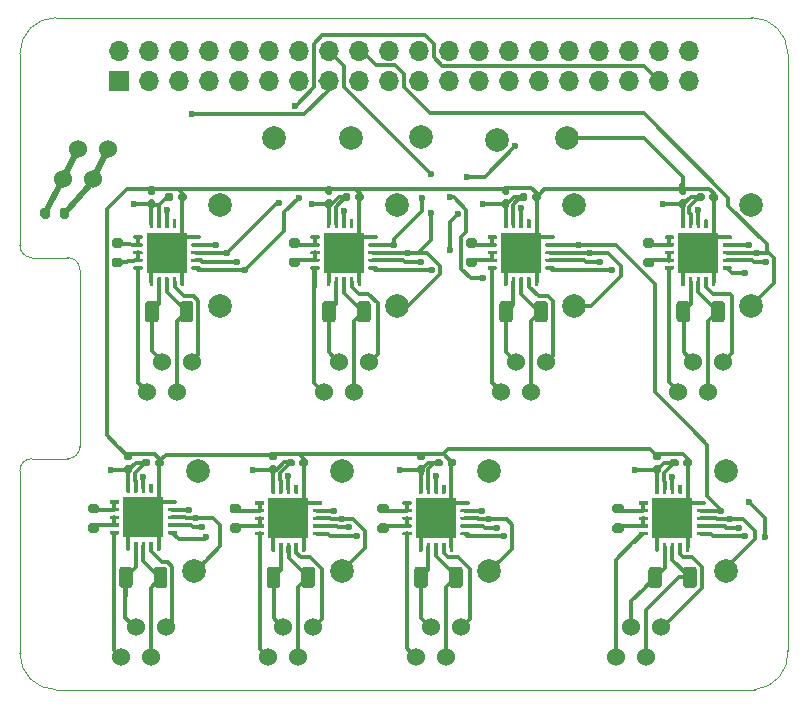
<source format=gtl>
%TF.GenerationSoftware,KiCad,Pcbnew,(5.1.10)-1*%
%TF.CreationDate,2021-10-18T20:40:58-05:00*%
%TF.ProjectId,Pt100Hat,50743130-3048-4617-942e-6b696361645f,1*%
%TF.SameCoordinates,Original*%
%TF.FileFunction,Copper,L1,Top*%
%TF.FilePolarity,Positive*%
%FSLAX46Y46*%
G04 Gerber Fmt 4.6, Leading zero omitted, Abs format (unit mm)*
G04 Created by KiCad (PCBNEW (5.1.10)-1) date 2021-10-18 20:40:58*
%MOMM*%
%LPD*%
G01*
G04 APERTURE LIST*
%TA.AperFunction,Profile*%
%ADD10C,0.100000*%
%TD*%
%TA.AperFunction,SMDPad,CuDef*%
%ADD11R,3.350000X3.350000*%
%TD*%
%TA.AperFunction,ComponentPad*%
%ADD12C,1.524000*%
%TD*%
%TA.AperFunction,ComponentPad*%
%ADD13R,1.700000X1.700000*%
%TD*%
%TA.AperFunction,ComponentPad*%
%ADD14O,1.700000X1.700000*%
%TD*%
%TA.AperFunction,ComponentPad*%
%ADD15C,2.000000*%
%TD*%
%TA.AperFunction,ViaPad*%
%ADD16C,0.600000*%
%TD*%
%TA.AperFunction,Conductor*%
%ADD17C,0.300000*%
%TD*%
%TA.AperFunction,Conductor*%
%ADD18C,0.508000*%
%TD*%
G04 APERTURE END LIST*
D10*
X104800400Y-129997200D02*
X163982400Y-129997200D01*
X163728400Y-73101200D02*
X104800400Y-73101200D01*
X166776400Y-76149200D02*
G75*
G03*
X163728400Y-73101200I-3048000J0D01*
G01*
X101752400Y-111455200D02*
X101752400Y-126949200D01*
X102768400Y-110439200D02*
X105816400Y-110439200D01*
X106832400Y-94437200D02*
X106832400Y-109423200D01*
X102768400Y-93421200D02*
X105816400Y-93421200D01*
X101752400Y-76149200D02*
X101752400Y-92405200D01*
X104800400Y-73101200D02*
G75*
G03*
X101752400Y-76149200I0J-3048000D01*
G01*
X166776400Y-126695200D02*
X166776400Y-76149200D01*
X106832400Y-94437200D02*
G75*
G03*
X105816400Y-93421200I-1016000J0D01*
G01*
X105816400Y-110439200D02*
G75*
G03*
X106832400Y-109423200I0J1016000D01*
G01*
X102768400Y-110439200D02*
G75*
G03*
X101752400Y-111455200I0J-1016000D01*
G01*
X101752400Y-92405200D02*
G75*
G03*
X102768400Y-93421200I1016000J0D01*
G01*
X101752400Y-126949200D02*
G75*
G03*
X104800400Y-129997200I3048000J0D01*
G01*
X163982400Y-129997200D02*
G75*
G03*
X166776400Y-126695200I-254000J3048000D01*
G01*
D11*
%TO.P,U1,21*%
%TO.N,GND*%
X112217000Y-115418000D03*
%TO.P,U1,20*%
%TO.N,+3V3*%
%TA.AperFunction,SMDPad,CuDef*%
G36*
G01*
X110767000Y-113293000D02*
X110767000Y-112643000D01*
G75*
G02*
X110842000Y-112568000I75000J0D01*
G01*
X110992000Y-112568000D01*
G75*
G02*
X111067000Y-112643000I0J-75000D01*
G01*
X111067000Y-113293000D01*
G75*
G02*
X110992000Y-113368000I-75000J0D01*
G01*
X110842000Y-113368000D01*
G75*
G02*
X110767000Y-113293000I0J75000D01*
G01*
G37*
%TD.AperFunction*%
%TO.P,U1,19*%
%TA.AperFunction,SMDPad,CuDef*%
G36*
G01*
X111417000Y-113293000D02*
X111417000Y-112643000D01*
G75*
G02*
X111492000Y-112568000I75000J0D01*
G01*
X111642000Y-112568000D01*
G75*
G02*
X111717000Y-112643000I0J-75000D01*
G01*
X111717000Y-113293000D01*
G75*
G02*
X111642000Y-113368000I-75000J0D01*
G01*
X111492000Y-113368000D01*
G75*
G02*
X111417000Y-113293000I0J75000D01*
G01*
G37*
%TD.AperFunction*%
%TO.P,U1,18*%
%TO.N,/DRDY7*%
%TA.AperFunction,SMDPad,CuDef*%
G36*
G01*
X112067000Y-113293000D02*
X112067000Y-112643000D01*
G75*
G02*
X112142000Y-112568000I75000J0D01*
G01*
X112292000Y-112568000D01*
G75*
G02*
X112367000Y-112643000I0J-75000D01*
G01*
X112367000Y-113293000D01*
G75*
G02*
X112292000Y-113368000I-75000J0D01*
G01*
X112142000Y-113368000D01*
G75*
G02*
X112067000Y-113293000I0J75000D01*
G01*
G37*
%TD.AperFunction*%
%TO.P,U1,17*%
%TO.N,Net-(U1-Pad17)*%
%TA.AperFunction,SMDPad,CuDef*%
G36*
G01*
X112717000Y-113293000D02*
X112717000Y-112643000D01*
G75*
G02*
X112792000Y-112568000I75000J0D01*
G01*
X112942000Y-112568000D01*
G75*
G02*
X113017000Y-112643000I0J-75000D01*
G01*
X113017000Y-113293000D01*
G75*
G02*
X112942000Y-113368000I-75000J0D01*
G01*
X112792000Y-113368000D01*
G75*
G02*
X112717000Y-113293000I0J75000D01*
G01*
G37*
%TD.AperFunction*%
%TO.P,U1,16*%
%TO.N,GND*%
%TA.AperFunction,SMDPad,CuDef*%
G36*
G01*
X113367000Y-113293000D02*
X113367000Y-112643000D01*
G75*
G02*
X113442000Y-112568000I75000J0D01*
G01*
X113592000Y-112568000D01*
G75*
G02*
X113667000Y-112643000I0J-75000D01*
G01*
X113667000Y-113293000D01*
G75*
G02*
X113592000Y-113368000I-75000J0D01*
G01*
X113442000Y-113368000D01*
G75*
G02*
X113367000Y-113293000I0J75000D01*
G01*
G37*
%TD.AperFunction*%
%TO.P,U1,15*%
%TA.AperFunction,SMDPad,CuDef*%
G36*
G01*
X114267000Y-114193000D02*
X114267000Y-114043000D01*
G75*
G02*
X114342000Y-113968000I75000J0D01*
G01*
X114992000Y-113968000D01*
G75*
G02*
X115067000Y-114043000I0J-75000D01*
G01*
X115067000Y-114193000D01*
G75*
G02*
X114992000Y-114268000I-75000J0D01*
G01*
X114342000Y-114268000D01*
G75*
G02*
X114267000Y-114193000I0J75000D01*
G01*
G37*
%TD.AperFunction*%
%TO.P,U1,14*%
%TO.N,/MISO*%
%TA.AperFunction,SMDPad,CuDef*%
G36*
G01*
X114267000Y-114843000D02*
X114267000Y-114693000D01*
G75*
G02*
X114342000Y-114618000I75000J0D01*
G01*
X114992000Y-114618000D01*
G75*
G02*
X115067000Y-114693000I0J-75000D01*
G01*
X115067000Y-114843000D01*
G75*
G02*
X114992000Y-114918000I-75000J0D01*
G01*
X114342000Y-114918000D01*
G75*
G02*
X114267000Y-114843000I0J75000D01*
G01*
G37*
%TD.AperFunction*%
%TO.P,U1,13*%
%TO.N,/CS7*%
%TA.AperFunction,SMDPad,CuDef*%
G36*
G01*
X114267000Y-115493000D02*
X114267000Y-115343000D01*
G75*
G02*
X114342000Y-115268000I75000J0D01*
G01*
X114992000Y-115268000D01*
G75*
G02*
X115067000Y-115343000I0J-75000D01*
G01*
X115067000Y-115493000D01*
G75*
G02*
X114992000Y-115568000I-75000J0D01*
G01*
X114342000Y-115568000D01*
G75*
G02*
X114267000Y-115493000I0J75000D01*
G01*
G37*
%TD.AperFunction*%
%TO.P,U1,12*%
%TO.N,/SCLK*%
%TA.AperFunction,SMDPad,CuDef*%
G36*
G01*
X114267000Y-116143000D02*
X114267000Y-115993000D01*
G75*
G02*
X114342000Y-115918000I75000J0D01*
G01*
X114992000Y-115918000D01*
G75*
G02*
X115067000Y-115993000I0J-75000D01*
G01*
X115067000Y-116143000D01*
G75*
G02*
X114992000Y-116218000I-75000J0D01*
G01*
X114342000Y-116218000D01*
G75*
G02*
X114267000Y-116143000I0J75000D01*
G01*
G37*
%TD.AperFunction*%
%TO.P,U1,11*%
%TO.N,/MOSI*%
%TA.AperFunction,SMDPad,CuDef*%
G36*
G01*
X114267000Y-116793000D02*
X114267000Y-116643000D01*
G75*
G02*
X114342000Y-116568000I75000J0D01*
G01*
X114992000Y-116568000D01*
G75*
G02*
X115067000Y-116643000I0J-75000D01*
G01*
X115067000Y-116793000D01*
G75*
G02*
X114992000Y-116868000I-75000J0D01*
G01*
X114342000Y-116868000D01*
G75*
G02*
X114267000Y-116793000I0J75000D01*
G01*
G37*
%TD.AperFunction*%
%TO.P,U1,10*%
%TO.N,GND*%
%TA.AperFunction,SMDPad,CuDef*%
G36*
G01*
X113367000Y-118193000D02*
X113367000Y-117543000D01*
G75*
G02*
X113442000Y-117468000I75000J0D01*
G01*
X113592000Y-117468000D01*
G75*
G02*
X113667000Y-117543000I0J-75000D01*
G01*
X113667000Y-118193000D01*
G75*
G02*
X113592000Y-118268000I-75000J0D01*
G01*
X113442000Y-118268000D01*
G75*
G02*
X113367000Y-118193000I0J75000D01*
G01*
G37*
%TD.AperFunction*%
%TO.P,U1,9*%
%TO.N,Net-(J3-Pad4)*%
%TA.AperFunction,SMDPad,CuDef*%
G36*
G01*
X112717000Y-118193000D02*
X112717000Y-117543000D01*
G75*
G02*
X112792000Y-117468000I75000J0D01*
G01*
X112942000Y-117468000D01*
G75*
G02*
X113017000Y-117543000I0J-75000D01*
G01*
X113017000Y-118193000D01*
G75*
G02*
X112942000Y-118268000I-75000J0D01*
G01*
X112792000Y-118268000D01*
G75*
G02*
X112717000Y-118193000I0J75000D01*
G01*
G37*
%TD.AperFunction*%
%TO.P,U1,8*%
%TO.N,Net-(C3-Pad1)*%
%TA.AperFunction,SMDPad,CuDef*%
G36*
G01*
X112067000Y-118193000D02*
X112067000Y-117543000D01*
G75*
G02*
X112142000Y-117468000I75000J0D01*
G01*
X112292000Y-117468000D01*
G75*
G02*
X112367000Y-117543000I0J-75000D01*
G01*
X112367000Y-118193000D01*
G75*
G02*
X112292000Y-118268000I-75000J0D01*
G01*
X112142000Y-118268000D01*
G75*
G02*
X112067000Y-118193000I0J75000D01*
G01*
G37*
%TD.AperFunction*%
%TO.P,U1,7*%
%TO.N,Net-(C3-Pad2)*%
%TA.AperFunction,SMDPad,CuDef*%
G36*
G01*
X111417000Y-118193000D02*
X111417000Y-117543000D01*
G75*
G02*
X111492000Y-117468000I75000J0D01*
G01*
X111642000Y-117468000D01*
G75*
G02*
X111717000Y-117543000I0J-75000D01*
G01*
X111717000Y-118193000D01*
G75*
G02*
X111642000Y-118268000I-75000J0D01*
G01*
X111492000Y-118268000D01*
G75*
G02*
X111417000Y-118193000I0J75000D01*
G01*
G37*
%TD.AperFunction*%
%TO.P,U1,6*%
%TO.N,GND*%
%TA.AperFunction,SMDPad,CuDef*%
G36*
G01*
X110767000Y-118193000D02*
X110767000Y-117543000D01*
G75*
G02*
X110842000Y-117468000I75000J0D01*
G01*
X110992000Y-117468000D01*
G75*
G02*
X111067000Y-117543000I0J-75000D01*
G01*
X111067000Y-118193000D01*
G75*
G02*
X110992000Y-118268000I-75000J0D01*
G01*
X110842000Y-118268000D01*
G75*
G02*
X110767000Y-118193000I0J75000D01*
G01*
G37*
%TD.AperFunction*%
%TO.P,U1,5*%
%TO.N,Net-(J3-Pad1)*%
%TA.AperFunction,SMDPad,CuDef*%
G36*
G01*
X109367000Y-116793000D02*
X109367000Y-116643000D01*
G75*
G02*
X109442000Y-116568000I75000J0D01*
G01*
X110092000Y-116568000D01*
G75*
G02*
X110167000Y-116643000I0J-75000D01*
G01*
X110167000Y-116793000D01*
G75*
G02*
X110092000Y-116868000I-75000J0D01*
G01*
X109442000Y-116868000D01*
G75*
G02*
X109367000Y-116793000I0J75000D01*
G01*
G37*
%TD.AperFunction*%
%TO.P,U1,4*%
%TO.N,Net-(R1-Pad2)*%
%TA.AperFunction,SMDPad,CuDef*%
G36*
G01*
X109367000Y-116143000D02*
X109367000Y-115993000D01*
G75*
G02*
X109442000Y-115918000I75000J0D01*
G01*
X110092000Y-115918000D01*
G75*
G02*
X110167000Y-115993000I0J-75000D01*
G01*
X110167000Y-116143000D01*
G75*
G02*
X110092000Y-116218000I-75000J0D01*
G01*
X109442000Y-116218000D01*
G75*
G02*
X109367000Y-116143000I0J75000D01*
G01*
G37*
%TD.AperFunction*%
%TO.P,U1,3*%
%TA.AperFunction,SMDPad,CuDef*%
G36*
G01*
X109367000Y-115493000D02*
X109367000Y-115343000D01*
G75*
G02*
X109442000Y-115268000I75000J0D01*
G01*
X110092000Y-115268000D01*
G75*
G02*
X110167000Y-115343000I0J-75000D01*
G01*
X110167000Y-115493000D01*
G75*
G02*
X110092000Y-115568000I-75000J0D01*
G01*
X109442000Y-115568000D01*
G75*
G02*
X109367000Y-115493000I0J75000D01*
G01*
G37*
%TD.AperFunction*%
%TO.P,U1,2*%
%TO.N,Net-(R1-Pad1)*%
%TA.AperFunction,SMDPad,CuDef*%
G36*
G01*
X109367000Y-114843000D02*
X109367000Y-114693000D01*
G75*
G02*
X109442000Y-114618000I75000J0D01*
G01*
X110092000Y-114618000D01*
G75*
G02*
X110167000Y-114693000I0J-75000D01*
G01*
X110167000Y-114843000D01*
G75*
G02*
X110092000Y-114918000I-75000J0D01*
G01*
X109442000Y-114918000D01*
G75*
G02*
X109367000Y-114843000I0J75000D01*
G01*
G37*
%TD.AperFunction*%
%TO.P,U1,1*%
%TA.AperFunction,SMDPad,CuDef*%
G36*
G01*
X109367000Y-114193000D02*
X109367000Y-114043000D01*
G75*
G02*
X109442000Y-113968000I75000J0D01*
G01*
X110092000Y-113968000D01*
G75*
G02*
X110167000Y-114043000I0J-75000D01*
G01*
X110167000Y-114193000D01*
G75*
G02*
X110092000Y-114268000I-75000J0D01*
G01*
X109442000Y-114268000D01*
G75*
G02*
X109367000Y-114193000I0J75000D01*
G01*
G37*
%TD.AperFunction*%
%TD*%
D12*
%TO.P,J4,1*%
%TO.N,Net-(J4-Pad1)*%
X112495000Y-104770000D03*
%TO.P,J4,2*%
%TO.N,Net-(C11-Pad2)*%
X113765000Y-102230000D03*
%TO.P,J4,3*%
%TO.N,Net-(C11-Pad1)*%
X115035000Y-104770000D03*
%TO.P,J4,4*%
%TO.N,Net-(J4-Pad4)*%
X116305000Y-102230000D03*
%TD*%
%TO.P,C1,2*%
%TO.N,GND*%
%TA.AperFunction,SMDPad,CuDef*%
G36*
G01*
X113200000Y-110955000D02*
X113200000Y-110645000D01*
G75*
G02*
X113355000Y-110490000I155000J0D01*
G01*
X113780000Y-110490000D01*
G75*
G02*
X113935000Y-110645000I0J-155000D01*
G01*
X113935000Y-110955000D01*
G75*
G02*
X113780000Y-111110000I-155000J0D01*
G01*
X113355000Y-111110000D01*
G75*
G02*
X113200000Y-110955000I0J155000D01*
G01*
G37*
%TD.AperFunction*%
%TO.P,C1,1*%
%TO.N,+3V3*%
%TA.AperFunction,SMDPad,CuDef*%
G36*
G01*
X112065000Y-110955000D02*
X112065000Y-110645000D01*
G75*
G02*
X112220000Y-110490000I155000J0D01*
G01*
X112645000Y-110490000D01*
G75*
G02*
X112800000Y-110645000I0J-155000D01*
G01*
X112800000Y-110955000D01*
G75*
G02*
X112645000Y-111110000I-155000J0D01*
G01*
X112220000Y-111110000D01*
G75*
G02*
X112065000Y-110955000I0J155000D01*
G01*
G37*
%TD.AperFunction*%
%TD*%
%TO.P,C2,2*%
%TO.N,+3V3*%
%TA.AperFunction,SMDPad,CuDef*%
G36*
G01*
X110765000Y-111000000D02*
X111075000Y-111000000D01*
G75*
G02*
X111230000Y-111155000I0J-155000D01*
G01*
X111230000Y-111580000D01*
G75*
G02*
X111075000Y-111735000I-155000J0D01*
G01*
X110765000Y-111735000D01*
G75*
G02*
X110610000Y-111580000I0J155000D01*
G01*
X110610000Y-111155000D01*
G75*
G02*
X110765000Y-111000000I155000J0D01*
G01*
G37*
%TD.AperFunction*%
%TO.P,C2,1*%
%TO.N,GND*%
%TA.AperFunction,SMDPad,CuDef*%
G36*
G01*
X110765000Y-109865000D02*
X111075000Y-109865000D01*
G75*
G02*
X111230000Y-110020000I0J-155000D01*
G01*
X111230000Y-110445000D01*
G75*
G02*
X111075000Y-110600000I-155000J0D01*
G01*
X110765000Y-110600000D01*
G75*
G02*
X110610000Y-110445000I0J155000D01*
G01*
X110610000Y-110020000D01*
G75*
G02*
X110765000Y-109865000I155000J0D01*
G01*
G37*
%TD.AperFunction*%
%TD*%
%TO.P,C3,1*%
%TO.N,Net-(C3-Pad1)*%
%TA.AperFunction,SMDPad,CuDef*%
G36*
G01*
X114250000Y-119849999D02*
X114250000Y-121150001D01*
G75*
G02*
X114000001Y-121400000I-249999J0D01*
G01*
X113349999Y-121400000D01*
G75*
G02*
X113100000Y-121150001I0J249999D01*
G01*
X113100000Y-119849999D01*
G75*
G02*
X113349999Y-119600000I249999J0D01*
G01*
X114000001Y-119600000D01*
G75*
G02*
X114250000Y-119849999I0J-249999D01*
G01*
G37*
%TD.AperFunction*%
%TO.P,C3,2*%
%TO.N,Net-(C3-Pad2)*%
%TA.AperFunction,SMDPad,CuDef*%
G36*
G01*
X111300000Y-119849999D02*
X111300000Y-121150001D01*
G75*
G02*
X111050001Y-121400000I-249999J0D01*
G01*
X110399999Y-121400000D01*
G75*
G02*
X110150000Y-121150001I0J249999D01*
G01*
X110150000Y-119849999D01*
G75*
G02*
X110399999Y-119600000I249999J0D01*
G01*
X111050001Y-119600000D01*
G75*
G02*
X111300000Y-119849999I0J-249999D01*
G01*
G37*
%TD.AperFunction*%
%TD*%
%TO.P,C4,2*%
%TO.N,GND*%
%TA.AperFunction,SMDPad,CuDef*%
G36*
G01*
X125431000Y-110955000D02*
X125431000Y-110645000D01*
G75*
G02*
X125586000Y-110490000I155000J0D01*
G01*
X126011000Y-110490000D01*
G75*
G02*
X126166000Y-110645000I0J-155000D01*
G01*
X126166000Y-110955000D01*
G75*
G02*
X126011000Y-111110000I-155000J0D01*
G01*
X125586000Y-111110000D01*
G75*
G02*
X125431000Y-110955000I0J155000D01*
G01*
G37*
%TD.AperFunction*%
%TO.P,C4,1*%
%TO.N,+3V3*%
%TA.AperFunction,SMDPad,CuDef*%
G36*
G01*
X124296000Y-110955000D02*
X124296000Y-110645000D01*
G75*
G02*
X124451000Y-110490000I155000J0D01*
G01*
X124876000Y-110490000D01*
G75*
G02*
X125031000Y-110645000I0J-155000D01*
G01*
X125031000Y-110955000D01*
G75*
G02*
X124876000Y-111110000I-155000J0D01*
G01*
X124451000Y-111110000D01*
G75*
G02*
X124296000Y-110955000I0J155000D01*
G01*
G37*
%TD.AperFunction*%
%TD*%
%TO.P,C5,1*%
%TO.N,+3V3*%
%TA.AperFunction,SMDPad,CuDef*%
G36*
G01*
X114009000Y-88455000D02*
X114009000Y-88145000D01*
G75*
G02*
X114164000Y-87990000I155000J0D01*
G01*
X114589000Y-87990000D01*
G75*
G02*
X114744000Y-88145000I0J-155000D01*
G01*
X114744000Y-88455000D01*
G75*
G02*
X114589000Y-88610000I-155000J0D01*
G01*
X114164000Y-88610000D01*
G75*
G02*
X114009000Y-88455000I0J155000D01*
G01*
G37*
%TD.AperFunction*%
%TO.P,C5,2*%
%TO.N,GND*%
%TA.AperFunction,SMDPad,CuDef*%
G36*
G01*
X115144000Y-88455000D02*
X115144000Y-88145000D01*
G75*
G02*
X115299000Y-87990000I155000J0D01*
G01*
X115724000Y-87990000D01*
G75*
G02*
X115879000Y-88145000I0J-155000D01*
G01*
X115879000Y-88455000D01*
G75*
G02*
X115724000Y-88610000I-155000J0D01*
G01*
X115299000Y-88610000D01*
G75*
G02*
X115144000Y-88455000I0J155000D01*
G01*
G37*
%TD.AperFunction*%
%TD*%
%TO.P,C6,1*%
%TO.N,+3V3*%
%TA.AperFunction,SMDPad,CuDef*%
G36*
G01*
X129011000Y-88455000D02*
X129011000Y-88145000D01*
G75*
G02*
X129166000Y-87990000I155000J0D01*
G01*
X129591000Y-87990000D01*
G75*
G02*
X129746000Y-88145000I0J-155000D01*
G01*
X129746000Y-88455000D01*
G75*
G02*
X129591000Y-88610000I-155000J0D01*
G01*
X129166000Y-88610000D01*
G75*
G02*
X129011000Y-88455000I0J155000D01*
G01*
G37*
%TD.AperFunction*%
%TO.P,C6,2*%
%TO.N,GND*%
%TA.AperFunction,SMDPad,CuDef*%
G36*
G01*
X130146000Y-88455000D02*
X130146000Y-88145000D01*
G75*
G02*
X130301000Y-87990000I155000J0D01*
G01*
X130726000Y-87990000D01*
G75*
G02*
X130881000Y-88145000I0J-155000D01*
G01*
X130881000Y-88455000D01*
G75*
G02*
X130726000Y-88610000I-155000J0D01*
G01*
X130301000Y-88610000D01*
G75*
G02*
X130146000Y-88455000I0J155000D01*
G01*
G37*
%TD.AperFunction*%
%TD*%
%TO.P,C7,1*%
%TO.N,GND*%
%TA.AperFunction,SMDPad,CuDef*%
G36*
G01*
X123035000Y-109865000D02*
X123345000Y-109865000D01*
G75*
G02*
X123500000Y-110020000I0J-155000D01*
G01*
X123500000Y-110445000D01*
G75*
G02*
X123345000Y-110600000I-155000J0D01*
G01*
X123035000Y-110600000D01*
G75*
G02*
X122880000Y-110445000I0J155000D01*
G01*
X122880000Y-110020000D01*
G75*
G02*
X123035000Y-109865000I155000J0D01*
G01*
G37*
%TD.AperFunction*%
%TO.P,C7,2*%
%TO.N,+3V3*%
%TA.AperFunction,SMDPad,CuDef*%
G36*
G01*
X123035000Y-111000000D02*
X123345000Y-111000000D01*
G75*
G02*
X123500000Y-111155000I0J-155000D01*
G01*
X123500000Y-111580000D01*
G75*
G02*
X123345000Y-111735000I-155000J0D01*
G01*
X123035000Y-111735000D01*
G75*
G02*
X122880000Y-111580000I0J155000D01*
G01*
X122880000Y-111155000D01*
G75*
G02*
X123035000Y-111000000I155000J0D01*
G01*
G37*
%TD.AperFunction*%
%TD*%
%TO.P,C8,2*%
%TO.N,+3V3*%
%TA.AperFunction,SMDPad,CuDef*%
G36*
G01*
X112748000Y-88500000D02*
X113058000Y-88500000D01*
G75*
G02*
X113213000Y-88655000I0J-155000D01*
G01*
X113213000Y-89080000D01*
G75*
G02*
X113058000Y-89235000I-155000J0D01*
G01*
X112748000Y-89235000D01*
G75*
G02*
X112593000Y-89080000I0J155000D01*
G01*
X112593000Y-88655000D01*
G75*
G02*
X112748000Y-88500000I155000J0D01*
G01*
G37*
%TD.AperFunction*%
%TO.P,C8,1*%
%TO.N,GND*%
%TA.AperFunction,SMDPad,CuDef*%
G36*
G01*
X112748000Y-87365000D02*
X113058000Y-87365000D01*
G75*
G02*
X113213000Y-87520000I0J-155000D01*
G01*
X113213000Y-87945000D01*
G75*
G02*
X113058000Y-88100000I-155000J0D01*
G01*
X112748000Y-88100000D01*
G75*
G02*
X112593000Y-87945000I0J155000D01*
G01*
X112593000Y-87520000D01*
G75*
G02*
X112748000Y-87365000I155000J0D01*
G01*
G37*
%TD.AperFunction*%
%TD*%
%TO.P,C9,1*%
%TO.N,GND*%
%TA.AperFunction,SMDPad,CuDef*%
G36*
G01*
X127759000Y-87365000D02*
X128069000Y-87365000D01*
G75*
G02*
X128224000Y-87520000I0J-155000D01*
G01*
X128224000Y-87945000D01*
G75*
G02*
X128069000Y-88100000I-155000J0D01*
G01*
X127759000Y-88100000D01*
G75*
G02*
X127604000Y-87945000I0J155000D01*
G01*
X127604000Y-87520000D01*
G75*
G02*
X127759000Y-87365000I155000J0D01*
G01*
G37*
%TD.AperFunction*%
%TO.P,C9,2*%
%TO.N,+3V3*%
%TA.AperFunction,SMDPad,CuDef*%
G36*
G01*
X127759000Y-88500000D02*
X128069000Y-88500000D01*
G75*
G02*
X128224000Y-88655000I0J-155000D01*
G01*
X128224000Y-89080000D01*
G75*
G02*
X128069000Y-89235000I-155000J0D01*
G01*
X127759000Y-89235000D01*
G75*
G02*
X127604000Y-89080000I0J155000D01*
G01*
X127604000Y-88655000D01*
G75*
G02*
X127759000Y-88500000I155000J0D01*
G01*
G37*
%TD.AperFunction*%
%TD*%
%TO.P,C10,1*%
%TO.N,Net-(C10-Pad1)*%
%TA.AperFunction,SMDPad,CuDef*%
G36*
G01*
X126750000Y-119849999D02*
X126750000Y-121150001D01*
G75*
G02*
X126500001Y-121400000I-249999J0D01*
G01*
X125849999Y-121400000D01*
G75*
G02*
X125600000Y-121150001I0J249999D01*
G01*
X125600000Y-119849999D01*
G75*
G02*
X125849999Y-119600000I249999J0D01*
G01*
X126500001Y-119600000D01*
G75*
G02*
X126750000Y-119849999I0J-249999D01*
G01*
G37*
%TD.AperFunction*%
%TO.P,C10,2*%
%TO.N,Net-(C10-Pad2)*%
%TA.AperFunction,SMDPad,CuDef*%
G36*
G01*
X123800000Y-119849999D02*
X123800000Y-121150001D01*
G75*
G02*
X123550001Y-121400000I-249999J0D01*
G01*
X122899999Y-121400000D01*
G75*
G02*
X122650000Y-121150001I0J249999D01*
G01*
X122650000Y-119849999D01*
G75*
G02*
X122899999Y-119600000I249999J0D01*
G01*
X123550001Y-119600000D01*
G75*
G02*
X123800000Y-119849999I0J-249999D01*
G01*
G37*
%TD.AperFunction*%
%TD*%
%TO.P,C11,2*%
%TO.N,Net-(C11-Pad2)*%
%TA.AperFunction,SMDPad,CuDef*%
G36*
G01*
X113500000Y-97349999D02*
X113500000Y-98650001D01*
G75*
G02*
X113250001Y-98900000I-249999J0D01*
G01*
X112599999Y-98900000D01*
G75*
G02*
X112350000Y-98650001I0J249999D01*
G01*
X112350000Y-97349999D01*
G75*
G02*
X112599999Y-97100000I249999J0D01*
G01*
X113250001Y-97100000D01*
G75*
G02*
X113500000Y-97349999I0J-249999D01*
G01*
G37*
%TD.AperFunction*%
%TO.P,C11,1*%
%TO.N,Net-(C11-Pad1)*%
%TA.AperFunction,SMDPad,CuDef*%
G36*
G01*
X116450000Y-97349999D02*
X116450000Y-98650001D01*
G75*
G02*
X116200001Y-98900000I-249999J0D01*
G01*
X115549999Y-98900000D01*
G75*
G02*
X115300000Y-98650001I0J249999D01*
G01*
X115300000Y-97349999D01*
G75*
G02*
X115549999Y-97100000I249999J0D01*
G01*
X116200001Y-97100000D01*
G75*
G02*
X116450000Y-97349999I0J-249999D01*
G01*
G37*
%TD.AperFunction*%
%TD*%
%TO.P,C12,2*%
%TO.N,Net-(C12-Pad2)*%
%TA.AperFunction,SMDPad,CuDef*%
G36*
G01*
X128500000Y-97349999D02*
X128500000Y-98650001D01*
G75*
G02*
X128250001Y-98900000I-249999J0D01*
G01*
X127599999Y-98900000D01*
G75*
G02*
X127350000Y-98650001I0J249999D01*
G01*
X127350000Y-97349999D01*
G75*
G02*
X127599999Y-97100000I249999J0D01*
G01*
X128250001Y-97100000D01*
G75*
G02*
X128500000Y-97349999I0J-249999D01*
G01*
G37*
%TD.AperFunction*%
%TO.P,C12,1*%
%TO.N,Net-(C12-Pad1)*%
%TA.AperFunction,SMDPad,CuDef*%
G36*
G01*
X131450000Y-97349999D02*
X131450000Y-98650001D01*
G75*
G02*
X131200001Y-98900000I-249999J0D01*
G01*
X130549999Y-98900000D01*
G75*
G02*
X130300000Y-98650001I0J249999D01*
G01*
X130300000Y-97349999D01*
G75*
G02*
X130549999Y-97100000I249999J0D01*
G01*
X131200001Y-97100000D01*
G75*
G02*
X131450000Y-97349999I0J-249999D01*
G01*
G37*
%TD.AperFunction*%
%TD*%
%TO.P,C13,1*%
%TO.N,+3V3*%
%TA.AperFunction,SMDPad,CuDef*%
G36*
G01*
X143997000Y-88455000D02*
X143997000Y-88145000D01*
G75*
G02*
X144152000Y-87990000I155000J0D01*
G01*
X144577000Y-87990000D01*
G75*
G02*
X144732000Y-88145000I0J-155000D01*
G01*
X144732000Y-88455000D01*
G75*
G02*
X144577000Y-88610000I-155000J0D01*
G01*
X144152000Y-88610000D01*
G75*
G02*
X143997000Y-88455000I0J155000D01*
G01*
G37*
%TD.AperFunction*%
%TO.P,C13,2*%
%TO.N,GND*%
%TA.AperFunction,SMDPad,CuDef*%
G36*
G01*
X145132000Y-88455000D02*
X145132000Y-88145000D01*
G75*
G02*
X145287000Y-87990000I155000J0D01*
G01*
X145712000Y-87990000D01*
G75*
G02*
X145867000Y-88145000I0J-155000D01*
G01*
X145867000Y-88455000D01*
G75*
G02*
X145712000Y-88610000I-155000J0D01*
G01*
X145287000Y-88610000D01*
G75*
G02*
X145132000Y-88455000I0J155000D01*
G01*
G37*
%TD.AperFunction*%
%TD*%
%TO.P,C14,1*%
%TO.N,+3V3*%
%TA.AperFunction,SMDPad,CuDef*%
G36*
G01*
X159009000Y-88455000D02*
X159009000Y-88145000D01*
G75*
G02*
X159164000Y-87990000I155000J0D01*
G01*
X159589000Y-87990000D01*
G75*
G02*
X159744000Y-88145000I0J-155000D01*
G01*
X159744000Y-88455000D01*
G75*
G02*
X159589000Y-88610000I-155000J0D01*
G01*
X159164000Y-88610000D01*
G75*
G02*
X159009000Y-88455000I0J155000D01*
G01*
G37*
%TD.AperFunction*%
%TO.P,C14,2*%
%TO.N,GND*%
%TA.AperFunction,SMDPad,CuDef*%
G36*
G01*
X160144000Y-88455000D02*
X160144000Y-88145000D01*
G75*
G02*
X160299000Y-87990000I155000J0D01*
G01*
X160724000Y-87990000D01*
G75*
G02*
X160879000Y-88145000I0J-155000D01*
G01*
X160879000Y-88455000D01*
G75*
G02*
X160724000Y-88610000I-155000J0D01*
G01*
X160299000Y-88610000D01*
G75*
G02*
X160144000Y-88455000I0J155000D01*
G01*
G37*
%TD.AperFunction*%
%TD*%
%TO.P,C15,2*%
%TO.N,+3V3*%
%TA.AperFunction,SMDPad,CuDef*%
G36*
G01*
X142745000Y-88500000D02*
X143055000Y-88500000D01*
G75*
G02*
X143210000Y-88655000I0J-155000D01*
G01*
X143210000Y-89080000D01*
G75*
G02*
X143055000Y-89235000I-155000J0D01*
G01*
X142745000Y-89235000D01*
G75*
G02*
X142590000Y-89080000I0J155000D01*
G01*
X142590000Y-88655000D01*
G75*
G02*
X142745000Y-88500000I155000J0D01*
G01*
G37*
%TD.AperFunction*%
%TO.P,C15,1*%
%TO.N,GND*%
%TA.AperFunction,SMDPad,CuDef*%
G36*
G01*
X142745000Y-87365000D02*
X143055000Y-87365000D01*
G75*
G02*
X143210000Y-87520000I0J-155000D01*
G01*
X143210000Y-87945000D01*
G75*
G02*
X143055000Y-88100000I-155000J0D01*
G01*
X142745000Y-88100000D01*
G75*
G02*
X142590000Y-87945000I0J155000D01*
G01*
X142590000Y-87520000D01*
G75*
G02*
X142745000Y-87365000I155000J0D01*
G01*
G37*
%TD.AperFunction*%
%TD*%
%TO.P,C16,2*%
%TO.N,+3V3*%
%TA.AperFunction,SMDPad,CuDef*%
G36*
G01*
X157731000Y-88500000D02*
X158041000Y-88500000D01*
G75*
G02*
X158196000Y-88655000I0J-155000D01*
G01*
X158196000Y-89080000D01*
G75*
G02*
X158041000Y-89235000I-155000J0D01*
G01*
X157731000Y-89235000D01*
G75*
G02*
X157576000Y-89080000I0J155000D01*
G01*
X157576000Y-88655000D01*
G75*
G02*
X157731000Y-88500000I155000J0D01*
G01*
G37*
%TD.AperFunction*%
%TO.P,C16,1*%
%TO.N,GND*%
%TA.AperFunction,SMDPad,CuDef*%
G36*
G01*
X157731000Y-87365000D02*
X158041000Y-87365000D01*
G75*
G02*
X158196000Y-87520000I0J-155000D01*
G01*
X158196000Y-87945000D01*
G75*
G02*
X158041000Y-88100000I-155000J0D01*
G01*
X157731000Y-88100000D01*
G75*
G02*
X157576000Y-87945000I0J155000D01*
G01*
X157576000Y-87520000D01*
G75*
G02*
X157731000Y-87365000I155000J0D01*
G01*
G37*
%TD.AperFunction*%
%TD*%
%TO.P,C17,1*%
%TO.N,Net-(C17-Pad1)*%
%TA.AperFunction,SMDPad,CuDef*%
G36*
G01*
X146450000Y-97349999D02*
X146450000Y-98650001D01*
G75*
G02*
X146200001Y-98900000I-249999J0D01*
G01*
X145549999Y-98900000D01*
G75*
G02*
X145300000Y-98650001I0J249999D01*
G01*
X145300000Y-97349999D01*
G75*
G02*
X145549999Y-97100000I249999J0D01*
G01*
X146200001Y-97100000D01*
G75*
G02*
X146450000Y-97349999I0J-249999D01*
G01*
G37*
%TD.AperFunction*%
%TO.P,C17,2*%
%TO.N,Net-(C17-Pad2)*%
%TA.AperFunction,SMDPad,CuDef*%
G36*
G01*
X143500000Y-97349999D02*
X143500000Y-98650001D01*
G75*
G02*
X143250001Y-98900000I-249999J0D01*
G01*
X142599999Y-98900000D01*
G75*
G02*
X142350000Y-98650001I0J249999D01*
G01*
X142350000Y-97349999D01*
G75*
G02*
X142599999Y-97100000I249999J0D01*
G01*
X143250001Y-97100000D01*
G75*
G02*
X143500000Y-97349999I0J-249999D01*
G01*
G37*
%TD.AperFunction*%
%TD*%
%TO.P,C18,2*%
%TO.N,Net-(C18-Pad2)*%
%TA.AperFunction,SMDPad,CuDef*%
G36*
G01*
X158500000Y-97349999D02*
X158500000Y-98650001D01*
G75*
G02*
X158250001Y-98900000I-249999J0D01*
G01*
X157599999Y-98900000D01*
G75*
G02*
X157350000Y-98650001I0J249999D01*
G01*
X157350000Y-97349999D01*
G75*
G02*
X157599999Y-97100000I249999J0D01*
G01*
X158250001Y-97100000D01*
G75*
G02*
X158500000Y-97349999I0J-249999D01*
G01*
G37*
%TD.AperFunction*%
%TO.P,C18,1*%
%TO.N,Net-(C18-Pad1)*%
%TA.AperFunction,SMDPad,CuDef*%
G36*
G01*
X161450000Y-97349999D02*
X161450000Y-98650001D01*
G75*
G02*
X161200001Y-98900000I-249999J0D01*
G01*
X160549999Y-98900000D01*
G75*
G02*
X160300000Y-98650001I0J249999D01*
G01*
X160300000Y-97349999D01*
G75*
G02*
X160549999Y-97100000I249999J0D01*
G01*
X161200001Y-97100000D01*
G75*
G02*
X161450000Y-97349999I0J-249999D01*
G01*
G37*
%TD.AperFunction*%
%TD*%
%TO.P,C19,1*%
%TO.N,+3V3*%
%TA.AperFunction,SMDPad,CuDef*%
G36*
G01*
X136835000Y-110955000D02*
X136835000Y-110645000D01*
G75*
G02*
X136990000Y-110490000I155000J0D01*
G01*
X137415000Y-110490000D01*
G75*
G02*
X137570000Y-110645000I0J-155000D01*
G01*
X137570000Y-110955000D01*
G75*
G02*
X137415000Y-111110000I-155000J0D01*
G01*
X136990000Y-111110000D01*
G75*
G02*
X136835000Y-110955000I0J155000D01*
G01*
G37*
%TD.AperFunction*%
%TO.P,C19,2*%
%TO.N,GND*%
%TA.AperFunction,SMDPad,CuDef*%
G36*
G01*
X137970000Y-110955000D02*
X137970000Y-110645000D01*
G75*
G02*
X138125000Y-110490000I155000J0D01*
G01*
X138550000Y-110490000D01*
G75*
G02*
X138705000Y-110645000I0J-155000D01*
G01*
X138705000Y-110955000D01*
G75*
G02*
X138550000Y-111110000I-155000J0D01*
G01*
X138125000Y-111110000D01*
G75*
G02*
X137970000Y-110955000I0J155000D01*
G01*
G37*
%TD.AperFunction*%
%TD*%
%TO.P,C20,1*%
%TO.N,+3V3*%
%TA.AperFunction,SMDPad,CuDef*%
G36*
G01*
X156799000Y-110955000D02*
X156799000Y-110645000D01*
G75*
G02*
X156954000Y-110490000I155000J0D01*
G01*
X157379000Y-110490000D01*
G75*
G02*
X157534000Y-110645000I0J-155000D01*
G01*
X157534000Y-110955000D01*
G75*
G02*
X157379000Y-111110000I-155000J0D01*
G01*
X156954000Y-111110000D01*
G75*
G02*
X156799000Y-110955000I0J155000D01*
G01*
G37*
%TD.AperFunction*%
%TO.P,C20,2*%
%TO.N,GND*%
%TA.AperFunction,SMDPad,CuDef*%
G36*
G01*
X157934000Y-110955000D02*
X157934000Y-110645000D01*
G75*
G02*
X158089000Y-110490000I155000J0D01*
G01*
X158514000Y-110490000D01*
G75*
G02*
X158669000Y-110645000I0J-155000D01*
G01*
X158669000Y-110955000D01*
G75*
G02*
X158514000Y-111110000I-155000J0D01*
G01*
X158089000Y-111110000D01*
G75*
G02*
X157934000Y-110955000I0J155000D01*
G01*
G37*
%TD.AperFunction*%
%TD*%
%TO.P,C21,2*%
%TO.N,+3V3*%
%TA.AperFunction,SMDPad,CuDef*%
G36*
G01*
X135557000Y-111000000D02*
X135867000Y-111000000D01*
G75*
G02*
X136022000Y-111155000I0J-155000D01*
G01*
X136022000Y-111580000D01*
G75*
G02*
X135867000Y-111735000I-155000J0D01*
G01*
X135557000Y-111735000D01*
G75*
G02*
X135402000Y-111580000I0J155000D01*
G01*
X135402000Y-111155000D01*
G75*
G02*
X135557000Y-111000000I155000J0D01*
G01*
G37*
%TD.AperFunction*%
%TO.P,C21,1*%
%TO.N,GND*%
%TA.AperFunction,SMDPad,CuDef*%
G36*
G01*
X135557000Y-109865000D02*
X135867000Y-109865000D01*
G75*
G02*
X136022000Y-110020000I0J-155000D01*
G01*
X136022000Y-110445000D01*
G75*
G02*
X135867000Y-110600000I-155000J0D01*
G01*
X135557000Y-110600000D01*
G75*
G02*
X135402000Y-110445000I0J155000D01*
G01*
X135402000Y-110020000D01*
G75*
G02*
X135557000Y-109865000I155000J0D01*
G01*
G37*
%TD.AperFunction*%
%TD*%
%TO.P,C22,2*%
%TO.N,+3V3*%
%TA.AperFunction,SMDPad,CuDef*%
G36*
G01*
X155547000Y-111000000D02*
X155857000Y-111000000D01*
G75*
G02*
X156012000Y-111155000I0J-155000D01*
G01*
X156012000Y-111580000D01*
G75*
G02*
X155857000Y-111735000I-155000J0D01*
G01*
X155547000Y-111735000D01*
G75*
G02*
X155392000Y-111580000I0J155000D01*
G01*
X155392000Y-111155000D01*
G75*
G02*
X155547000Y-111000000I155000J0D01*
G01*
G37*
%TD.AperFunction*%
%TO.P,C22,1*%
%TO.N,GND*%
%TA.AperFunction,SMDPad,CuDef*%
G36*
G01*
X155547000Y-109865000D02*
X155857000Y-109865000D01*
G75*
G02*
X156012000Y-110020000I0J-155000D01*
G01*
X156012000Y-110445000D01*
G75*
G02*
X155857000Y-110600000I-155000J0D01*
G01*
X155547000Y-110600000D01*
G75*
G02*
X155392000Y-110445000I0J155000D01*
G01*
X155392000Y-110020000D01*
G75*
G02*
X155547000Y-109865000I155000J0D01*
G01*
G37*
%TD.AperFunction*%
%TD*%
%TO.P,C23,2*%
%TO.N,Net-(C23-Pad2)*%
%TA.AperFunction,SMDPad,CuDef*%
G36*
G01*
X136300000Y-119849999D02*
X136300000Y-121150001D01*
G75*
G02*
X136050001Y-121400000I-249999J0D01*
G01*
X135399999Y-121400000D01*
G75*
G02*
X135150000Y-121150001I0J249999D01*
G01*
X135150000Y-119849999D01*
G75*
G02*
X135399999Y-119600000I249999J0D01*
G01*
X136050001Y-119600000D01*
G75*
G02*
X136300000Y-119849999I0J-249999D01*
G01*
G37*
%TD.AperFunction*%
%TO.P,C23,1*%
%TO.N,Net-(C23-Pad1)*%
%TA.AperFunction,SMDPad,CuDef*%
G36*
G01*
X139250000Y-119849999D02*
X139250000Y-121150001D01*
G75*
G02*
X139000001Y-121400000I-249999J0D01*
G01*
X138349999Y-121400000D01*
G75*
G02*
X138100000Y-121150001I0J249999D01*
G01*
X138100000Y-119849999D01*
G75*
G02*
X138349999Y-119600000I249999J0D01*
G01*
X139000001Y-119600000D01*
G75*
G02*
X139250000Y-119849999I0J-249999D01*
G01*
G37*
%TD.AperFunction*%
%TD*%
%TO.P,C24,1*%
%TO.N,Net-(C24-Pad1)*%
%TA.AperFunction,SMDPad,CuDef*%
G36*
G01*
X159073000Y-119849999D02*
X159073000Y-121150001D01*
G75*
G02*
X158823001Y-121400000I-249999J0D01*
G01*
X158172999Y-121400000D01*
G75*
G02*
X157923000Y-121150001I0J249999D01*
G01*
X157923000Y-119849999D01*
G75*
G02*
X158172999Y-119600000I249999J0D01*
G01*
X158823001Y-119600000D01*
G75*
G02*
X159073000Y-119849999I0J-249999D01*
G01*
G37*
%TD.AperFunction*%
%TO.P,C24,2*%
%TO.N,Net-(C24-Pad2)*%
%TA.AperFunction,SMDPad,CuDef*%
G36*
G01*
X156123000Y-119849999D02*
X156123000Y-121150001D01*
G75*
G02*
X155873001Y-121400000I-249999J0D01*
G01*
X155222999Y-121400000D01*
G75*
G02*
X154973000Y-121150001I0J249999D01*
G01*
X154973000Y-119849999D01*
G75*
G02*
X155222999Y-119600000I249999J0D01*
G01*
X155873001Y-119600000D01*
G75*
G02*
X156123000Y-119849999I0J-249999D01*
G01*
G37*
%TD.AperFunction*%
%TD*%
D13*
%TO.P,J1,1*%
%TO.N,Net-(J1-Pad1)*%
X110134000Y-78435200D03*
D14*
%TO.P,J1,2*%
%TO.N,Net-(J1-Pad2)*%
X110134000Y-75895200D03*
%TO.P,J1,3*%
%TO.N,Net-(J1-Pad3)*%
X112674000Y-78435200D03*
%TO.P,J1,4*%
%TO.N,Net-(J1-Pad4)*%
X112674000Y-75895200D03*
%TO.P,J1,5*%
%TO.N,Net-(J1-Pad5)*%
X115214000Y-78435200D03*
%TO.P,J1,6*%
%TO.N,Net-(J1-Pad6)*%
X115214000Y-75895200D03*
%TO.P,J1,7*%
%TO.N,Net-(J1-Pad7)*%
X117754000Y-78435200D03*
%TO.P,J1,8*%
%TO.N,Net-(J1-Pad8)*%
X117754000Y-75895200D03*
%TO.P,J1,9*%
%TO.N,Net-(J1-Pad9)*%
X120294000Y-78435200D03*
%TO.P,J1,10*%
%TO.N,Net-(J1-Pad10)*%
X120294000Y-75895200D03*
%TO.P,J1,11*%
%TO.N,Net-(J1-Pad11)*%
X122834000Y-78435200D03*
%TO.P,J1,12*%
%TO.N,Net-(J1-Pad12)*%
X122834000Y-75895200D03*
%TO.P,J1,13*%
%TO.N,/CS8*%
X125374000Y-78435200D03*
%TO.P,J1,14*%
%TO.N,Net-(J1-Pad14)*%
X125374000Y-75895200D03*
%TO.P,J1,15*%
%TO.N,/CS3*%
X127914000Y-78435200D03*
%TO.P,J1,16*%
%TO.N,/CS4*%
X127914000Y-75895200D03*
%TO.P,J1,17*%
%TO.N,+3V3*%
X130454000Y-78435200D03*
%TO.P,J1,18*%
%TO.N,/CS5*%
X130454000Y-75895200D03*
%TO.P,J1,19*%
%TO.N,/MOSI*%
X132994000Y-78435200D03*
%TO.P,J1,20*%
%TO.N,Net-(J1-Pad20)*%
X132994000Y-75895200D03*
%TO.P,J1,21*%
%TO.N,/MISO*%
X135534000Y-78435200D03*
%TO.P,J1,22*%
%TO.N,/CS6*%
X135534000Y-75895200D03*
%TO.P,J1,23*%
%TO.N,/SCLK*%
X138074000Y-78435200D03*
%TO.P,J1,24*%
%TO.N,/CS1*%
X138074000Y-75895200D03*
%TO.P,J1,25*%
%TO.N,GND*%
X140614000Y-78435200D03*
%TO.P,J1,26*%
%TO.N,/CS2*%
X140614000Y-75895200D03*
%TO.P,J1,27*%
%TO.N,Net-(J1-Pad27)*%
X143154000Y-78435200D03*
%TO.P,J1,28*%
%TO.N,Net-(J1-Pad28)*%
X143154000Y-75895200D03*
%TO.P,J1,29*%
%TO.N,Net-(J1-Pad29)*%
X145694000Y-78435200D03*
%TO.P,J1,30*%
%TO.N,Net-(J1-Pad30)*%
X145694000Y-75895200D03*
%TO.P,J1,31*%
%TO.N,Net-(J1-Pad31)*%
X148234000Y-78435200D03*
%TO.P,J1,32*%
%TO.N,Net-(J1-Pad32)*%
X148234000Y-75895200D03*
%TO.P,J1,33*%
%TO.N,Net-(J1-Pad33)*%
X150774000Y-78435200D03*
%TO.P,J1,34*%
%TO.N,Net-(J1-Pad34)*%
X150774000Y-75895200D03*
%TO.P,J1,35*%
%TO.N,Net-(J1-Pad35)*%
X153314000Y-78435200D03*
%TO.P,J1,36*%
%TO.N,Net-(J1-Pad36)*%
X153314000Y-75895200D03*
%TO.P,J1,37*%
%TO.N,/CS7*%
X155854000Y-78435200D03*
%TO.P,J1,38*%
%TO.N,Net-(J1-Pad38)*%
X155854000Y-75895200D03*
%TO.P,J1,39*%
%TO.N,Net-(J1-Pad39)*%
X158394000Y-78435200D03*
%TO.P,J1,40*%
%TO.N,Net-(J1-Pad40)*%
X158394000Y-75895200D03*
%TD*%
D12*
%TO.P,J2,1*%
%TO.N,Net-(J2-Pad1)*%
X109245000Y-84251800D03*
%TO.P,J2,2*%
X107975000Y-86791800D03*
%TO.P,J2,3*%
%TO.N,Net-(J2-Pad3)*%
X106705000Y-84251800D03*
%TO.P,J2,4*%
X105435000Y-86791800D03*
%TD*%
%TO.P,J3,1*%
%TO.N,Net-(J3-Pad1)*%
X110295000Y-127270000D03*
%TO.P,J3,2*%
%TO.N,Net-(C3-Pad2)*%
X111565000Y-124730000D03*
%TO.P,J3,3*%
%TO.N,Net-(C3-Pad1)*%
X112835000Y-127270000D03*
%TO.P,J3,4*%
%TO.N,Net-(J3-Pad4)*%
X114105000Y-124730000D03*
%TD*%
%TO.P,J5,4*%
%TO.N,Net-(J5-Pad4)*%
X131305000Y-102230000D03*
%TO.P,J5,3*%
%TO.N,Net-(C12-Pad1)*%
X130035000Y-104770000D03*
%TO.P,J5,2*%
%TO.N,Net-(C12-Pad2)*%
X128765000Y-102230000D03*
%TO.P,J5,1*%
%TO.N,Net-(J5-Pad1)*%
X127495000Y-104770000D03*
%TD*%
%TO.P,J6,4*%
%TO.N,Net-(J6-Pad4)*%
X126605000Y-124730000D03*
%TO.P,J6,3*%
%TO.N,Net-(C10-Pad1)*%
X125335000Y-127270000D03*
%TO.P,J6,2*%
%TO.N,Net-(C10-Pad2)*%
X124065000Y-124730000D03*
%TO.P,J6,1*%
%TO.N,Net-(J6-Pad1)*%
X122795000Y-127270000D03*
%TD*%
%TO.P,J7,4*%
%TO.N,Net-(J7-Pad4)*%
X146305000Y-102230000D03*
%TO.P,J7,3*%
%TO.N,Net-(C17-Pad1)*%
X145035000Y-104770000D03*
%TO.P,J7,2*%
%TO.N,Net-(C17-Pad2)*%
X143765000Y-102230000D03*
%TO.P,J7,1*%
%TO.N,Net-(J7-Pad1)*%
X142495000Y-104770000D03*
%TD*%
%TO.P,J8,1*%
%TO.N,Net-(J8-Pad1)*%
X157495000Y-104770000D03*
%TO.P,J8,2*%
%TO.N,Net-(C18-Pad2)*%
X158765000Y-102230000D03*
%TO.P,J8,3*%
%TO.N,Net-(C18-Pad1)*%
X160035000Y-104770000D03*
%TO.P,J8,4*%
%TO.N,Net-(J8-Pad4)*%
X161305000Y-102230000D03*
%TD*%
%TO.P,J9,1*%
%TO.N,Net-(J9-Pad1)*%
X135295000Y-127270000D03*
%TO.P,J9,2*%
%TO.N,Net-(C23-Pad2)*%
X136565000Y-124730000D03*
%TO.P,J9,3*%
%TO.N,Net-(C23-Pad1)*%
X137835000Y-127270000D03*
%TO.P,J9,4*%
%TO.N,Net-(J9-Pad4)*%
X139105000Y-124730000D03*
%TD*%
%TO.P,J10,4*%
%TO.N,Net-(J10-Pad4)*%
X156058000Y-124730000D03*
%TO.P,J10,3*%
%TO.N,Net-(C24-Pad1)*%
X154788000Y-127270000D03*
%TO.P,J10,2*%
%TO.N,Net-(C24-Pad2)*%
X153518000Y-124730000D03*
%TO.P,J10,1*%
%TO.N,Net-(J10-Pad1)*%
X152248000Y-127270000D03*
%TD*%
%TO.P,R1,2*%
%TO.N,Net-(R1-Pad2)*%
%TA.AperFunction,SMDPad,CuDef*%
G36*
G01*
X107725000Y-115925000D02*
X108275000Y-115925000D01*
G75*
G02*
X108475000Y-116125000I0J-200000D01*
G01*
X108475000Y-116525000D01*
G75*
G02*
X108275000Y-116725000I-200000J0D01*
G01*
X107725000Y-116725000D01*
G75*
G02*
X107525000Y-116525000I0J200000D01*
G01*
X107525000Y-116125000D01*
G75*
G02*
X107725000Y-115925000I200000J0D01*
G01*
G37*
%TD.AperFunction*%
%TO.P,R1,1*%
%TO.N,Net-(R1-Pad1)*%
%TA.AperFunction,SMDPad,CuDef*%
G36*
G01*
X107725000Y-114275000D02*
X108275000Y-114275000D01*
G75*
G02*
X108475000Y-114475000I0J-200000D01*
G01*
X108475000Y-114875000D01*
G75*
G02*
X108275000Y-115075000I-200000J0D01*
G01*
X107725000Y-115075000D01*
G75*
G02*
X107525000Y-114875000I0J200000D01*
G01*
X107525000Y-114475000D01*
G75*
G02*
X107725000Y-114275000I200000J0D01*
G01*
G37*
%TD.AperFunction*%
%TD*%
%TO.P,R2,2*%
%TO.N,Net-(R2-Pad2)*%
%TA.AperFunction,SMDPad,CuDef*%
G36*
G01*
X119725000Y-115925000D02*
X120275000Y-115925000D01*
G75*
G02*
X120475000Y-116125000I0J-200000D01*
G01*
X120475000Y-116525000D01*
G75*
G02*
X120275000Y-116725000I-200000J0D01*
G01*
X119725000Y-116725000D01*
G75*
G02*
X119525000Y-116525000I0J200000D01*
G01*
X119525000Y-116125000D01*
G75*
G02*
X119725000Y-115925000I200000J0D01*
G01*
G37*
%TD.AperFunction*%
%TO.P,R2,1*%
%TO.N,Net-(R2-Pad1)*%
%TA.AperFunction,SMDPad,CuDef*%
G36*
G01*
X119725000Y-114275000D02*
X120275000Y-114275000D01*
G75*
G02*
X120475000Y-114475000I0J-200000D01*
G01*
X120475000Y-114875000D01*
G75*
G02*
X120275000Y-115075000I-200000J0D01*
G01*
X119725000Y-115075000D01*
G75*
G02*
X119525000Y-114875000I0J200000D01*
G01*
X119525000Y-114475000D01*
G75*
G02*
X119725000Y-114275000I200000J0D01*
G01*
G37*
%TD.AperFunction*%
%TD*%
%TO.P,R3,1*%
%TO.N,Net-(R3-Pad1)*%
%TA.AperFunction,SMDPad,CuDef*%
G36*
G01*
X109725000Y-91775000D02*
X110275000Y-91775000D01*
G75*
G02*
X110475000Y-91975000I0J-200000D01*
G01*
X110475000Y-92375000D01*
G75*
G02*
X110275000Y-92575000I-200000J0D01*
G01*
X109725000Y-92575000D01*
G75*
G02*
X109525000Y-92375000I0J200000D01*
G01*
X109525000Y-91975000D01*
G75*
G02*
X109725000Y-91775000I200000J0D01*
G01*
G37*
%TD.AperFunction*%
%TO.P,R3,2*%
%TO.N,Net-(R3-Pad2)*%
%TA.AperFunction,SMDPad,CuDef*%
G36*
G01*
X109725000Y-93425000D02*
X110275000Y-93425000D01*
G75*
G02*
X110475000Y-93625000I0J-200000D01*
G01*
X110475000Y-94025000D01*
G75*
G02*
X110275000Y-94225000I-200000J0D01*
G01*
X109725000Y-94225000D01*
G75*
G02*
X109525000Y-94025000I0J200000D01*
G01*
X109525000Y-93625000D01*
G75*
G02*
X109725000Y-93425000I200000J0D01*
G01*
G37*
%TD.AperFunction*%
%TD*%
%TO.P,R4,1*%
%TO.N,Net-(R4-Pad1)*%
%TA.AperFunction,SMDPad,CuDef*%
G36*
G01*
X124725000Y-91775000D02*
X125275000Y-91775000D01*
G75*
G02*
X125475000Y-91975000I0J-200000D01*
G01*
X125475000Y-92375000D01*
G75*
G02*
X125275000Y-92575000I-200000J0D01*
G01*
X124725000Y-92575000D01*
G75*
G02*
X124525000Y-92375000I0J200000D01*
G01*
X124525000Y-91975000D01*
G75*
G02*
X124725000Y-91775000I200000J0D01*
G01*
G37*
%TD.AperFunction*%
%TO.P,R4,2*%
%TO.N,Net-(R4-Pad2)*%
%TA.AperFunction,SMDPad,CuDef*%
G36*
G01*
X124725000Y-93425000D02*
X125275000Y-93425000D01*
G75*
G02*
X125475000Y-93625000I0J-200000D01*
G01*
X125475000Y-94025000D01*
G75*
G02*
X125275000Y-94225000I-200000J0D01*
G01*
X124725000Y-94225000D01*
G75*
G02*
X124525000Y-94025000I0J200000D01*
G01*
X124525000Y-93625000D01*
G75*
G02*
X124725000Y-93425000I200000J0D01*
G01*
G37*
%TD.AperFunction*%
%TD*%
%TO.P,R5,1*%
%TO.N,Net-(R5-Pad1)*%
%TA.AperFunction,SMDPad,CuDef*%
G36*
G01*
X139725000Y-91775000D02*
X140275000Y-91775000D01*
G75*
G02*
X140475000Y-91975000I0J-200000D01*
G01*
X140475000Y-92375000D01*
G75*
G02*
X140275000Y-92575000I-200000J0D01*
G01*
X139725000Y-92575000D01*
G75*
G02*
X139525000Y-92375000I0J200000D01*
G01*
X139525000Y-91975000D01*
G75*
G02*
X139725000Y-91775000I200000J0D01*
G01*
G37*
%TD.AperFunction*%
%TO.P,R5,2*%
%TO.N,Net-(R5-Pad2)*%
%TA.AperFunction,SMDPad,CuDef*%
G36*
G01*
X139725000Y-93425000D02*
X140275000Y-93425000D01*
G75*
G02*
X140475000Y-93625000I0J-200000D01*
G01*
X140475000Y-94025000D01*
G75*
G02*
X140275000Y-94225000I-200000J0D01*
G01*
X139725000Y-94225000D01*
G75*
G02*
X139525000Y-94025000I0J200000D01*
G01*
X139525000Y-93625000D01*
G75*
G02*
X139725000Y-93425000I200000J0D01*
G01*
G37*
%TD.AperFunction*%
%TD*%
%TO.P,R6,1*%
%TO.N,Net-(R6-Pad1)*%
%TA.AperFunction,SMDPad,CuDef*%
G36*
G01*
X154725000Y-91775000D02*
X155275000Y-91775000D01*
G75*
G02*
X155475000Y-91975000I0J-200000D01*
G01*
X155475000Y-92375000D01*
G75*
G02*
X155275000Y-92575000I-200000J0D01*
G01*
X154725000Y-92575000D01*
G75*
G02*
X154525000Y-92375000I0J200000D01*
G01*
X154525000Y-91975000D01*
G75*
G02*
X154725000Y-91775000I200000J0D01*
G01*
G37*
%TD.AperFunction*%
%TO.P,R6,2*%
%TO.N,Net-(R6-Pad2)*%
%TA.AperFunction,SMDPad,CuDef*%
G36*
G01*
X154725000Y-93425000D02*
X155275000Y-93425000D01*
G75*
G02*
X155475000Y-93625000I0J-200000D01*
G01*
X155475000Y-94025000D01*
G75*
G02*
X155275000Y-94225000I-200000J0D01*
G01*
X154725000Y-94225000D01*
G75*
G02*
X154525000Y-94025000I0J200000D01*
G01*
X154525000Y-93625000D01*
G75*
G02*
X154725000Y-93425000I200000J0D01*
G01*
G37*
%TD.AperFunction*%
%TD*%
%TO.P,R7,2*%
%TO.N,Net-(R7-Pad2)*%
%TA.AperFunction,SMDPad,CuDef*%
G36*
G01*
X132225000Y-115925000D02*
X132775000Y-115925000D01*
G75*
G02*
X132975000Y-116125000I0J-200000D01*
G01*
X132975000Y-116525000D01*
G75*
G02*
X132775000Y-116725000I-200000J0D01*
G01*
X132225000Y-116725000D01*
G75*
G02*
X132025000Y-116525000I0J200000D01*
G01*
X132025000Y-116125000D01*
G75*
G02*
X132225000Y-115925000I200000J0D01*
G01*
G37*
%TD.AperFunction*%
%TO.P,R7,1*%
%TO.N,Net-(R7-Pad1)*%
%TA.AperFunction,SMDPad,CuDef*%
G36*
G01*
X132225000Y-114275000D02*
X132775000Y-114275000D01*
G75*
G02*
X132975000Y-114475000I0J-200000D01*
G01*
X132975000Y-114875000D01*
G75*
G02*
X132775000Y-115075000I-200000J0D01*
G01*
X132225000Y-115075000D01*
G75*
G02*
X132025000Y-114875000I0J200000D01*
G01*
X132025000Y-114475000D01*
G75*
G02*
X132225000Y-114275000I200000J0D01*
G01*
G37*
%TD.AperFunction*%
%TD*%
%TO.P,R8,2*%
%TO.N,Net-(R8-Pad2)*%
%TA.AperFunction,SMDPad,CuDef*%
G36*
G01*
X152125000Y-115925000D02*
X152675000Y-115925000D01*
G75*
G02*
X152875000Y-116125000I0J-200000D01*
G01*
X152875000Y-116525000D01*
G75*
G02*
X152675000Y-116725000I-200000J0D01*
G01*
X152125000Y-116725000D01*
G75*
G02*
X151925000Y-116525000I0J200000D01*
G01*
X151925000Y-116125000D01*
G75*
G02*
X152125000Y-115925000I200000J0D01*
G01*
G37*
%TD.AperFunction*%
%TO.P,R8,1*%
%TO.N,Net-(R8-Pad1)*%
%TA.AperFunction,SMDPad,CuDef*%
G36*
G01*
X152125000Y-114275000D02*
X152675000Y-114275000D01*
G75*
G02*
X152875000Y-114475000I0J-200000D01*
G01*
X152875000Y-114875000D01*
G75*
G02*
X152675000Y-115075000I-200000J0D01*
G01*
X152125000Y-115075000D01*
G75*
G02*
X151925000Y-114875000I0J200000D01*
G01*
X151925000Y-114475000D01*
G75*
G02*
X152125000Y-114275000I200000J0D01*
G01*
G37*
%TD.AperFunction*%
%TD*%
%TO.P,TH1,1*%
%TO.N,Net-(J2-Pad1)*%
%TA.AperFunction,SMDPad,CuDef*%
G36*
G01*
X105949000Y-89387000D02*
X105949000Y-89937000D01*
G75*
G02*
X105749000Y-90137000I-200000J0D01*
G01*
X105349000Y-90137000D01*
G75*
G02*
X105149000Y-89937000I0J200000D01*
G01*
X105149000Y-89387000D01*
G75*
G02*
X105349000Y-89187000I200000J0D01*
G01*
X105749000Y-89187000D01*
G75*
G02*
X105949000Y-89387000I0J-200000D01*
G01*
G37*
%TD.AperFunction*%
%TO.P,TH1,2*%
%TO.N,Net-(J2-Pad3)*%
%TA.AperFunction,SMDPad,CuDef*%
G36*
G01*
X104299000Y-89387000D02*
X104299000Y-89937000D01*
G75*
G02*
X104099000Y-90137000I-200000J0D01*
G01*
X103699000Y-90137000D01*
G75*
G02*
X103499000Y-89937000I0J200000D01*
G01*
X103499000Y-89387000D01*
G75*
G02*
X103699000Y-89187000I200000J0D01*
G01*
X104099000Y-89187000D01*
G75*
G02*
X104299000Y-89387000I0J-200000D01*
G01*
G37*
%TD.AperFunction*%
%TD*%
D15*
%TO.P,TP1,1*%
%TO.N,+3V3*%
X123266000Y-83337400D03*
%TD*%
%TO.P,TP2,1*%
%TO.N,GND*%
X148107000Y-83337400D03*
%TD*%
%TO.P,TP3,1*%
%TO.N,/MOSI*%
X129769000Y-83261200D03*
%TD*%
%TO.P,TP4,1*%
%TO.N,/SCLK*%
X142113000Y-83489800D03*
%TD*%
%TO.P,TP5,1*%
%TO.N,/MISO*%
X135738000Y-83235800D03*
%TD*%
%TO.P,TP6,1*%
%TO.N,/CS1*%
X118700000Y-97500000D03*
%TD*%
%TO.P,TP7,1*%
%TO.N,/DRDY1*%
X118700000Y-89000000D03*
%TD*%
%TO.P,TP8,1*%
%TO.N,/CS2*%
X148700000Y-97500000D03*
%TD*%
%TO.P,TP9,1*%
%TO.N,/DRDY2*%
X148700000Y-89000000D03*
%TD*%
%TO.P,TP10,1*%
%TO.N,/CS3*%
X141500000Y-120000000D03*
%TD*%
%TO.P,TP11,1*%
%TO.N,/DRDY3*%
X141500000Y-111500000D03*
%TD*%
%TO.P,TP12,1*%
%TO.N,/CS4*%
X133700000Y-97500000D03*
%TD*%
%TO.P,TP13,1*%
%TO.N,/DRDY4*%
X133700000Y-89000000D03*
%TD*%
%TO.P,TP14,1*%
%TO.N,/CS5*%
X163700000Y-97500000D03*
%TD*%
%TO.P,TP15,1*%
%TO.N,/DRDY5*%
X163700000Y-89000000D03*
%TD*%
%TO.P,TP16,1*%
%TO.N,/CS6*%
X161500000Y-120000000D03*
%TD*%
%TO.P,TP17,1*%
%TO.N,/DRDY6*%
X161500000Y-111500000D03*
%TD*%
%TO.P,TP18,1*%
%TO.N,/CS7*%
X116500000Y-120000000D03*
%TD*%
%TO.P,TP19,1*%
%TO.N,/DRDY7*%
X116814600Y-111506000D03*
%TD*%
%TO.P,TP20,1*%
%TO.N,/CS8*%
X129000000Y-120000000D03*
%TD*%
%TO.P,TP21,1*%
%TO.N,/DRDY8*%
X129000000Y-111500000D03*
%TD*%
%TO.P,U2,1*%
%TO.N,Net-(R2-Pad1)*%
%TA.AperFunction,SMDPad,CuDef*%
G36*
G01*
X121650000Y-114275000D02*
X121650000Y-114125000D01*
G75*
G02*
X121725000Y-114050000I75000J0D01*
G01*
X122375000Y-114050000D01*
G75*
G02*
X122450000Y-114125000I0J-75000D01*
G01*
X122450000Y-114275000D01*
G75*
G02*
X122375000Y-114350000I-75000J0D01*
G01*
X121725000Y-114350000D01*
G75*
G02*
X121650000Y-114275000I0J75000D01*
G01*
G37*
%TD.AperFunction*%
%TO.P,U2,2*%
%TA.AperFunction,SMDPad,CuDef*%
G36*
G01*
X121650000Y-114925000D02*
X121650000Y-114775000D01*
G75*
G02*
X121725000Y-114700000I75000J0D01*
G01*
X122375000Y-114700000D01*
G75*
G02*
X122450000Y-114775000I0J-75000D01*
G01*
X122450000Y-114925000D01*
G75*
G02*
X122375000Y-115000000I-75000J0D01*
G01*
X121725000Y-115000000D01*
G75*
G02*
X121650000Y-114925000I0J75000D01*
G01*
G37*
%TD.AperFunction*%
%TO.P,U2,3*%
%TO.N,Net-(R2-Pad2)*%
%TA.AperFunction,SMDPad,CuDef*%
G36*
G01*
X121650000Y-115575000D02*
X121650000Y-115425000D01*
G75*
G02*
X121725000Y-115350000I75000J0D01*
G01*
X122375000Y-115350000D01*
G75*
G02*
X122450000Y-115425000I0J-75000D01*
G01*
X122450000Y-115575000D01*
G75*
G02*
X122375000Y-115650000I-75000J0D01*
G01*
X121725000Y-115650000D01*
G75*
G02*
X121650000Y-115575000I0J75000D01*
G01*
G37*
%TD.AperFunction*%
%TO.P,U2,4*%
%TA.AperFunction,SMDPad,CuDef*%
G36*
G01*
X121650000Y-116225000D02*
X121650000Y-116075000D01*
G75*
G02*
X121725000Y-116000000I75000J0D01*
G01*
X122375000Y-116000000D01*
G75*
G02*
X122450000Y-116075000I0J-75000D01*
G01*
X122450000Y-116225000D01*
G75*
G02*
X122375000Y-116300000I-75000J0D01*
G01*
X121725000Y-116300000D01*
G75*
G02*
X121650000Y-116225000I0J75000D01*
G01*
G37*
%TD.AperFunction*%
%TO.P,U2,5*%
%TO.N,Net-(J6-Pad1)*%
%TA.AperFunction,SMDPad,CuDef*%
G36*
G01*
X121650000Y-116875000D02*
X121650000Y-116725000D01*
G75*
G02*
X121725000Y-116650000I75000J0D01*
G01*
X122375000Y-116650000D01*
G75*
G02*
X122450000Y-116725000I0J-75000D01*
G01*
X122450000Y-116875000D01*
G75*
G02*
X122375000Y-116950000I-75000J0D01*
G01*
X121725000Y-116950000D01*
G75*
G02*
X121650000Y-116875000I0J75000D01*
G01*
G37*
%TD.AperFunction*%
%TO.P,U2,6*%
%TO.N,GND*%
%TA.AperFunction,SMDPad,CuDef*%
G36*
G01*
X123050000Y-118275000D02*
X123050000Y-117625000D01*
G75*
G02*
X123125000Y-117550000I75000J0D01*
G01*
X123275000Y-117550000D01*
G75*
G02*
X123350000Y-117625000I0J-75000D01*
G01*
X123350000Y-118275000D01*
G75*
G02*
X123275000Y-118350000I-75000J0D01*
G01*
X123125000Y-118350000D01*
G75*
G02*
X123050000Y-118275000I0J75000D01*
G01*
G37*
%TD.AperFunction*%
%TO.P,U2,7*%
%TO.N,Net-(C10-Pad2)*%
%TA.AperFunction,SMDPad,CuDef*%
G36*
G01*
X123700000Y-118275000D02*
X123700000Y-117625000D01*
G75*
G02*
X123775000Y-117550000I75000J0D01*
G01*
X123925000Y-117550000D01*
G75*
G02*
X124000000Y-117625000I0J-75000D01*
G01*
X124000000Y-118275000D01*
G75*
G02*
X123925000Y-118350000I-75000J0D01*
G01*
X123775000Y-118350000D01*
G75*
G02*
X123700000Y-118275000I0J75000D01*
G01*
G37*
%TD.AperFunction*%
%TO.P,U2,8*%
%TO.N,Net-(C10-Pad1)*%
%TA.AperFunction,SMDPad,CuDef*%
G36*
G01*
X124350000Y-118275000D02*
X124350000Y-117625000D01*
G75*
G02*
X124425000Y-117550000I75000J0D01*
G01*
X124575000Y-117550000D01*
G75*
G02*
X124650000Y-117625000I0J-75000D01*
G01*
X124650000Y-118275000D01*
G75*
G02*
X124575000Y-118350000I-75000J0D01*
G01*
X124425000Y-118350000D01*
G75*
G02*
X124350000Y-118275000I0J75000D01*
G01*
G37*
%TD.AperFunction*%
%TO.P,U2,9*%
%TO.N,Net-(J6-Pad4)*%
%TA.AperFunction,SMDPad,CuDef*%
G36*
G01*
X125000000Y-118275000D02*
X125000000Y-117625000D01*
G75*
G02*
X125075000Y-117550000I75000J0D01*
G01*
X125225000Y-117550000D01*
G75*
G02*
X125300000Y-117625000I0J-75000D01*
G01*
X125300000Y-118275000D01*
G75*
G02*
X125225000Y-118350000I-75000J0D01*
G01*
X125075000Y-118350000D01*
G75*
G02*
X125000000Y-118275000I0J75000D01*
G01*
G37*
%TD.AperFunction*%
%TO.P,U2,10*%
%TO.N,GND*%
%TA.AperFunction,SMDPad,CuDef*%
G36*
G01*
X125650000Y-118275000D02*
X125650000Y-117625000D01*
G75*
G02*
X125725000Y-117550000I75000J0D01*
G01*
X125875000Y-117550000D01*
G75*
G02*
X125950000Y-117625000I0J-75000D01*
G01*
X125950000Y-118275000D01*
G75*
G02*
X125875000Y-118350000I-75000J0D01*
G01*
X125725000Y-118350000D01*
G75*
G02*
X125650000Y-118275000I0J75000D01*
G01*
G37*
%TD.AperFunction*%
%TO.P,U2,11*%
%TO.N,/MOSI*%
%TA.AperFunction,SMDPad,CuDef*%
G36*
G01*
X126550000Y-116875000D02*
X126550000Y-116725000D01*
G75*
G02*
X126625000Y-116650000I75000J0D01*
G01*
X127275000Y-116650000D01*
G75*
G02*
X127350000Y-116725000I0J-75000D01*
G01*
X127350000Y-116875000D01*
G75*
G02*
X127275000Y-116950000I-75000J0D01*
G01*
X126625000Y-116950000D01*
G75*
G02*
X126550000Y-116875000I0J75000D01*
G01*
G37*
%TD.AperFunction*%
%TO.P,U2,12*%
%TO.N,/SCLK*%
%TA.AperFunction,SMDPad,CuDef*%
G36*
G01*
X126550000Y-116225000D02*
X126550000Y-116075000D01*
G75*
G02*
X126625000Y-116000000I75000J0D01*
G01*
X127275000Y-116000000D01*
G75*
G02*
X127350000Y-116075000I0J-75000D01*
G01*
X127350000Y-116225000D01*
G75*
G02*
X127275000Y-116300000I-75000J0D01*
G01*
X126625000Y-116300000D01*
G75*
G02*
X126550000Y-116225000I0J75000D01*
G01*
G37*
%TD.AperFunction*%
%TO.P,U2,13*%
%TO.N,/CS8*%
%TA.AperFunction,SMDPad,CuDef*%
G36*
G01*
X126550000Y-115575000D02*
X126550000Y-115425000D01*
G75*
G02*
X126625000Y-115350000I75000J0D01*
G01*
X127275000Y-115350000D01*
G75*
G02*
X127350000Y-115425000I0J-75000D01*
G01*
X127350000Y-115575000D01*
G75*
G02*
X127275000Y-115650000I-75000J0D01*
G01*
X126625000Y-115650000D01*
G75*
G02*
X126550000Y-115575000I0J75000D01*
G01*
G37*
%TD.AperFunction*%
%TO.P,U2,14*%
%TO.N,/MISO*%
%TA.AperFunction,SMDPad,CuDef*%
G36*
G01*
X126550000Y-114925000D02*
X126550000Y-114775000D01*
G75*
G02*
X126625000Y-114700000I75000J0D01*
G01*
X127275000Y-114700000D01*
G75*
G02*
X127350000Y-114775000I0J-75000D01*
G01*
X127350000Y-114925000D01*
G75*
G02*
X127275000Y-115000000I-75000J0D01*
G01*
X126625000Y-115000000D01*
G75*
G02*
X126550000Y-114925000I0J75000D01*
G01*
G37*
%TD.AperFunction*%
%TO.P,U2,15*%
%TO.N,GND*%
%TA.AperFunction,SMDPad,CuDef*%
G36*
G01*
X126550000Y-114275000D02*
X126550000Y-114125000D01*
G75*
G02*
X126625000Y-114050000I75000J0D01*
G01*
X127275000Y-114050000D01*
G75*
G02*
X127350000Y-114125000I0J-75000D01*
G01*
X127350000Y-114275000D01*
G75*
G02*
X127275000Y-114350000I-75000J0D01*
G01*
X126625000Y-114350000D01*
G75*
G02*
X126550000Y-114275000I0J75000D01*
G01*
G37*
%TD.AperFunction*%
%TO.P,U2,16*%
%TA.AperFunction,SMDPad,CuDef*%
G36*
G01*
X125650000Y-113375000D02*
X125650000Y-112725000D01*
G75*
G02*
X125725000Y-112650000I75000J0D01*
G01*
X125875000Y-112650000D01*
G75*
G02*
X125950000Y-112725000I0J-75000D01*
G01*
X125950000Y-113375000D01*
G75*
G02*
X125875000Y-113450000I-75000J0D01*
G01*
X125725000Y-113450000D01*
G75*
G02*
X125650000Y-113375000I0J75000D01*
G01*
G37*
%TD.AperFunction*%
%TO.P,U2,17*%
%TO.N,Net-(U2-Pad17)*%
%TA.AperFunction,SMDPad,CuDef*%
G36*
G01*
X125000000Y-113375000D02*
X125000000Y-112725000D01*
G75*
G02*
X125075000Y-112650000I75000J0D01*
G01*
X125225000Y-112650000D01*
G75*
G02*
X125300000Y-112725000I0J-75000D01*
G01*
X125300000Y-113375000D01*
G75*
G02*
X125225000Y-113450000I-75000J0D01*
G01*
X125075000Y-113450000D01*
G75*
G02*
X125000000Y-113375000I0J75000D01*
G01*
G37*
%TD.AperFunction*%
%TO.P,U2,18*%
%TO.N,/DRDY8*%
%TA.AperFunction,SMDPad,CuDef*%
G36*
G01*
X124350000Y-113375000D02*
X124350000Y-112725000D01*
G75*
G02*
X124425000Y-112650000I75000J0D01*
G01*
X124575000Y-112650000D01*
G75*
G02*
X124650000Y-112725000I0J-75000D01*
G01*
X124650000Y-113375000D01*
G75*
G02*
X124575000Y-113450000I-75000J0D01*
G01*
X124425000Y-113450000D01*
G75*
G02*
X124350000Y-113375000I0J75000D01*
G01*
G37*
%TD.AperFunction*%
%TO.P,U2,19*%
%TO.N,+3V3*%
%TA.AperFunction,SMDPad,CuDef*%
G36*
G01*
X123700000Y-113375000D02*
X123700000Y-112725000D01*
G75*
G02*
X123775000Y-112650000I75000J0D01*
G01*
X123925000Y-112650000D01*
G75*
G02*
X124000000Y-112725000I0J-75000D01*
G01*
X124000000Y-113375000D01*
G75*
G02*
X123925000Y-113450000I-75000J0D01*
G01*
X123775000Y-113450000D01*
G75*
G02*
X123700000Y-113375000I0J75000D01*
G01*
G37*
%TD.AperFunction*%
%TO.P,U2,20*%
%TA.AperFunction,SMDPad,CuDef*%
G36*
G01*
X123050000Y-113375000D02*
X123050000Y-112725000D01*
G75*
G02*
X123125000Y-112650000I75000J0D01*
G01*
X123275000Y-112650000D01*
G75*
G02*
X123350000Y-112725000I0J-75000D01*
G01*
X123350000Y-113375000D01*
G75*
G02*
X123275000Y-113450000I-75000J0D01*
G01*
X123125000Y-113450000D01*
G75*
G02*
X123050000Y-113375000I0J75000D01*
G01*
G37*
%TD.AperFunction*%
D11*
%TO.P,U2,21*%
%TO.N,GND*%
X124500000Y-115500000D03*
%TD*%
%TO.P,U3,21*%
%TO.N,GND*%
X114200000Y-93000000D03*
%TO.P,U3,20*%
%TO.N,+3V3*%
%TA.AperFunction,SMDPad,CuDef*%
G36*
G01*
X112750000Y-90875000D02*
X112750000Y-90225000D01*
G75*
G02*
X112825000Y-90150000I75000J0D01*
G01*
X112975000Y-90150000D01*
G75*
G02*
X113050000Y-90225000I0J-75000D01*
G01*
X113050000Y-90875000D01*
G75*
G02*
X112975000Y-90950000I-75000J0D01*
G01*
X112825000Y-90950000D01*
G75*
G02*
X112750000Y-90875000I0J75000D01*
G01*
G37*
%TD.AperFunction*%
%TO.P,U3,19*%
%TA.AperFunction,SMDPad,CuDef*%
G36*
G01*
X113400000Y-90875000D02*
X113400000Y-90225000D01*
G75*
G02*
X113475000Y-90150000I75000J0D01*
G01*
X113625000Y-90150000D01*
G75*
G02*
X113700000Y-90225000I0J-75000D01*
G01*
X113700000Y-90875000D01*
G75*
G02*
X113625000Y-90950000I-75000J0D01*
G01*
X113475000Y-90950000D01*
G75*
G02*
X113400000Y-90875000I0J75000D01*
G01*
G37*
%TD.AperFunction*%
%TO.P,U3,18*%
%TO.N,/DRDY1*%
%TA.AperFunction,SMDPad,CuDef*%
G36*
G01*
X114050000Y-90875000D02*
X114050000Y-90225000D01*
G75*
G02*
X114125000Y-90150000I75000J0D01*
G01*
X114275000Y-90150000D01*
G75*
G02*
X114350000Y-90225000I0J-75000D01*
G01*
X114350000Y-90875000D01*
G75*
G02*
X114275000Y-90950000I-75000J0D01*
G01*
X114125000Y-90950000D01*
G75*
G02*
X114050000Y-90875000I0J75000D01*
G01*
G37*
%TD.AperFunction*%
%TO.P,U3,17*%
%TO.N,Net-(U3-Pad17)*%
%TA.AperFunction,SMDPad,CuDef*%
G36*
G01*
X114700000Y-90875000D02*
X114700000Y-90225000D01*
G75*
G02*
X114775000Y-90150000I75000J0D01*
G01*
X114925000Y-90150000D01*
G75*
G02*
X115000000Y-90225000I0J-75000D01*
G01*
X115000000Y-90875000D01*
G75*
G02*
X114925000Y-90950000I-75000J0D01*
G01*
X114775000Y-90950000D01*
G75*
G02*
X114700000Y-90875000I0J75000D01*
G01*
G37*
%TD.AperFunction*%
%TO.P,U3,16*%
%TO.N,GND*%
%TA.AperFunction,SMDPad,CuDef*%
G36*
G01*
X115350000Y-90875000D02*
X115350000Y-90225000D01*
G75*
G02*
X115425000Y-90150000I75000J0D01*
G01*
X115575000Y-90150000D01*
G75*
G02*
X115650000Y-90225000I0J-75000D01*
G01*
X115650000Y-90875000D01*
G75*
G02*
X115575000Y-90950000I-75000J0D01*
G01*
X115425000Y-90950000D01*
G75*
G02*
X115350000Y-90875000I0J75000D01*
G01*
G37*
%TD.AperFunction*%
%TO.P,U3,15*%
%TA.AperFunction,SMDPad,CuDef*%
G36*
G01*
X116250000Y-91775000D02*
X116250000Y-91625000D01*
G75*
G02*
X116325000Y-91550000I75000J0D01*
G01*
X116975000Y-91550000D01*
G75*
G02*
X117050000Y-91625000I0J-75000D01*
G01*
X117050000Y-91775000D01*
G75*
G02*
X116975000Y-91850000I-75000J0D01*
G01*
X116325000Y-91850000D01*
G75*
G02*
X116250000Y-91775000I0J75000D01*
G01*
G37*
%TD.AperFunction*%
%TO.P,U3,14*%
%TO.N,/MISO*%
%TA.AperFunction,SMDPad,CuDef*%
G36*
G01*
X116250000Y-92425000D02*
X116250000Y-92275000D01*
G75*
G02*
X116325000Y-92200000I75000J0D01*
G01*
X116975000Y-92200000D01*
G75*
G02*
X117050000Y-92275000I0J-75000D01*
G01*
X117050000Y-92425000D01*
G75*
G02*
X116975000Y-92500000I-75000J0D01*
G01*
X116325000Y-92500000D01*
G75*
G02*
X116250000Y-92425000I0J75000D01*
G01*
G37*
%TD.AperFunction*%
%TO.P,U3,13*%
%TO.N,/CS1*%
%TA.AperFunction,SMDPad,CuDef*%
G36*
G01*
X116250000Y-93075000D02*
X116250000Y-92925000D01*
G75*
G02*
X116325000Y-92850000I75000J0D01*
G01*
X116975000Y-92850000D01*
G75*
G02*
X117050000Y-92925000I0J-75000D01*
G01*
X117050000Y-93075000D01*
G75*
G02*
X116975000Y-93150000I-75000J0D01*
G01*
X116325000Y-93150000D01*
G75*
G02*
X116250000Y-93075000I0J75000D01*
G01*
G37*
%TD.AperFunction*%
%TO.P,U3,12*%
%TO.N,/SCLK*%
%TA.AperFunction,SMDPad,CuDef*%
G36*
G01*
X116250000Y-93725000D02*
X116250000Y-93575000D01*
G75*
G02*
X116325000Y-93500000I75000J0D01*
G01*
X116975000Y-93500000D01*
G75*
G02*
X117050000Y-93575000I0J-75000D01*
G01*
X117050000Y-93725000D01*
G75*
G02*
X116975000Y-93800000I-75000J0D01*
G01*
X116325000Y-93800000D01*
G75*
G02*
X116250000Y-93725000I0J75000D01*
G01*
G37*
%TD.AperFunction*%
%TO.P,U3,11*%
%TO.N,/MOSI*%
%TA.AperFunction,SMDPad,CuDef*%
G36*
G01*
X116250000Y-94375000D02*
X116250000Y-94225000D01*
G75*
G02*
X116325000Y-94150000I75000J0D01*
G01*
X116975000Y-94150000D01*
G75*
G02*
X117050000Y-94225000I0J-75000D01*
G01*
X117050000Y-94375000D01*
G75*
G02*
X116975000Y-94450000I-75000J0D01*
G01*
X116325000Y-94450000D01*
G75*
G02*
X116250000Y-94375000I0J75000D01*
G01*
G37*
%TD.AperFunction*%
%TO.P,U3,10*%
%TO.N,GND*%
%TA.AperFunction,SMDPad,CuDef*%
G36*
G01*
X115350000Y-95775000D02*
X115350000Y-95125000D01*
G75*
G02*
X115425000Y-95050000I75000J0D01*
G01*
X115575000Y-95050000D01*
G75*
G02*
X115650000Y-95125000I0J-75000D01*
G01*
X115650000Y-95775000D01*
G75*
G02*
X115575000Y-95850000I-75000J0D01*
G01*
X115425000Y-95850000D01*
G75*
G02*
X115350000Y-95775000I0J75000D01*
G01*
G37*
%TD.AperFunction*%
%TO.P,U3,9*%
%TO.N,Net-(J4-Pad4)*%
%TA.AperFunction,SMDPad,CuDef*%
G36*
G01*
X114700000Y-95775000D02*
X114700000Y-95125000D01*
G75*
G02*
X114775000Y-95050000I75000J0D01*
G01*
X114925000Y-95050000D01*
G75*
G02*
X115000000Y-95125000I0J-75000D01*
G01*
X115000000Y-95775000D01*
G75*
G02*
X114925000Y-95850000I-75000J0D01*
G01*
X114775000Y-95850000D01*
G75*
G02*
X114700000Y-95775000I0J75000D01*
G01*
G37*
%TD.AperFunction*%
%TO.P,U3,8*%
%TO.N,Net-(C11-Pad1)*%
%TA.AperFunction,SMDPad,CuDef*%
G36*
G01*
X114050000Y-95775000D02*
X114050000Y-95125000D01*
G75*
G02*
X114125000Y-95050000I75000J0D01*
G01*
X114275000Y-95050000D01*
G75*
G02*
X114350000Y-95125000I0J-75000D01*
G01*
X114350000Y-95775000D01*
G75*
G02*
X114275000Y-95850000I-75000J0D01*
G01*
X114125000Y-95850000D01*
G75*
G02*
X114050000Y-95775000I0J75000D01*
G01*
G37*
%TD.AperFunction*%
%TO.P,U3,7*%
%TO.N,Net-(C11-Pad2)*%
%TA.AperFunction,SMDPad,CuDef*%
G36*
G01*
X113400000Y-95775000D02*
X113400000Y-95125000D01*
G75*
G02*
X113475000Y-95050000I75000J0D01*
G01*
X113625000Y-95050000D01*
G75*
G02*
X113700000Y-95125000I0J-75000D01*
G01*
X113700000Y-95775000D01*
G75*
G02*
X113625000Y-95850000I-75000J0D01*
G01*
X113475000Y-95850000D01*
G75*
G02*
X113400000Y-95775000I0J75000D01*
G01*
G37*
%TD.AperFunction*%
%TO.P,U3,6*%
%TO.N,GND*%
%TA.AperFunction,SMDPad,CuDef*%
G36*
G01*
X112750000Y-95775000D02*
X112750000Y-95125000D01*
G75*
G02*
X112825000Y-95050000I75000J0D01*
G01*
X112975000Y-95050000D01*
G75*
G02*
X113050000Y-95125000I0J-75000D01*
G01*
X113050000Y-95775000D01*
G75*
G02*
X112975000Y-95850000I-75000J0D01*
G01*
X112825000Y-95850000D01*
G75*
G02*
X112750000Y-95775000I0J75000D01*
G01*
G37*
%TD.AperFunction*%
%TO.P,U3,5*%
%TO.N,Net-(J4-Pad1)*%
%TA.AperFunction,SMDPad,CuDef*%
G36*
G01*
X111350000Y-94375000D02*
X111350000Y-94225000D01*
G75*
G02*
X111425000Y-94150000I75000J0D01*
G01*
X112075000Y-94150000D01*
G75*
G02*
X112150000Y-94225000I0J-75000D01*
G01*
X112150000Y-94375000D01*
G75*
G02*
X112075000Y-94450000I-75000J0D01*
G01*
X111425000Y-94450000D01*
G75*
G02*
X111350000Y-94375000I0J75000D01*
G01*
G37*
%TD.AperFunction*%
%TO.P,U3,4*%
%TO.N,Net-(R3-Pad2)*%
%TA.AperFunction,SMDPad,CuDef*%
G36*
G01*
X111350000Y-93725000D02*
X111350000Y-93575000D01*
G75*
G02*
X111425000Y-93500000I75000J0D01*
G01*
X112075000Y-93500000D01*
G75*
G02*
X112150000Y-93575000I0J-75000D01*
G01*
X112150000Y-93725000D01*
G75*
G02*
X112075000Y-93800000I-75000J0D01*
G01*
X111425000Y-93800000D01*
G75*
G02*
X111350000Y-93725000I0J75000D01*
G01*
G37*
%TD.AperFunction*%
%TO.P,U3,3*%
%TA.AperFunction,SMDPad,CuDef*%
G36*
G01*
X111350000Y-93075000D02*
X111350000Y-92925000D01*
G75*
G02*
X111425000Y-92850000I75000J0D01*
G01*
X112075000Y-92850000D01*
G75*
G02*
X112150000Y-92925000I0J-75000D01*
G01*
X112150000Y-93075000D01*
G75*
G02*
X112075000Y-93150000I-75000J0D01*
G01*
X111425000Y-93150000D01*
G75*
G02*
X111350000Y-93075000I0J75000D01*
G01*
G37*
%TD.AperFunction*%
%TO.P,U3,2*%
%TO.N,Net-(R3-Pad1)*%
%TA.AperFunction,SMDPad,CuDef*%
G36*
G01*
X111350000Y-92425000D02*
X111350000Y-92275000D01*
G75*
G02*
X111425000Y-92200000I75000J0D01*
G01*
X112075000Y-92200000D01*
G75*
G02*
X112150000Y-92275000I0J-75000D01*
G01*
X112150000Y-92425000D01*
G75*
G02*
X112075000Y-92500000I-75000J0D01*
G01*
X111425000Y-92500000D01*
G75*
G02*
X111350000Y-92425000I0J75000D01*
G01*
G37*
%TD.AperFunction*%
%TO.P,U3,1*%
%TA.AperFunction,SMDPad,CuDef*%
G36*
G01*
X111350000Y-91775000D02*
X111350000Y-91625000D01*
G75*
G02*
X111425000Y-91550000I75000J0D01*
G01*
X112075000Y-91550000D01*
G75*
G02*
X112150000Y-91625000I0J-75000D01*
G01*
X112150000Y-91775000D01*
G75*
G02*
X112075000Y-91850000I-75000J0D01*
G01*
X111425000Y-91850000D01*
G75*
G02*
X111350000Y-91775000I0J75000D01*
G01*
G37*
%TD.AperFunction*%
%TD*%
%TO.P,U4,21*%
%TO.N,GND*%
X129200000Y-93000000D03*
%TO.P,U4,20*%
%TO.N,+3V3*%
%TA.AperFunction,SMDPad,CuDef*%
G36*
G01*
X127750000Y-90875000D02*
X127750000Y-90225000D01*
G75*
G02*
X127825000Y-90150000I75000J0D01*
G01*
X127975000Y-90150000D01*
G75*
G02*
X128050000Y-90225000I0J-75000D01*
G01*
X128050000Y-90875000D01*
G75*
G02*
X127975000Y-90950000I-75000J0D01*
G01*
X127825000Y-90950000D01*
G75*
G02*
X127750000Y-90875000I0J75000D01*
G01*
G37*
%TD.AperFunction*%
%TO.P,U4,19*%
%TA.AperFunction,SMDPad,CuDef*%
G36*
G01*
X128400000Y-90875000D02*
X128400000Y-90225000D01*
G75*
G02*
X128475000Y-90150000I75000J0D01*
G01*
X128625000Y-90150000D01*
G75*
G02*
X128700000Y-90225000I0J-75000D01*
G01*
X128700000Y-90875000D01*
G75*
G02*
X128625000Y-90950000I-75000J0D01*
G01*
X128475000Y-90950000D01*
G75*
G02*
X128400000Y-90875000I0J75000D01*
G01*
G37*
%TD.AperFunction*%
%TO.P,U4,18*%
%TO.N,/DRDY4*%
%TA.AperFunction,SMDPad,CuDef*%
G36*
G01*
X129050000Y-90875000D02*
X129050000Y-90225000D01*
G75*
G02*
X129125000Y-90150000I75000J0D01*
G01*
X129275000Y-90150000D01*
G75*
G02*
X129350000Y-90225000I0J-75000D01*
G01*
X129350000Y-90875000D01*
G75*
G02*
X129275000Y-90950000I-75000J0D01*
G01*
X129125000Y-90950000D01*
G75*
G02*
X129050000Y-90875000I0J75000D01*
G01*
G37*
%TD.AperFunction*%
%TO.P,U4,17*%
%TO.N,Net-(U4-Pad17)*%
%TA.AperFunction,SMDPad,CuDef*%
G36*
G01*
X129700000Y-90875000D02*
X129700000Y-90225000D01*
G75*
G02*
X129775000Y-90150000I75000J0D01*
G01*
X129925000Y-90150000D01*
G75*
G02*
X130000000Y-90225000I0J-75000D01*
G01*
X130000000Y-90875000D01*
G75*
G02*
X129925000Y-90950000I-75000J0D01*
G01*
X129775000Y-90950000D01*
G75*
G02*
X129700000Y-90875000I0J75000D01*
G01*
G37*
%TD.AperFunction*%
%TO.P,U4,16*%
%TO.N,GND*%
%TA.AperFunction,SMDPad,CuDef*%
G36*
G01*
X130350000Y-90875000D02*
X130350000Y-90225000D01*
G75*
G02*
X130425000Y-90150000I75000J0D01*
G01*
X130575000Y-90150000D01*
G75*
G02*
X130650000Y-90225000I0J-75000D01*
G01*
X130650000Y-90875000D01*
G75*
G02*
X130575000Y-90950000I-75000J0D01*
G01*
X130425000Y-90950000D01*
G75*
G02*
X130350000Y-90875000I0J75000D01*
G01*
G37*
%TD.AperFunction*%
%TO.P,U4,15*%
%TA.AperFunction,SMDPad,CuDef*%
G36*
G01*
X131250000Y-91775000D02*
X131250000Y-91625000D01*
G75*
G02*
X131325000Y-91550000I75000J0D01*
G01*
X131975000Y-91550000D01*
G75*
G02*
X132050000Y-91625000I0J-75000D01*
G01*
X132050000Y-91775000D01*
G75*
G02*
X131975000Y-91850000I-75000J0D01*
G01*
X131325000Y-91850000D01*
G75*
G02*
X131250000Y-91775000I0J75000D01*
G01*
G37*
%TD.AperFunction*%
%TO.P,U4,14*%
%TO.N,/MISO*%
%TA.AperFunction,SMDPad,CuDef*%
G36*
G01*
X131250000Y-92425000D02*
X131250000Y-92275000D01*
G75*
G02*
X131325000Y-92200000I75000J0D01*
G01*
X131975000Y-92200000D01*
G75*
G02*
X132050000Y-92275000I0J-75000D01*
G01*
X132050000Y-92425000D01*
G75*
G02*
X131975000Y-92500000I-75000J0D01*
G01*
X131325000Y-92500000D01*
G75*
G02*
X131250000Y-92425000I0J75000D01*
G01*
G37*
%TD.AperFunction*%
%TO.P,U4,13*%
%TO.N,/CS4*%
%TA.AperFunction,SMDPad,CuDef*%
G36*
G01*
X131250000Y-93075000D02*
X131250000Y-92925000D01*
G75*
G02*
X131325000Y-92850000I75000J0D01*
G01*
X131975000Y-92850000D01*
G75*
G02*
X132050000Y-92925000I0J-75000D01*
G01*
X132050000Y-93075000D01*
G75*
G02*
X131975000Y-93150000I-75000J0D01*
G01*
X131325000Y-93150000D01*
G75*
G02*
X131250000Y-93075000I0J75000D01*
G01*
G37*
%TD.AperFunction*%
%TO.P,U4,12*%
%TO.N,/SCLK*%
%TA.AperFunction,SMDPad,CuDef*%
G36*
G01*
X131250000Y-93725000D02*
X131250000Y-93575000D01*
G75*
G02*
X131325000Y-93500000I75000J0D01*
G01*
X131975000Y-93500000D01*
G75*
G02*
X132050000Y-93575000I0J-75000D01*
G01*
X132050000Y-93725000D01*
G75*
G02*
X131975000Y-93800000I-75000J0D01*
G01*
X131325000Y-93800000D01*
G75*
G02*
X131250000Y-93725000I0J75000D01*
G01*
G37*
%TD.AperFunction*%
%TO.P,U4,11*%
%TO.N,/MOSI*%
%TA.AperFunction,SMDPad,CuDef*%
G36*
G01*
X131250000Y-94375000D02*
X131250000Y-94225000D01*
G75*
G02*
X131325000Y-94150000I75000J0D01*
G01*
X131975000Y-94150000D01*
G75*
G02*
X132050000Y-94225000I0J-75000D01*
G01*
X132050000Y-94375000D01*
G75*
G02*
X131975000Y-94450000I-75000J0D01*
G01*
X131325000Y-94450000D01*
G75*
G02*
X131250000Y-94375000I0J75000D01*
G01*
G37*
%TD.AperFunction*%
%TO.P,U4,10*%
%TO.N,GND*%
%TA.AperFunction,SMDPad,CuDef*%
G36*
G01*
X130350000Y-95775000D02*
X130350000Y-95125000D01*
G75*
G02*
X130425000Y-95050000I75000J0D01*
G01*
X130575000Y-95050000D01*
G75*
G02*
X130650000Y-95125000I0J-75000D01*
G01*
X130650000Y-95775000D01*
G75*
G02*
X130575000Y-95850000I-75000J0D01*
G01*
X130425000Y-95850000D01*
G75*
G02*
X130350000Y-95775000I0J75000D01*
G01*
G37*
%TD.AperFunction*%
%TO.P,U4,9*%
%TO.N,Net-(J5-Pad4)*%
%TA.AperFunction,SMDPad,CuDef*%
G36*
G01*
X129700000Y-95775000D02*
X129700000Y-95125000D01*
G75*
G02*
X129775000Y-95050000I75000J0D01*
G01*
X129925000Y-95050000D01*
G75*
G02*
X130000000Y-95125000I0J-75000D01*
G01*
X130000000Y-95775000D01*
G75*
G02*
X129925000Y-95850000I-75000J0D01*
G01*
X129775000Y-95850000D01*
G75*
G02*
X129700000Y-95775000I0J75000D01*
G01*
G37*
%TD.AperFunction*%
%TO.P,U4,8*%
%TO.N,Net-(C12-Pad1)*%
%TA.AperFunction,SMDPad,CuDef*%
G36*
G01*
X129050000Y-95775000D02*
X129050000Y-95125000D01*
G75*
G02*
X129125000Y-95050000I75000J0D01*
G01*
X129275000Y-95050000D01*
G75*
G02*
X129350000Y-95125000I0J-75000D01*
G01*
X129350000Y-95775000D01*
G75*
G02*
X129275000Y-95850000I-75000J0D01*
G01*
X129125000Y-95850000D01*
G75*
G02*
X129050000Y-95775000I0J75000D01*
G01*
G37*
%TD.AperFunction*%
%TO.P,U4,7*%
%TO.N,Net-(C12-Pad2)*%
%TA.AperFunction,SMDPad,CuDef*%
G36*
G01*
X128400000Y-95775000D02*
X128400000Y-95125000D01*
G75*
G02*
X128475000Y-95050000I75000J0D01*
G01*
X128625000Y-95050000D01*
G75*
G02*
X128700000Y-95125000I0J-75000D01*
G01*
X128700000Y-95775000D01*
G75*
G02*
X128625000Y-95850000I-75000J0D01*
G01*
X128475000Y-95850000D01*
G75*
G02*
X128400000Y-95775000I0J75000D01*
G01*
G37*
%TD.AperFunction*%
%TO.P,U4,6*%
%TO.N,GND*%
%TA.AperFunction,SMDPad,CuDef*%
G36*
G01*
X127750000Y-95775000D02*
X127750000Y-95125000D01*
G75*
G02*
X127825000Y-95050000I75000J0D01*
G01*
X127975000Y-95050000D01*
G75*
G02*
X128050000Y-95125000I0J-75000D01*
G01*
X128050000Y-95775000D01*
G75*
G02*
X127975000Y-95850000I-75000J0D01*
G01*
X127825000Y-95850000D01*
G75*
G02*
X127750000Y-95775000I0J75000D01*
G01*
G37*
%TD.AperFunction*%
%TO.P,U4,5*%
%TO.N,Net-(J5-Pad1)*%
%TA.AperFunction,SMDPad,CuDef*%
G36*
G01*
X126350000Y-94375000D02*
X126350000Y-94225000D01*
G75*
G02*
X126425000Y-94150000I75000J0D01*
G01*
X127075000Y-94150000D01*
G75*
G02*
X127150000Y-94225000I0J-75000D01*
G01*
X127150000Y-94375000D01*
G75*
G02*
X127075000Y-94450000I-75000J0D01*
G01*
X126425000Y-94450000D01*
G75*
G02*
X126350000Y-94375000I0J75000D01*
G01*
G37*
%TD.AperFunction*%
%TO.P,U4,4*%
%TO.N,Net-(R4-Pad2)*%
%TA.AperFunction,SMDPad,CuDef*%
G36*
G01*
X126350000Y-93725000D02*
X126350000Y-93575000D01*
G75*
G02*
X126425000Y-93500000I75000J0D01*
G01*
X127075000Y-93500000D01*
G75*
G02*
X127150000Y-93575000I0J-75000D01*
G01*
X127150000Y-93725000D01*
G75*
G02*
X127075000Y-93800000I-75000J0D01*
G01*
X126425000Y-93800000D01*
G75*
G02*
X126350000Y-93725000I0J75000D01*
G01*
G37*
%TD.AperFunction*%
%TO.P,U4,3*%
%TA.AperFunction,SMDPad,CuDef*%
G36*
G01*
X126350000Y-93075000D02*
X126350000Y-92925000D01*
G75*
G02*
X126425000Y-92850000I75000J0D01*
G01*
X127075000Y-92850000D01*
G75*
G02*
X127150000Y-92925000I0J-75000D01*
G01*
X127150000Y-93075000D01*
G75*
G02*
X127075000Y-93150000I-75000J0D01*
G01*
X126425000Y-93150000D01*
G75*
G02*
X126350000Y-93075000I0J75000D01*
G01*
G37*
%TD.AperFunction*%
%TO.P,U4,2*%
%TO.N,Net-(R4-Pad1)*%
%TA.AperFunction,SMDPad,CuDef*%
G36*
G01*
X126350000Y-92425000D02*
X126350000Y-92275000D01*
G75*
G02*
X126425000Y-92200000I75000J0D01*
G01*
X127075000Y-92200000D01*
G75*
G02*
X127150000Y-92275000I0J-75000D01*
G01*
X127150000Y-92425000D01*
G75*
G02*
X127075000Y-92500000I-75000J0D01*
G01*
X126425000Y-92500000D01*
G75*
G02*
X126350000Y-92425000I0J75000D01*
G01*
G37*
%TD.AperFunction*%
%TO.P,U4,1*%
%TA.AperFunction,SMDPad,CuDef*%
G36*
G01*
X126350000Y-91775000D02*
X126350000Y-91625000D01*
G75*
G02*
X126425000Y-91550000I75000J0D01*
G01*
X127075000Y-91550000D01*
G75*
G02*
X127150000Y-91625000I0J-75000D01*
G01*
X127150000Y-91775000D01*
G75*
G02*
X127075000Y-91850000I-75000J0D01*
G01*
X126425000Y-91850000D01*
G75*
G02*
X126350000Y-91775000I0J75000D01*
G01*
G37*
%TD.AperFunction*%
%TD*%
%TO.P,U5,21*%
%TO.N,GND*%
X144200000Y-93000000D03*
%TO.P,U5,20*%
%TO.N,+3V3*%
%TA.AperFunction,SMDPad,CuDef*%
G36*
G01*
X142750000Y-90875000D02*
X142750000Y-90225000D01*
G75*
G02*
X142825000Y-90150000I75000J0D01*
G01*
X142975000Y-90150000D01*
G75*
G02*
X143050000Y-90225000I0J-75000D01*
G01*
X143050000Y-90875000D01*
G75*
G02*
X142975000Y-90950000I-75000J0D01*
G01*
X142825000Y-90950000D01*
G75*
G02*
X142750000Y-90875000I0J75000D01*
G01*
G37*
%TD.AperFunction*%
%TO.P,U5,19*%
%TA.AperFunction,SMDPad,CuDef*%
G36*
G01*
X143400000Y-90875000D02*
X143400000Y-90225000D01*
G75*
G02*
X143475000Y-90150000I75000J0D01*
G01*
X143625000Y-90150000D01*
G75*
G02*
X143700000Y-90225000I0J-75000D01*
G01*
X143700000Y-90875000D01*
G75*
G02*
X143625000Y-90950000I-75000J0D01*
G01*
X143475000Y-90950000D01*
G75*
G02*
X143400000Y-90875000I0J75000D01*
G01*
G37*
%TD.AperFunction*%
%TO.P,U5,18*%
%TO.N,/DRDY2*%
%TA.AperFunction,SMDPad,CuDef*%
G36*
G01*
X144050000Y-90875000D02*
X144050000Y-90225000D01*
G75*
G02*
X144125000Y-90150000I75000J0D01*
G01*
X144275000Y-90150000D01*
G75*
G02*
X144350000Y-90225000I0J-75000D01*
G01*
X144350000Y-90875000D01*
G75*
G02*
X144275000Y-90950000I-75000J0D01*
G01*
X144125000Y-90950000D01*
G75*
G02*
X144050000Y-90875000I0J75000D01*
G01*
G37*
%TD.AperFunction*%
%TO.P,U5,17*%
%TO.N,Net-(U5-Pad17)*%
%TA.AperFunction,SMDPad,CuDef*%
G36*
G01*
X144700000Y-90875000D02*
X144700000Y-90225000D01*
G75*
G02*
X144775000Y-90150000I75000J0D01*
G01*
X144925000Y-90150000D01*
G75*
G02*
X145000000Y-90225000I0J-75000D01*
G01*
X145000000Y-90875000D01*
G75*
G02*
X144925000Y-90950000I-75000J0D01*
G01*
X144775000Y-90950000D01*
G75*
G02*
X144700000Y-90875000I0J75000D01*
G01*
G37*
%TD.AperFunction*%
%TO.P,U5,16*%
%TO.N,GND*%
%TA.AperFunction,SMDPad,CuDef*%
G36*
G01*
X145350000Y-90875000D02*
X145350000Y-90225000D01*
G75*
G02*
X145425000Y-90150000I75000J0D01*
G01*
X145575000Y-90150000D01*
G75*
G02*
X145650000Y-90225000I0J-75000D01*
G01*
X145650000Y-90875000D01*
G75*
G02*
X145575000Y-90950000I-75000J0D01*
G01*
X145425000Y-90950000D01*
G75*
G02*
X145350000Y-90875000I0J75000D01*
G01*
G37*
%TD.AperFunction*%
%TO.P,U5,15*%
%TA.AperFunction,SMDPad,CuDef*%
G36*
G01*
X146250000Y-91775000D02*
X146250000Y-91625000D01*
G75*
G02*
X146325000Y-91550000I75000J0D01*
G01*
X146975000Y-91550000D01*
G75*
G02*
X147050000Y-91625000I0J-75000D01*
G01*
X147050000Y-91775000D01*
G75*
G02*
X146975000Y-91850000I-75000J0D01*
G01*
X146325000Y-91850000D01*
G75*
G02*
X146250000Y-91775000I0J75000D01*
G01*
G37*
%TD.AperFunction*%
%TO.P,U5,14*%
%TO.N,/MISO*%
%TA.AperFunction,SMDPad,CuDef*%
G36*
G01*
X146250000Y-92425000D02*
X146250000Y-92275000D01*
G75*
G02*
X146325000Y-92200000I75000J0D01*
G01*
X146975000Y-92200000D01*
G75*
G02*
X147050000Y-92275000I0J-75000D01*
G01*
X147050000Y-92425000D01*
G75*
G02*
X146975000Y-92500000I-75000J0D01*
G01*
X146325000Y-92500000D01*
G75*
G02*
X146250000Y-92425000I0J75000D01*
G01*
G37*
%TD.AperFunction*%
%TO.P,U5,13*%
%TO.N,/CS2*%
%TA.AperFunction,SMDPad,CuDef*%
G36*
G01*
X146250000Y-93075000D02*
X146250000Y-92925000D01*
G75*
G02*
X146325000Y-92850000I75000J0D01*
G01*
X146975000Y-92850000D01*
G75*
G02*
X147050000Y-92925000I0J-75000D01*
G01*
X147050000Y-93075000D01*
G75*
G02*
X146975000Y-93150000I-75000J0D01*
G01*
X146325000Y-93150000D01*
G75*
G02*
X146250000Y-93075000I0J75000D01*
G01*
G37*
%TD.AperFunction*%
%TO.P,U5,12*%
%TO.N,/SCLK*%
%TA.AperFunction,SMDPad,CuDef*%
G36*
G01*
X146250000Y-93725000D02*
X146250000Y-93575000D01*
G75*
G02*
X146325000Y-93500000I75000J0D01*
G01*
X146975000Y-93500000D01*
G75*
G02*
X147050000Y-93575000I0J-75000D01*
G01*
X147050000Y-93725000D01*
G75*
G02*
X146975000Y-93800000I-75000J0D01*
G01*
X146325000Y-93800000D01*
G75*
G02*
X146250000Y-93725000I0J75000D01*
G01*
G37*
%TD.AperFunction*%
%TO.P,U5,11*%
%TO.N,/MOSI*%
%TA.AperFunction,SMDPad,CuDef*%
G36*
G01*
X146250000Y-94375000D02*
X146250000Y-94225000D01*
G75*
G02*
X146325000Y-94150000I75000J0D01*
G01*
X146975000Y-94150000D01*
G75*
G02*
X147050000Y-94225000I0J-75000D01*
G01*
X147050000Y-94375000D01*
G75*
G02*
X146975000Y-94450000I-75000J0D01*
G01*
X146325000Y-94450000D01*
G75*
G02*
X146250000Y-94375000I0J75000D01*
G01*
G37*
%TD.AperFunction*%
%TO.P,U5,10*%
%TO.N,GND*%
%TA.AperFunction,SMDPad,CuDef*%
G36*
G01*
X145350000Y-95775000D02*
X145350000Y-95125000D01*
G75*
G02*
X145425000Y-95050000I75000J0D01*
G01*
X145575000Y-95050000D01*
G75*
G02*
X145650000Y-95125000I0J-75000D01*
G01*
X145650000Y-95775000D01*
G75*
G02*
X145575000Y-95850000I-75000J0D01*
G01*
X145425000Y-95850000D01*
G75*
G02*
X145350000Y-95775000I0J75000D01*
G01*
G37*
%TD.AperFunction*%
%TO.P,U5,9*%
%TO.N,Net-(J7-Pad4)*%
%TA.AperFunction,SMDPad,CuDef*%
G36*
G01*
X144700000Y-95775000D02*
X144700000Y-95125000D01*
G75*
G02*
X144775000Y-95050000I75000J0D01*
G01*
X144925000Y-95050000D01*
G75*
G02*
X145000000Y-95125000I0J-75000D01*
G01*
X145000000Y-95775000D01*
G75*
G02*
X144925000Y-95850000I-75000J0D01*
G01*
X144775000Y-95850000D01*
G75*
G02*
X144700000Y-95775000I0J75000D01*
G01*
G37*
%TD.AperFunction*%
%TO.P,U5,8*%
%TO.N,Net-(C17-Pad1)*%
%TA.AperFunction,SMDPad,CuDef*%
G36*
G01*
X144050000Y-95775000D02*
X144050000Y-95125000D01*
G75*
G02*
X144125000Y-95050000I75000J0D01*
G01*
X144275000Y-95050000D01*
G75*
G02*
X144350000Y-95125000I0J-75000D01*
G01*
X144350000Y-95775000D01*
G75*
G02*
X144275000Y-95850000I-75000J0D01*
G01*
X144125000Y-95850000D01*
G75*
G02*
X144050000Y-95775000I0J75000D01*
G01*
G37*
%TD.AperFunction*%
%TO.P,U5,7*%
%TO.N,Net-(C17-Pad2)*%
%TA.AperFunction,SMDPad,CuDef*%
G36*
G01*
X143400000Y-95775000D02*
X143400000Y-95125000D01*
G75*
G02*
X143475000Y-95050000I75000J0D01*
G01*
X143625000Y-95050000D01*
G75*
G02*
X143700000Y-95125000I0J-75000D01*
G01*
X143700000Y-95775000D01*
G75*
G02*
X143625000Y-95850000I-75000J0D01*
G01*
X143475000Y-95850000D01*
G75*
G02*
X143400000Y-95775000I0J75000D01*
G01*
G37*
%TD.AperFunction*%
%TO.P,U5,6*%
%TO.N,GND*%
%TA.AperFunction,SMDPad,CuDef*%
G36*
G01*
X142750000Y-95775000D02*
X142750000Y-95125000D01*
G75*
G02*
X142825000Y-95050000I75000J0D01*
G01*
X142975000Y-95050000D01*
G75*
G02*
X143050000Y-95125000I0J-75000D01*
G01*
X143050000Y-95775000D01*
G75*
G02*
X142975000Y-95850000I-75000J0D01*
G01*
X142825000Y-95850000D01*
G75*
G02*
X142750000Y-95775000I0J75000D01*
G01*
G37*
%TD.AperFunction*%
%TO.P,U5,5*%
%TO.N,Net-(J7-Pad1)*%
%TA.AperFunction,SMDPad,CuDef*%
G36*
G01*
X141350000Y-94375000D02*
X141350000Y-94225000D01*
G75*
G02*
X141425000Y-94150000I75000J0D01*
G01*
X142075000Y-94150000D01*
G75*
G02*
X142150000Y-94225000I0J-75000D01*
G01*
X142150000Y-94375000D01*
G75*
G02*
X142075000Y-94450000I-75000J0D01*
G01*
X141425000Y-94450000D01*
G75*
G02*
X141350000Y-94375000I0J75000D01*
G01*
G37*
%TD.AperFunction*%
%TO.P,U5,4*%
%TO.N,Net-(R5-Pad2)*%
%TA.AperFunction,SMDPad,CuDef*%
G36*
G01*
X141350000Y-93725000D02*
X141350000Y-93575000D01*
G75*
G02*
X141425000Y-93500000I75000J0D01*
G01*
X142075000Y-93500000D01*
G75*
G02*
X142150000Y-93575000I0J-75000D01*
G01*
X142150000Y-93725000D01*
G75*
G02*
X142075000Y-93800000I-75000J0D01*
G01*
X141425000Y-93800000D01*
G75*
G02*
X141350000Y-93725000I0J75000D01*
G01*
G37*
%TD.AperFunction*%
%TO.P,U5,3*%
%TA.AperFunction,SMDPad,CuDef*%
G36*
G01*
X141350000Y-93075000D02*
X141350000Y-92925000D01*
G75*
G02*
X141425000Y-92850000I75000J0D01*
G01*
X142075000Y-92850000D01*
G75*
G02*
X142150000Y-92925000I0J-75000D01*
G01*
X142150000Y-93075000D01*
G75*
G02*
X142075000Y-93150000I-75000J0D01*
G01*
X141425000Y-93150000D01*
G75*
G02*
X141350000Y-93075000I0J75000D01*
G01*
G37*
%TD.AperFunction*%
%TO.P,U5,2*%
%TO.N,Net-(R5-Pad1)*%
%TA.AperFunction,SMDPad,CuDef*%
G36*
G01*
X141350000Y-92425000D02*
X141350000Y-92275000D01*
G75*
G02*
X141425000Y-92200000I75000J0D01*
G01*
X142075000Y-92200000D01*
G75*
G02*
X142150000Y-92275000I0J-75000D01*
G01*
X142150000Y-92425000D01*
G75*
G02*
X142075000Y-92500000I-75000J0D01*
G01*
X141425000Y-92500000D01*
G75*
G02*
X141350000Y-92425000I0J75000D01*
G01*
G37*
%TD.AperFunction*%
%TO.P,U5,1*%
%TA.AperFunction,SMDPad,CuDef*%
G36*
G01*
X141350000Y-91775000D02*
X141350000Y-91625000D01*
G75*
G02*
X141425000Y-91550000I75000J0D01*
G01*
X142075000Y-91550000D01*
G75*
G02*
X142150000Y-91625000I0J-75000D01*
G01*
X142150000Y-91775000D01*
G75*
G02*
X142075000Y-91850000I-75000J0D01*
G01*
X141425000Y-91850000D01*
G75*
G02*
X141350000Y-91775000I0J75000D01*
G01*
G37*
%TD.AperFunction*%
%TD*%
%TO.P,U6,1*%
%TO.N,Net-(R6-Pad1)*%
%TA.AperFunction,SMDPad,CuDef*%
G36*
G01*
X156350000Y-91775000D02*
X156350000Y-91625000D01*
G75*
G02*
X156425000Y-91550000I75000J0D01*
G01*
X157075000Y-91550000D01*
G75*
G02*
X157150000Y-91625000I0J-75000D01*
G01*
X157150000Y-91775000D01*
G75*
G02*
X157075000Y-91850000I-75000J0D01*
G01*
X156425000Y-91850000D01*
G75*
G02*
X156350000Y-91775000I0J75000D01*
G01*
G37*
%TD.AperFunction*%
%TO.P,U6,2*%
%TA.AperFunction,SMDPad,CuDef*%
G36*
G01*
X156350000Y-92425000D02*
X156350000Y-92275000D01*
G75*
G02*
X156425000Y-92200000I75000J0D01*
G01*
X157075000Y-92200000D01*
G75*
G02*
X157150000Y-92275000I0J-75000D01*
G01*
X157150000Y-92425000D01*
G75*
G02*
X157075000Y-92500000I-75000J0D01*
G01*
X156425000Y-92500000D01*
G75*
G02*
X156350000Y-92425000I0J75000D01*
G01*
G37*
%TD.AperFunction*%
%TO.P,U6,3*%
%TO.N,Net-(R6-Pad2)*%
%TA.AperFunction,SMDPad,CuDef*%
G36*
G01*
X156350000Y-93075000D02*
X156350000Y-92925000D01*
G75*
G02*
X156425000Y-92850000I75000J0D01*
G01*
X157075000Y-92850000D01*
G75*
G02*
X157150000Y-92925000I0J-75000D01*
G01*
X157150000Y-93075000D01*
G75*
G02*
X157075000Y-93150000I-75000J0D01*
G01*
X156425000Y-93150000D01*
G75*
G02*
X156350000Y-93075000I0J75000D01*
G01*
G37*
%TD.AperFunction*%
%TO.P,U6,4*%
%TA.AperFunction,SMDPad,CuDef*%
G36*
G01*
X156350000Y-93725000D02*
X156350000Y-93575000D01*
G75*
G02*
X156425000Y-93500000I75000J0D01*
G01*
X157075000Y-93500000D01*
G75*
G02*
X157150000Y-93575000I0J-75000D01*
G01*
X157150000Y-93725000D01*
G75*
G02*
X157075000Y-93800000I-75000J0D01*
G01*
X156425000Y-93800000D01*
G75*
G02*
X156350000Y-93725000I0J75000D01*
G01*
G37*
%TD.AperFunction*%
%TO.P,U6,5*%
%TO.N,Net-(J8-Pad1)*%
%TA.AperFunction,SMDPad,CuDef*%
G36*
G01*
X156350000Y-94375000D02*
X156350000Y-94225000D01*
G75*
G02*
X156425000Y-94150000I75000J0D01*
G01*
X157075000Y-94150000D01*
G75*
G02*
X157150000Y-94225000I0J-75000D01*
G01*
X157150000Y-94375000D01*
G75*
G02*
X157075000Y-94450000I-75000J0D01*
G01*
X156425000Y-94450000D01*
G75*
G02*
X156350000Y-94375000I0J75000D01*
G01*
G37*
%TD.AperFunction*%
%TO.P,U6,6*%
%TO.N,GND*%
%TA.AperFunction,SMDPad,CuDef*%
G36*
G01*
X157750000Y-95775000D02*
X157750000Y-95125000D01*
G75*
G02*
X157825000Y-95050000I75000J0D01*
G01*
X157975000Y-95050000D01*
G75*
G02*
X158050000Y-95125000I0J-75000D01*
G01*
X158050000Y-95775000D01*
G75*
G02*
X157975000Y-95850000I-75000J0D01*
G01*
X157825000Y-95850000D01*
G75*
G02*
X157750000Y-95775000I0J75000D01*
G01*
G37*
%TD.AperFunction*%
%TO.P,U6,7*%
%TO.N,Net-(C18-Pad2)*%
%TA.AperFunction,SMDPad,CuDef*%
G36*
G01*
X158400000Y-95775000D02*
X158400000Y-95125000D01*
G75*
G02*
X158475000Y-95050000I75000J0D01*
G01*
X158625000Y-95050000D01*
G75*
G02*
X158700000Y-95125000I0J-75000D01*
G01*
X158700000Y-95775000D01*
G75*
G02*
X158625000Y-95850000I-75000J0D01*
G01*
X158475000Y-95850000D01*
G75*
G02*
X158400000Y-95775000I0J75000D01*
G01*
G37*
%TD.AperFunction*%
%TO.P,U6,8*%
%TO.N,Net-(C18-Pad1)*%
%TA.AperFunction,SMDPad,CuDef*%
G36*
G01*
X159050000Y-95775000D02*
X159050000Y-95125000D01*
G75*
G02*
X159125000Y-95050000I75000J0D01*
G01*
X159275000Y-95050000D01*
G75*
G02*
X159350000Y-95125000I0J-75000D01*
G01*
X159350000Y-95775000D01*
G75*
G02*
X159275000Y-95850000I-75000J0D01*
G01*
X159125000Y-95850000D01*
G75*
G02*
X159050000Y-95775000I0J75000D01*
G01*
G37*
%TD.AperFunction*%
%TO.P,U6,9*%
%TO.N,Net-(J8-Pad4)*%
%TA.AperFunction,SMDPad,CuDef*%
G36*
G01*
X159700000Y-95775000D02*
X159700000Y-95125000D01*
G75*
G02*
X159775000Y-95050000I75000J0D01*
G01*
X159925000Y-95050000D01*
G75*
G02*
X160000000Y-95125000I0J-75000D01*
G01*
X160000000Y-95775000D01*
G75*
G02*
X159925000Y-95850000I-75000J0D01*
G01*
X159775000Y-95850000D01*
G75*
G02*
X159700000Y-95775000I0J75000D01*
G01*
G37*
%TD.AperFunction*%
%TO.P,U6,10*%
%TO.N,GND*%
%TA.AperFunction,SMDPad,CuDef*%
G36*
G01*
X160350000Y-95775000D02*
X160350000Y-95125000D01*
G75*
G02*
X160425000Y-95050000I75000J0D01*
G01*
X160575000Y-95050000D01*
G75*
G02*
X160650000Y-95125000I0J-75000D01*
G01*
X160650000Y-95775000D01*
G75*
G02*
X160575000Y-95850000I-75000J0D01*
G01*
X160425000Y-95850000D01*
G75*
G02*
X160350000Y-95775000I0J75000D01*
G01*
G37*
%TD.AperFunction*%
%TO.P,U6,11*%
%TO.N,/MOSI*%
%TA.AperFunction,SMDPad,CuDef*%
G36*
G01*
X161250000Y-94375000D02*
X161250000Y-94225000D01*
G75*
G02*
X161325000Y-94150000I75000J0D01*
G01*
X161975000Y-94150000D01*
G75*
G02*
X162050000Y-94225000I0J-75000D01*
G01*
X162050000Y-94375000D01*
G75*
G02*
X161975000Y-94450000I-75000J0D01*
G01*
X161325000Y-94450000D01*
G75*
G02*
X161250000Y-94375000I0J75000D01*
G01*
G37*
%TD.AperFunction*%
%TO.P,U6,12*%
%TO.N,/SCLK*%
%TA.AperFunction,SMDPad,CuDef*%
G36*
G01*
X161250000Y-93725000D02*
X161250000Y-93575000D01*
G75*
G02*
X161325000Y-93500000I75000J0D01*
G01*
X161975000Y-93500000D01*
G75*
G02*
X162050000Y-93575000I0J-75000D01*
G01*
X162050000Y-93725000D01*
G75*
G02*
X161975000Y-93800000I-75000J0D01*
G01*
X161325000Y-93800000D01*
G75*
G02*
X161250000Y-93725000I0J75000D01*
G01*
G37*
%TD.AperFunction*%
%TO.P,U6,13*%
%TO.N,/CS5*%
%TA.AperFunction,SMDPad,CuDef*%
G36*
G01*
X161250000Y-93075000D02*
X161250000Y-92925000D01*
G75*
G02*
X161325000Y-92850000I75000J0D01*
G01*
X161975000Y-92850000D01*
G75*
G02*
X162050000Y-92925000I0J-75000D01*
G01*
X162050000Y-93075000D01*
G75*
G02*
X161975000Y-93150000I-75000J0D01*
G01*
X161325000Y-93150000D01*
G75*
G02*
X161250000Y-93075000I0J75000D01*
G01*
G37*
%TD.AperFunction*%
%TO.P,U6,14*%
%TO.N,/MISO*%
%TA.AperFunction,SMDPad,CuDef*%
G36*
G01*
X161250000Y-92425000D02*
X161250000Y-92275000D01*
G75*
G02*
X161325000Y-92200000I75000J0D01*
G01*
X161975000Y-92200000D01*
G75*
G02*
X162050000Y-92275000I0J-75000D01*
G01*
X162050000Y-92425000D01*
G75*
G02*
X161975000Y-92500000I-75000J0D01*
G01*
X161325000Y-92500000D01*
G75*
G02*
X161250000Y-92425000I0J75000D01*
G01*
G37*
%TD.AperFunction*%
%TO.P,U6,15*%
%TO.N,GND*%
%TA.AperFunction,SMDPad,CuDef*%
G36*
G01*
X161250000Y-91775000D02*
X161250000Y-91625000D01*
G75*
G02*
X161325000Y-91550000I75000J0D01*
G01*
X161975000Y-91550000D01*
G75*
G02*
X162050000Y-91625000I0J-75000D01*
G01*
X162050000Y-91775000D01*
G75*
G02*
X161975000Y-91850000I-75000J0D01*
G01*
X161325000Y-91850000D01*
G75*
G02*
X161250000Y-91775000I0J75000D01*
G01*
G37*
%TD.AperFunction*%
%TO.P,U6,16*%
%TA.AperFunction,SMDPad,CuDef*%
G36*
G01*
X160350000Y-90875000D02*
X160350000Y-90225000D01*
G75*
G02*
X160425000Y-90150000I75000J0D01*
G01*
X160575000Y-90150000D01*
G75*
G02*
X160650000Y-90225000I0J-75000D01*
G01*
X160650000Y-90875000D01*
G75*
G02*
X160575000Y-90950000I-75000J0D01*
G01*
X160425000Y-90950000D01*
G75*
G02*
X160350000Y-90875000I0J75000D01*
G01*
G37*
%TD.AperFunction*%
%TO.P,U6,17*%
%TO.N,Net-(U6-Pad17)*%
%TA.AperFunction,SMDPad,CuDef*%
G36*
G01*
X159700000Y-90875000D02*
X159700000Y-90225000D01*
G75*
G02*
X159775000Y-90150000I75000J0D01*
G01*
X159925000Y-90150000D01*
G75*
G02*
X160000000Y-90225000I0J-75000D01*
G01*
X160000000Y-90875000D01*
G75*
G02*
X159925000Y-90950000I-75000J0D01*
G01*
X159775000Y-90950000D01*
G75*
G02*
X159700000Y-90875000I0J75000D01*
G01*
G37*
%TD.AperFunction*%
%TO.P,U6,18*%
%TO.N,/DRDY5*%
%TA.AperFunction,SMDPad,CuDef*%
G36*
G01*
X159050000Y-90875000D02*
X159050000Y-90225000D01*
G75*
G02*
X159125000Y-90150000I75000J0D01*
G01*
X159275000Y-90150000D01*
G75*
G02*
X159350000Y-90225000I0J-75000D01*
G01*
X159350000Y-90875000D01*
G75*
G02*
X159275000Y-90950000I-75000J0D01*
G01*
X159125000Y-90950000D01*
G75*
G02*
X159050000Y-90875000I0J75000D01*
G01*
G37*
%TD.AperFunction*%
%TO.P,U6,19*%
%TO.N,+3V3*%
%TA.AperFunction,SMDPad,CuDef*%
G36*
G01*
X158400000Y-90875000D02*
X158400000Y-90225000D01*
G75*
G02*
X158475000Y-90150000I75000J0D01*
G01*
X158625000Y-90150000D01*
G75*
G02*
X158700000Y-90225000I0J-75000D01*
G01*
X158700000Y-90875000D01*
G75*
G02*
X158625000Y-90950000I-75000J0D01*
G01*
X158475000Y-90950000D01*
G75*
G02*
X158400000Y-90875000I0J75000D01*
G01*
G37*
%TD.AperFunction*%
%TO.P,U6,20*%
%TA.AperFunction,SMDPad,CuDef*%
G36*
G01*
X157750000Y-90875000D02*
X157750000Y-90225000D01*
G75*
G02*
X157825000Y-90150000I75000J0D01*
G01*
X157975000Y-90150000D01*
G75*
G02*
X158050000Y-90225000I0J-75000D01*
G01*
X158050000Y-90875000D01*
G75*
G02*
X157975000Y-90950000I-75000J0D01*
G01*
X157825000Y-90950000D01*
G75*
G02*
X157750000Y-90875000I0J75000D01*
G01*
G37*
%TD.AperFunction*%
%TO.P,U6,21*%
%TO.N,GND*%
X159200000Y-93000000D03*
%TD*%
%TO.P,U7,1*%
%TO.N,Net-(R7-Pad1)*%
%TA.AperFunction,SMDPad,CuDef*%
G36*
G01*
X134150000Y-114275000D02*
X134150000Y-114125000D01*
G75*
G02*
X134225000Y-114050000I75000J0D01*
G01*
X134875000Y-114050000D01*
G75*
G02*
X134950000Y-114125000I0J-75000D01*
G01*
X134950000Y-114275000D01*
G75*
G02*
X134875000Y-114350000I-75000J0D01*
G01*
X134225000Y-114350000D01*
G75*
G02*
X134150000Y-114275000I0J75000D01*
G01*
G37*
%TD.AperFunction*%
%TO.P,U7,2*%
%TA.AperFunction,SMDPad,CuDef*%
G36*
G01*
X134150000Y-114925000D02*
X134150000Y-114775000D01*
G75*
G02*
X134225000Y-114700000I75000J0D01*
G01*
X134875000Y-114700000D01*
G75*
G02*
X134950000Y-114775000I0J-75000D01*
G01*
X134950000Y-114925000D01*
G75*
G02*
X134875000Y-115000000I-75000J0D01*
G01*
X134225000Y-115000000D01*
G75*
G02*
X134150000Y-114925000I0J75000D01*
G01*
G37*
%TD.AperFunction*%
%TO.P,U7,3*%
%TO.N,Net-(R7-Pad2)*%
%TA.AperFunction,SMDPad,CuDef*%
G36*
G01*
X134150000Y-115575000D02*
X134150000Y-115425000D01*
G75*
G02*
X134225000Y-115350000I75000J0D01*
G01*
X134875000Y-115350000D01*
G75*
G02*
X134950000Y-115425000I0J-75000D01*
G01*
X134950000Y-115575000D01*
G75*
G02*
X134875000Y-115650000I-75000J0D01*
G01*
X134225000Y-115650000D01*
G75*
G02*
X134150000Y-115575000I0J75000D01*
G01*
G37*
%TD.AperFunction*%
%TO.P,U7,4*%
%TA.AperFunction,SMDPad,CuDef*%
G36*
G01*
X134150000Y-116225000D02*
X134150000Y-116075000D01*
G75*
G02*
X134225000Y-116000000I75000J0D01*
G01*
X134875000Y-116000000D01*
G75*
G02*
X134950000Y-116075000I0J-75000D01*
G01*
X134950000Y-116225000D01*
G75*
G02*
X134875000Y-116300000I-75000J0D01*
G01*
X134225000Y-116300000D01*
G75*
G02*
X134150000Y-116225000I0J75000D01*
G01*
G37*
%TD.AperFunction*%
%TO.P,U7,5*%
%TO.N,Net-(J9-Pad1)*%
%TA.AperFunction,SMDPad,CuDef*%
G36*
G01*
X134150000Y-116875000D02*
X134150000Y-116725000D01*
G75*
G02*
X134225000Y-116650000I75000J0D01*
G01*
X134875000Y-116650000D01*
G75*
G02*
X134950000Y-116725000I0J-75000D01*
G01*
X134950000Y-116875000D01*
G75*
G02*
X134875000Y-116950000I-75000J0D01*
G01*
X134225000Y-116950000D01*
G75*
G02*
X134150000Y-116875000I0J75000D01*
G01*
G37*
%TD.AperFunction*%
%TO.P,U7,6*%
%TO.N,GND*%
%TA.AperFunction,SMDPad,CuDef*%
G36*
G01*
X135550000Y-118275000D02*
X135550000Y-117625000D01*
G75*
G02*
X135625000Y-117550000I75000J0D01*
G01*
X135775000Y-117550000D01*
G75*
G02*
X135850000Y-117625000I0J-75000D01*
G01*
X135850000Y-118275000D01*
G75*
G02*
X135775000Y-118350000I-75000J0D01*
G01*
X135625000Y-118350000D01*
G75*
G02*
X135550000Y-118275000I0J75000D01*
G01*
G37*
%TD.AperFunction*%
%TO.P,U7,7*%
%TO.N,Net-(C23-Pad2)*%
%TA.AperFunction,SMDPad,CuDef*%
G36*
G01*
X136200000Y-118275000D02*
X136200000Y-117625000D01*
G75*
G02*
X136275000Y-117550000I75000J0D01*
G01*
X136425000Y-117550000D01*
G75*
G02*
X136500000Y-117625000I0J-75000D01*
G01*
X136500000Y-118275000D01*
G75*
G02*
X136425000Y-118350000I-75000J0D01*
G01*
X136275000Y-118350000D01*
G75*
G02*
X136200000Y-118275000I0J75000D01*
G01*
G37*
%TD.AperFunction*%
%TO.P,U7,8*%
%TO.N,Net-(C23-Pad1)*%
%TA.AperFunction,SMDPad,CuDef*%
G36*
G01*
X136850000Y-118275000D02*
X136850000Y-117625000D01*
G75*
G02*
X136925000Y-117550000I75000J0D01*
G01*
X137075000Y-117550000D01*
G75*
G02*
X137150000Y-117625000I0J-75000D01*
G01*
X137150000Y-118275000D01*
G75*
G02*
X137075000Y-118350000I-75000J0D01*
G01*
X136925000Y-118350000D01*
G75*
G02*
X136850000Y-118275000I0J75000D01*
G01*
G37*
%TD.AperFunction*%
%TO.P,U7,9*%
%TO.N,Net-(J9-Pad4)*%
%TA.AperFunction,SMDPad,CuDef*%
G36*
G01*
X137500000Y-118275000D02*
X137500000Y-117625000D01*
G75*
G02*
X137575000Y-117550000I75000J0D01*
G01*
X137725000Y-117550000D01*
G75*
G02*
X137800000Y-117625000I0J-75000D01*
G01*
X137800000Y-118275000D01*
G75*
G02*
X137725000Y-118350000I-75000J0D01*
G01*
X137575000Y-118350000D01*
G75*
G02*
X137500000Y-118275000I0J75000D01*
G01*
G37*
%TD.AperFunction*%
%TO.P,U7,10*%
%TO.N,GND*%
%TA.AperFunction,SMDPad,CuDef*%
G36*
G01*
X138150000Y-118275000D02*
X138150000Y-117625000D01*
G75*
G02*
X138225000Y-117550000I75000J0D01*
G01*
X138375000Y-117550000D01*
G75*
G02*
X138450000Y-117625000I0J-75000D01*
G01*
X138450000Y-118275000D01*
G75*
G02*
X138375000Y-118350000I-75000J0D01*
G01*
X138225000Y-118350000D01*
G75*
G02*
X138150000Y-118275000I0J75000D01*
G01*
G37*
%TD.AperFunction*%
%TO.P,U7,11*%
%TO.N,/MOSI*%
%TA.AperFunction,SMDPad,CuDef*%
G36*
G01*
X139050000Y-116875000D02*
X139050000Y-116725000D01*
G75*
G02*
X139125000Y-116650000I75000J0D01*
G01*
X139775000Y-116650000D01*
G75*
G02*
X139850000Y-116725000I0J-75000D01*
G01*
X139850000Y-116875000D01*
G75*
G02*
X139775000Y-116950000I-75000J0D01*
G01*
X139125000Y-116950000D01*
G75*
G02*
X139050000Y-116875000I0J75000D01*
G01*
G37*
%TD.AperFunction*%
%TO.P,U7,12*%
%TO.N,/SCLK*%
%TA.AperFunction,SMDPad,CuDef*%
G36*
G01*
X139050000Y-116225000D02*
X139050000Y-116075000D01*
G75*
G02*
X139125000Y-116000000I75000J0D01*
G01*
X139775000Y-116000000D01*
G75*
G02*
X139850000Y-116075000I0J-75000D01*
G01*
X139850000Y-116225000D01*
G75*
G02*
X139775000Y-116300000I-75000J0D01*
G01*
X139125000Y-116300000D01*
G75*
G02*
X139050000Y-116225000I0J75000D01*
G01*
G37*
%TD.AperFunction*%
%TO.P,U7,13*%
%TO.N,/CS3*%
%TA.AperFunction,SMDPad,CuDef*%
G36*
G01*
X139050000Y-115575000D02*
X139050000Y-115425000D01*
G75*
G02*
X139125000Y-115350000I75000J0D01*
G01*
X139775000Y-115350000D01*
G75*
G02*
X139850000Y-115425000I0J-75000D01*
G01*
X139850000Y-115575000D01*
G75*
G02*
X139775000Y-115650000I-75000J0D01*
G01*
X139125000Y-115650000D01*
G75*
G02*
X139050000Y-115575000I0J75000D01*
G01*
G37*
%TD.AperFunction*%
%TO.P,U7,14*%
%TO.N,/MISO*%
%TA.AperFunction,SMDPad,CuDef*%
G36*
G01*
X139050000Y-114925000D02*
X139050000Y-114775000D01*
G75*
G02*
X139125000Y-114700000I75000J0D01*
G01*
X139775000Y-114700000D01*
G75*
G02*
X139850000Y-114775000I0J-75000D01*
G01*
X139850000Y-114925000D01*
G75*
G02*
X139775000Y-115000000I-75000J0D01*
G01*
X139125000Y-115000000D01*
G75*
G02*
X139050000Y-114925000I0J75000D01*
G01*
G37*
%TD.AperFunction*%
%TO.P,U7,15*%
%TO.N,GND*%
%TA.AperFunction,SMDPad,CuDef*%
G36*
G01*
X139050000Y-114275000D02*
X139050000Y-114125000D01*
G75*
G02*
X139125000Y-114050000I75000J0D01*
G01*
X139775000Y-114050000D01*
G75*
G02*
X139850000Y-114125000I0J-75000D01*
G01*
X139850000Y-114275000D01*
G75*
G02*
X139775000Y-114350000I-75000J0D01*
G01*
X139125000Y-114350000D01*
G75*
G02*
X139050000Y-114275000I0J75000D01*
G01*
G37*
%TD.AperFunction*%
%TO.P,U7,16*%
%TA.AperFunction,SMDPad,CuDef*%
G36*
G01*
X138150000Y-113375000D02*
X138150000Y-112725000D01*
G75*
G02*
X138225000Y-112650000I75000J0D01*
G01*
X138375000Y-112650000D01*
G75*
G02*
X138450000Y-112725000I0J-75000D01*
G01*
X138450000Y-113375000D01*
G75*
G02*
X138375000Y-113450000I-75000J0D01*
G01*
X138225000Y-113450000D01*
G75*
G02*
X138150000Y-113375000I0J75000D01*
G01*
G37*
%TD.AperFunction*%
%TO.P,U7,17*%
%TO.N,Net-(U7-Pad17)*%
%TA.AperFunction,SMDPad,CuDef*%
G36*
G01*
X137500000Y-113375000D02*
X137500000Y-112725000D01*
G75*
G02*
X137575000Y-112650000I75000J0D01*
G01*
X137725000Y-112650000D01*
G75*
G02*
X137800000Y-112725000I0J-75000D01*
G01*
X137800000Y-113375000D01*
G75*
G02*
X137725000Y-113450000I-75000J0D01*
G01*
X137575000Y-113450000D01*
G75*
G02*
X137500000Y-113375000I0J75000D01*
G01*
G37*
%TD.AperFunction*%
%TO.P,U7,18*%
%TO.N,/DRDY3*%
%TA.AperFunction,SMDPad,CuDef*%
G36*
G01*
X136850000Y-113375000D02*
X136850000Y-112725000D01*
G75*
G02*
X136925000Y-112650000I75000J0D01*
G01*
X137075000Y-112650000D01*
G75*
G02*
X137150000Y-112725000I0J-75000D01*
G01*
X137150000Y-113375000D01*
G75*
G02*
X137075000Y-113450000I-75000J0D01*
G01*
X136925000Y-113450000D01*
G75*
G02*
X136850000Y-113375000I0J75000D01*
G01*
G37*
%TD.AperFunction*%
%TO.P,U7,19*%
%TO.N,+3V3*%
%TA.AperFunction,SMDPad,CuDef*%
G36*
G01*
X136200000Y-113375000D02*
X136200000Y-112725000D01*
G75*
G02*
X136275000Y-112650000I75000J0D01*
G01*
X136425000Y-112650000D01*
G75*
G02*
X136500000Y-112725000I0J-75000D01*
G01*
X136500000Y-113375000D01*
G75*
G02*
X136425000Y-113450000I-75000J0D01*
G01*
X136275000Y-113450000D01*
G75*
G02*
X136200000Y-113375000I0J75000D01*
G01*
G37*
%TD.AperFunction*%
%TO.P,U7,20*%
%TA.AperFunction,SMDPad,CuDef*%
G36*
G01*
X135550000Y-113375000D02*
X135550000Y-112725000D01*
G75*
G02*
X135625000Y-112650000I75000J0D01*
G01*
X135775000Y-112650000D01*
G75*
G02*
X135850000Y-112725000I0J-75000D01*
G01*
X135850000Y-113375000D01*
G75*
G02*
X135775000Y-113450000I-75000J0D01*
G01*
X135625000Y-113450000D01*
G75*
G02*
X135550000Y-113375000I0J75000D01*
G01*
G37*
%TD.AperFunction*%
%TO.P,U7,21*%
%TO.N,GND*%
X137000000Y-115500000D03*
%TD*%
%TO.P,U8,21*%
%TO.N,GND*%
X157000000Y-115500000D03*
%TO.P,U8,20*%
%TO.N,+3V3*%
%TA.AperFunction,SMDPad,CuDef*%
G36*
G01*
X155550000Y-113375000D02*
X155550000Y-112725000D01*
G75*
G02*
X155625000Y-112650000I75000J0D01*
G01*
X155775000Y-112650000D01*
G75*
G02*
X155850000Y-112725000I0J-75000D01*
G01*
X155850000Y-113375000D01*
G75*
G02*
X155775000Y-113450000I-75000J0D01*
G01*
X155625000Y-113450000D01*
G75*
G02*
X155550000Y-113375000I0J75000D01*
G01*
G37*
%TD.AperFunction*%
%TO.P,U8,19*%
%TA.AperFunction,SMDPad,CuDef*%
G36*
G01*
X156200000Y-113375000D02*
X156200000Y-112725000D01*
G75*
G02*
X156275000Y-112650000I75000J0D01*
G01*
X156425000Y-112650000D01*
G75*
G02*
X156500000Y-112725000I0J-75000D01*
G01*
X156500000Y-113375000D01*
G75*
G02*
X156425000Y-113450000I-75000J0D01*
G01*
X156275000Y-113450000D01*
G75*
G02*
X156200000Y-113375000I0J75000D01*
G01*
G37*
%TD.AperFunction*%
%TO.P,U8,18*%
%TO.N,/DRDY6*%
%TA.AperFunction,SMDPad,CuDef*%
G36*
G01*
X156850000Y-113375000D02*
X156850000Y-112725000D01*
G75*
G02*
X156925000Y-112650000I75000J0D01*
G01*
X157075000Y-112650000D01*
G75*
G02*
X157150000Y-112725000I0J-75000D01*
G01*
X157150000Y-113375000D01*
G75*
G02*
X157075000Y-113450000I-75000J0D01*
G01*
X156925000Y-113450000D01*
G75*
G02*
X156850000Y-113375000I0J75000D01*
G01*
G37*
%TD.AperFunction*%
%TO.P,U8,17*%
%TO.N,Net-(U8-Pad17)*%
%TA.AperFunction,SMDPad,CuDef*%
G36*
G01*
X157500000Y-113375000D02*
X157500000Y-112725000D01*
G75*
G02*
X157575000Y-112650000I75000J0D01*
G01*
X157725000Y-112650000D01*
G75*
G02*
X157800000Y-112725000I0J-75000D01*
G01*
X157800000Y-113375000D01*
G75*
G02*
X157725000Y-113450000I-75000J0D01*
G01*
X157575000Y-113450000D01*
G75*
G02*
X157500000Y-113375000I0J75000D01*
G01*
G37*
%TD.AperFunction*%
%TO.P,U8,16*%
%TO.N,GND*%
%TA.AperFunction,SMDPad,CuDef*%
G36*
G01*
X158150000Y-113375000D02*
X158150000Y-112725000D01*
G75*
G02*
X158225000Y-112650000I75000J0D01*
G01*
X158375000Y-112650000D01*
G75*
G02*
X158450000Y-112725000I0J-75000D01*
G01*
X158450000Y-113375000D01*
G75*
G02*
X158375000Y-113450000I-75000J0D01*
G01*
X158225000Y-113450000D01*
G75*
G02*
X158150000Y-113375000I0J75000D01*
G01*
G37*
%TD.AperFunction*%
%TO.P,U8,15*%
%TA.AperFunction,SMDPad,CuDef*%
G36*
G01*
X159050000Y-114275000D02*
X159050000Y-114125000D01*
G75*
G02*
X159125000Y-114050000I75000J0D01*
G01*
X159775000Y-114050000D01*
G75*
G02*
X159850000Y-114125000I0J-75000D01*
G01*
X159850000Y-114275000D01*
G75*
G02*
X159775000Y-114350000I-75000J0D01*
G01*
X159125000Y-114350000D01*
G75*
G02*
X159050000Y-114275000I0J75000D01*
G01*
G37*
%TD.AperFunction*%
%TO.P,U8,14*%
%TO.N,/MISO*%
%TA.AperFunction,SMDPad,CuDef*%
G36*
G01*
X159050000Y-114925000D02*
X159050000Y-114775000D01*
G75*
G02*
X159125000Y-114700000I75000J0D01*
G01*
X159775000Y-114700000D01*
G75*
G02*
X159850000Y-114775000I0J-75000D01*
G01*
X159850000Y-114925000D01*
G75*
G02*
X159775000Y-115000000I-75000J0D01*
G01*
X159125000Y-115000000D01*
G75*
G02*
X159050000Y-114925000I0J75000D01*
G01*
G37*
%TD.AperFunction*%
%TO.P,U8,13*%
%TO.N,/CS6*%
%TA.AperFunction,SMDPad,CuDef*%
G36*
G01*
X159050000Y-115575000D02*
X159050000Y-115425000D01*
G75*
G02*
X159125000Y-115350000I75000J0D01*
G01*
X159775000Y-115350000D01*
G75*
G02*
X159850000Y-115425000I0J-75000D01*
G01*
X159850000Y-115575000D01*
G75*
G02*
X159775000Y-115650000I-75000J0D01*
G01*
X159125000Y-115650000D01*
G75*
G02*
X159050000Y-115575000I0J75000D01*
G01*
G37*
%TD.AperFunction*%
%TO.P,U8,12*%
%TO.N,/SCLK*%
%TA.AperFunction,SMDPad,CuDef*%
G36*
G01*
X159050000Y-116225000D02*
X159050000Y-116075000D01*
G75*
G02*
X159125000Y-116000000I75000J0D01*
G01*
X159775000Y-116000000D01*
G75*
G02*
X159850000Y-116075000I0J-75000D01*
G01*
X159850000Y-116225000D01*
G75*
G02*
X159775000Y-116300000I-75000J0D01*
G01*
X159125000Y-116300000D01*
G75*
G02*
X159050000Y-116225000I0J75000D01*
G01*
G37*
%TD.AperFunction*%
%TO.P,U8,11*%
%TO.N,/MOSI*%
%TA.AperFunction,SMDPad,CuDef*%
G36*
G01*
X159050000Y-116875000D02*
X159050000Y-116725000D01*
G75*
G02*
X159125000Y-116650000I75000J0D01*
G01*
X159775000Y-116650000D01*
G75*
G02*
X159850000Y-116725000I0J-75000D01*
G01*
X159850000Y-116875000D01*
G75*
G02*
X159775000Y-116950000I-75000J0D01*
G01*
X159125000Y-116950000D01*
G75*
G02*
X159050000Y-116875000I0J75000D01*
G01*
G37*
%TD.AperFunction*%
%TO.P,U8,10*%
%TO.N,GND*%
%TA.AperFunction,SMDPad,CuDef*%
G36*
G01*
X158150000Y-118275000D02*
X158150000Y-117625000D01*
G75*
G02*
X158225000Y-117550000I75000J0D01*
G01*
X158375000Y-117550000D01*
G75*
G02*
X158450000Y-117625000I0J-75000D01*
G01*
X158450000Y-118275000D01*
G75*
G02*
X158375000Y-118350000I-75000J0D01*
G01*
X158225000Y-118350000D01*
G75*
G02*
X158150000Y-118275000I0J75000D01*
G01*
G37*
%TD.AperFunction*%
%TO.P,U8,9*%
%TO.N,Net-(J10-Pad4)*%
%TA.AperFunction,SMDPad,CuDef*%
G36*
G01*
X157500000Y-118275000D02*
X157500000Y-117625000D01*
G75*
G02*
X157575000Y-117550000I75000J0D01*
G01*
X157725000Y-117550000D01*
G75*
G02*
X157800000Y-117625000I0J-75000D01*
G01*
X157800000Y-118275000D01*
G75*
G02*
X157725000Y-118350000I-75000J0D01*
G01*
X157575000Y-118350000D01*
G75*
G02*
X157500000Y-118275000I0J75000D01*
G01*
G37*
%TD.AperFunction*%
%TO.P,U8,8*%
%TO.N,Net-(C24-Pad1)*%
%TA.AperFunction,SMDPad,CuDef*%
G36*
G01*
X156850000Y-118275000D02*
X156850000Y-117625000D01*
G75*
G02*
X156925000Y-117550000I75000J0D01*
G01*
X157075000Y-117550000D01*
G75*
G02*
X157150000Y-117625000I0J-75000D01*
G01*
X157150000Y-118275000D01*
G75*
G02*
X157075000Y-118350000I-75000J0D01*
G01*
X156925000Y-118350000D01*
G75*
G02*
X156850000Y-118275000I0J75000D01*
G01*
G37*
%TD.AperFunction*%
%TO.P,U8,7*%
%TO.N,Net-(C24-Pad2)*%
%TA.AperFunction,SMDPad,CuDef*%
G36*
G01*
X156200000Y-118275000D02*
X156200000Y-117625000D01*
G75*
G02*
X156275000Y-117550000I75000J0D01*
G01*
X156425000Y-117550000D01*
G75*
G02*
X156500000Y-117625000I0J-75000D01*
G01*
X156500000Y-118275000D01*
G75*
G02*
X156425000Y-118350000I-75000J0D01*
G01*
X156275000Y-118350000D01*
G75*
G02*
X156200000Y-118275000I0J75000D01*
G01*
G37*
%TD.AperFunction*%
%TO.P,U8,6*%
%TO.N,GND*%
%TA.AperFunction,SMDPad,CuDef*%
G36*
G01*
X155550000Y-118275000D02*
X155550000Y-117625000D01*
G75*
G02*
X155625000Y-117550000I75000J0D01*
G01*
X155775000Y-117550000D01*
G75*
G02*
X155850000Y-117625000I0J-75000D01*
G01*
X155850000Y-118275000D01*
G75*
G02*
X155775000Y-118350000I-75000J0D01*
G01*
X155625000Y-118350000D01*
G75*
G02*
X155550000Y-118275000I0J75000D01*
G01*
G37*
%TD.AperFunction*%
%TO.P,U8,5*%
%TO.N,Net-(J10-Pad1)*%
%TA.AperFunction,SMDPad,CuDef*%
G36*
G01*
X154150000Y-116875000D02*
X154150000Y-116725000D01*
G75*
G02*
X154225000Y-116650000I75000J0D01*
G01*
X154875000Y-116650000D01*
G75*
G02*
X154950000Y-116725000I0J-75000D01*
G01*
X154950000Y-116875000D01*
G75*
G02*
X154875000Y-116950000I-75000J0D01*
G01*
X154225000Y-116950000D01*
G75*
G02*
X154150000Y-116875000I0J75000D01*
G01*
G37*
%TD.AperFunction*%
%TO.P,U8,4*%
%TO.N,Net-(R8-Pad2)*%
%TA.AperFunction,SMDPad,CuDef*%
G36*
G01*
X154150000Y-116225000D02*
X154150000Y-116075000D01*
G75*
G02*
X154225000Y-116000000I75000J0D01*
G01*
X154875000Y-116000000D01*
G75*
G02*
X154950000Y-116075000I0J-75000D01*
G01*
X154950000Y-116225000D01*
G75*
G02*
X154875000Y-116300000I-75000J0D01*
G01*
X154225000Y-116300000D01*
G75*
G02*
X154150000Y-116225000I0J75000D01*
G01*
G37*
%TD.AperFunction*%
%TO.P,U8,3*%
%TA.AperFunction,SMDPad,CuDef*%
G36*
G01*
X154150000Y-115575000D02*
X154150000Y-115425000D01*
G75*
G02*
X154225000Y-115350000I75000J0D01*
G01*
X154875000Y-115350000D01*
G75*
G02*
X154950000Y-115425000I0J-75000D01*
G01*
X154950000Y-115575000D01*
G75*
G02*
X154875000Y-115650000I-75000J0D01*
G01*
X154225000Y-115650000D01*
G75*
G02*
X154150000Y-115575000I0J75000D01*
G01*
G37*
%TD.AperFunction*%
%TO.P,U8,2*%
%TO.N,Net-(R8-Pad1)*%
%TA.AperFunction,SMDPad,CuDef*%
G36*
G01*
X154150000Y-114925000D02*
X154150000Y-114775000D01*
G75*
G02*
X154225000Y-114700000I75000J0D01*
G01*
X154875000Y-114700000D01*
G75*
G02*
X154950000Y-114775000I0J-75000D01*
G01*
X154950000Y-114925000D01*
G75*
G02*
X154875000Y-115000000I-75000J0D01*
G01*
X154225000Y-115000000D01*
G75*
G02*
X154150000Y-114925000I0J75000D01*
G01*
G37*
%TD.AperFunction*%
%TO.P,U8,1*%
%TA.AperFunction,SMDPad,CuDef*%
G36*
G01*
X154150000Y-114275000D02*
X154150000Y-114125000D01*
G75*
G02*
X154225000Y-114050000I75000J0D01*
G01*
X154875000Y-114050000D01*
G75*
G02*
X154950000Y-114125000I0J-75000D01*
G01*
X154950000Y-114275000D01*
G75*
G02*
X154875000Y-114350000I-75000J0D01*
G01*
X154225000Y-114350000D01*
G75*
G02*
X154150000Y-114275000I0J75000D01*
G01*
G37*
%TD.AperFunction*%
%TD*%
D16*
%TO.N,+3V3*%
X156192000Y-88867500D03*
X140926000Y-88867500D03*
X126448000Y-88867500D03*
X111437000Y-88867500D03*
X109513000Y-111368000D03*
X121525000Y-111368000D03*
X133923000Y-111368000D03*
X153808000Y-111368000D03*
%TO.N,/CS8*%
X129057000Y-115545000D03*
%TO.N,/CS3*%
X116340800Y-81285900D03*
X141443000Y-115554000D03*
%TO.N,/CS4*%
X136573700Y-89675600D03*
X134645000Y-93040200D03*
X136575800Y-86360000D03*
%TO.N,/CS5*%
X164172000Y-93054000D03*
%TO.N,/MOSI*%
X164821000Y-117069000D03*
X163474000Y-114122000D03*
X125362000Y-88353900D03*
X163188000Y-116985000D03*
X142730000Y-116985000D03*
X130295000Y-116960000D03*
X151918000Y-94462000D03*
X136608000Y-94480800D03*
X120846000Y-94480800D03*
X117551200Y-117119400D03*
X163169600Y-94742000D03*
%TO.N,/MISO*%
X135763000Y-88341200D03*
X161129000Y-114850000D03*
X140903000Y-114850000D03*
X128388000Y-114850000D03*
X116118000Y-114768000D03*
X163479000Y-92350000D03*
X149128000Y-92350000D03*
X133405000Y-92350000D03*
X118394000Y-92350000D03*
%TO.N,/CS6*%
X138140200Y-88313900D03*
X140982200Y-95182200D03*
X161900000Y-115570000D03*
%TO.N,/SCLK*%
X162611000Y-116281000D03*
X142138000Y-116281000D03*
X129642000Y-116256000D03*
X117170000Y-116205000D03*
X164922000Y-93802200D03*
X150869000Y-93758000D03*
X135712000Y-93776800D03*
X120117000Y-93776800D03*
%TO.N,/CS1*%
X123662900Y-88838500D03*
X119304000Y-93065600D03*
%TO.N,/CS2*%
X143699900Y-83996700D03*
X139606800Y-86589600D03*
X138864000Y-89695400D03*
X138136200Y-92757000D03*
X149999000Y-93054000D03*
%TO.N,/CS7*%
X116684000Y-115472000D03*
X125039650Y-80564250D03*
%TO.N,/DRDY1*%
X114200000Y-89358800D03*
%TO.N,/DRDY2*%
X144221000Y-89230200D03*
%TO.N,/DRDY3*%
X137000000Y-111945000D03*
%TO.N,/DRDY4*%
X129200000Y-89449000D03*
%TO.N,/DRDY5*%
X159200000Y-89415200D03*
%TO.N,/DRDY6*%
X157000000Y-111966000D03*
%TO.N,/DRDY7*%
X112217000Y-111963000D03*
%TO.N,/DRDY8*%
X124500000Y-111949000D03*
%TD*%
D17*
%TO.N,GND*%
X110908000Y-110148500D02*
X110920000Y-110160500D01*
X110920000Y-110160500D02*
X110920000Y-110232000D01*
X110908000Y-110148500D02*
X110846000Y-110211000D01*
X113568000Y-110645000D02*
X113568000Y-110490000D01*
X113568000Y-110490000D02*
X113163000Y-110086000D01*
X113163000Y-110086000D02*
X110970000Y-110086000D01*
X110970000Y-110086000D02*
X110908000Y-110148500D01*
X125798500Y-110800000D02*
X125806000Y-110807500D01*
X125806000Y-110807500D02*
X125806000Y-110820000D01*
X125798000Y-110645000D02*
X125798500Y-110645500D01*
X125798500Y-110645500D02*
X125798500Y-110800000D01*
X110920000Y-110232000D02*
X110020500Y-109332500D01*
X123190000Y-110211000D02*
X123190000Y-110232000D01*
X125174000Y-110086000D02*
X123315000Y-110086000D01*
X123315000Y-110086000D02*
X123190000Y-110211000D01*
X123190000Y-110211000D02*
X123165000Y-110236000D01*
X112917700Y-87706200D02*
X112903000Y-87691500D01*
X112903000Y-87691500D02*
X112903000Y-87655400D01*
X112917700Y-87706200D02*
X112929300Y-87706200D01*
X112906000Y-87706200D02*
X112917700Y-87706200D01*
X135712000Y-110232500D02*
X135712000Y-110232000D01*
X135661000Y-110160000D02*
X135650500Y-110170500D01*
X137615000Y-110086000D02*
X135735000Y-110086000D01*
X135735000Y-110086000D02*
X135661000Y-110160000D01*
X135650500Y-110170500D02*
X135566000Y-110086000D01*
X135566000Y-110086000D02*
X125394000Y-110086000D01*
X135712000Y-110232000D02*
X135650500Y-110170500D01*
X112988500Y-87671500D02*
X112964000Y-87671500D01*
X112964000Y-87671500D02*
X112929300Y-87706200D01*
X112988500Y-87671500D02*
X112903000Y-87757000D01*
X114942000Y-87586000D02*
X113074000Y-87586000D01*
X113074000Y-87586000D02*
X112988500Y-87671500D01*
X127888100Y-87706500D02*
X127778000Y-87596000D01*
X127778000Y-87596000D02*
X115117000Y-87596000D01*
X127914000Y-87732500D02*
X127888100Y-87706500D01*
X127961500Y-87633400D02*
X127961200Y-87633400D01*
X127961200Y-87633400D02*
X127888100Y-87706500D01*
X127961500Y-87633400D02*
X127914000Y-87680800D01*
X130110000Y-87586000D02*
X128009000Y-87586000D01*
X128009000Y-87586000D02*
X127961500Y-87633400D01*
X113563000Y-110731000D02*
X113563000Y-110820000D01*
X123121500Y-110164000D02*
X123053000Y-110096000D01*
X123053000Y-110096000D02*
X114110000Y-110096000D01*
X114110000Y-110096000D02*
X113563000Y-110642000D01*
X113563000Y-110642000D02*
X113563000Y-110731000D01*
X113567500Y-110731000D02*
X113567500Y-110800000D01*
X113568000Y-110645000D02*
X113567500Y-110645500D01*
X113567500Y-110645500D02*
X113567500Y-110731000D01*
X113563000Y-110731000D02*
X113567500Y-110731000D01*
X142989000Y-87642700D02*
X142900000Y-87731700D01*
X142900000Y-87731700D02*
X142900000Y-87732500D01*
X142989000Y-87642700D02*
X142900000Y-87731600D01*
X145500000Y-88299600D02*
X145500000Y-87990000D01*
X145500000Y-87990000D02*
X145064000Y-87553800D01*
X145064000Y-87553800D02*
X143078000Y-87553800D01*
X143078000Y-87553800D02*
X142989000Y-87642700D01*
X158086000Y-87658800D02*
X157959700Y-87658800D01*
X157959700Y-87658800D02*
X157886000Y-87732500D01*
X158086000Y-87658800D02*
X158013000Y-87731600D01*
X160511000Y-88145000D02*
X160511000Y-87990000D01*
X160511000Y-87990000D02*
X160107000Y-87586000D01*
X160107000Y-87586000D02*
X158159000Y-87586000D01*
X158159000Y-87586000D02*
X158086000Y-87658800D01*
X138300000Y-110762500D02*
X138300000Y-110741000D01*
X138300000Y-110741000D02*
X138278000Y-110719000D01*
X138278000Y-110719000D02*
X138278000Y-110717000D01*
X138278000Y-110717000D02*
X137646000Y-110086000D01*
X137646000Y-110086000D02*
X137615000Y-110086000D01*
X138300000Y-113050000D02*
X138300000Y-110762500D01*
X138337500Y-110800000D02*
X138300000Y-110762500D01*
X155789500Y-110148500D02*
X155786000Y-110148500D01*
X155786000Y-110148500D02*
X155702000Y-110232500D01*
X155789500Y-110148500D02*
X155727000Y-110211000D01*
X158302000Y-110645000D02*
X158302000Y-110490000D01*
X158302000Y-110490000D02*
X157897000Y-110086000D01*
X157897000Y-110086000D02*
X155852000Y-110086000D01*
X155852000Y-110086000D02*
X155789500Y-110148500D01*
X113383200Y-114174900D02*
X112014000Y-115545000D01*
X113517000Y-112968000D02*
X113517000Y-114041000D01*
X113517000Y-114041000D02*
X113383200Y-114174900D01*
X113267200Y-114240800D02*
X113317300Y-114240800D01*
X113317300Y-114240800D02*
X113383200Y-114174900D01*
X113267200Y-114240800D02*
X112676500Y-114831500D01*
X114667000Y-114118000D02*
X113390000Y-114118000D01*
X113390000Y-114118000D02*
X113267200Y-114240800D01*
X124549300Y-115430600D02*
X124435000Y-115545000D01*
X124435000Y-115545000D02*
X125800000Y-114179000D01*
X125800000Y-114179000D02*
X125800000Y-113050000D01*
X126950000Y-114200000D02*
X125779000Y-114200000D01*
X125779000Y-114200000D02*
X124549300Y-115430600D01*
X124871500Y-115752500D02*
X124871200Y-115752500D01*
X124871200Y-115752500D02*
X124549300Y-115430600D01*
X124871500Y-115752500D02*
X124562000Y-115443000D01*
X125181000Y-116062000D02*
X124871500Y-115752500D01*
X159296000Y-92913200D02*
X159309000Y-92913200D01*
X158638000Y-93558500D02*
X159283000Y-92913200D01*
X159283000Y-92913200D02*
X159296000Y-92913200D01*
X159238900Y-92856100D02*
X159131000Y-92964000D01*
X159763000Y-92332000D02*
X159238900Y-92856100D01*
X159296000Y-92913200D02*
X159238900Y-92856100D01*
X137466700Y-115033300D02*
X137000000Y-115500000D01*
X137518700Y-115033300D02*
X137466700Y-115033300D01*
X137466700Y-115033300D02*
X137466700Y-115007300D01*
X137466700Y-115007300D02*
X137455200Y-114995800D01*
X137455200Y-114995800D02*
X137008000Y-115443000D01*
X138300000Y-113050000D02*
X138300000Y-114151000D01*
X138300000Y-114151000D02*
X137455200Y-114995800D01*
X115500000Y-89175700D02*
X115511500Y-89164200D01*
X115511500Y-89164200D02*
X115511500Y-88300000D01*
X115500000Y-89175700D02*
X115500000Y-88296600D01*
X115500000Y-88296600D02*
X115494000Y-88290400D01*
X115500000Y-90550000D02*
X115500000Y-89175700D01*
X114846000Y-93637100D02*
X114837100Y-93637100D01*
X114837100Y-93637100D02*
X114200000Y-93000000D01*
X114846000Y-93637100D02*
X115494000Y-94284800D01*
X115494000Y-94284800D02*
X115494000Y-95213300D01*
X114198000Y-92989400D02*
X114846000Y-93637100D01*
X130477000Y-88338600D02*
X130513500Y-88302100D01*
X130513500Y-88302100D02*
X130513500Y-88300000D01*
X130477000Y-88338600D02*
X130454000Y-88315800D01*
X130500000Y-90550000D02*
X130500000Y-88361400D01*
X130500000Y-88361400D02*
X130477000Y-88338600D01*
X144196000Y-93065600D02*
X144196000Y-93040200D01*
X144196000Y-93128400D02*
X144196000Y-93065600D01*
X144200000Y-93000000D02*
X144200000Y-93124400D01*
X144200000Y-93124400D02*
X144196000Y-93128400D01*
X158300000Y-113081400D02*
X158300000Y-113050000D01*
X159450000Y-114200000D02*
X159418600Y-114200000D01*
X114855500Y-92357400D02*
X114842600Y-92357400D01*
X114842600Y-92357400D02*
X114200000Y-93000000D01*
X114855500Y-92357400D02*
X114198000Y-93014800D01*
X116650000Y-91700000D02*
X115513000Y-91700000D01*
X115513000Y-91700000D02*
X114855500Y-92357400D01*
X129210000Y-92831800D02*
X129200000Y-92841800D01*
X129200000Y-92841800D02*
X129200000Y-93000000D01*
X129210000Y-92831800D02*
X129210000Y-93014800D01*
X129210000Y-92648800D02*
X129210000Y-92831800D01*
X130500000Y-90550000D02*
X130500000Y-91358600D01*
X130500000Y-91358600D02*
X129210000Y-92648800D01*
X129225000Y-92633800D02*
X129210000Y-92648800D01*
X131650000Y-91700000D02*
X130779000Y-91700000D01*
X130779000Y-91700000D02*
X129845000Y-92633800D01*
X129845000Y-92633800D02*
X129225000Y-92633800D01*
X129225000Y-92633800D02*
X129210000Y-92633800D01*
X129200000Y-93214700D02*
X129200000Y-93000000D01*
X129184000Y-93230700D02*
X129200000Y-93214700D01*
X129842000Y-93672600D02*
X129384100Y-93214700D01*
X129384100Y-93214700D02*
X129200000Y-93214700D01*
X129842000Y-93672600D02*
X129184000Y-93014800D01*
X130500000Y-95450000D02*
X130500000Y-94330400D01*
X130500000Y-94330400D02*
X129842000Y-93672600D01*
X129184000Y-93230700D02*
X129184000Y-93040200D01*
X127900000Y-95450000D02*
X127900000Y-94705600D01*
X127900000Y-94705600D02*
X129184000Y-93421200D01*
X129184000Y-93421200D02*
X129184000Y-93230700D01*
X144751500Y-92281500D02*
X144196000Y-92837000D01*
X144196000Y-92837000D02*
X144196000Y-93040200D01*
X145500000Y-90550000D02*
X145500000Y-91532800D01*
X145500000Y-91532800D02*
X144751500Y-92281500D01*
X144738500Y-92268500D02*
X144751500Y-92281500D01*
X144738500Y-92268500D02*
X144170000Y-92837000D01*
X146650000Y-91700000D02*
X145307000Y-91700000D01*
X145307000Y-91700000D02*
X144738500Y-92268500D01*
X144196000Y-93472000D02*
X144196000Y-93128400D01*
X142900000Y-95450000D02*
X142900000Y-94767800D01*
X142900000Y-94767800D02*
X144196000Y-93472000D01*
X145000500Y-93997100D02*
X144721100Y-93997100D01*
X144721100Y-93997100D02*
X144196000Y-93472000D01*
X145000500Y-93997100D02*
X144501000Y-93497400D01*
X144501000Y-93497400D02*
X144551000Y-93497400D01*
X145500000Y-95450000D02*
X145500000Y-94496800D01*
X145500000Y-94496800D02*
X145000500Y-93997100D01*
X160511000Y-88145000D02*
X160511500Y-88145500D01*
X160511500Y-88145500D02*
X160511500Y-88300000D01*
X160511000Y-88300000D02*
X160511000Y-88145000D01*
X160553000Y-88303100D02*
X160514600Y-88303100D01*
X160514600Y-88303100D02*
X160511500Y-88300000D01*
X160553000Y-88303100D02*
X160553000Y-88290400D01*
X160500000Y-90550000D02*
X160500000Y-88369200D01*
X160500000Y-88369200D02*
X160553000Y-88315800D01*
X160553000Y-88315800D02*
X160553000Y-88303100D01*
X159775600Y-92344600D02*
X159207000Y-92913200D01*
X160500000Y-90550000D02*
X160500000Y-91620400D01*
X160500000Y-91620400D02*
X159775600Y-92344600D01*
X159763000Y-92332000D02*
X159775600Y-92344600D01*
X161650000Y-91700000D02*
X160395000Y-91700000D01*
X160395000Y-91700000D02*
X159763000Y-92332000D01*
X159879000Y-93635800D02*
X159835800Y-93635800D01*
X159835800Y-93635800D02*
X159200000Y-93000000D01*
X159879000Y-93635800D02*
X159258000Y-93014800D01*
X160500000Y-95450000D02*
X160500000Y-94256800D01*
X160500000Y-94256800D02*
X159879000Y-93635800D01*
X158638000Y-93558500D02*
X158641500Y-93558500D01*
X158641500Y-93558500D02*
X159200000Y-93000000D01*
X157993000Y-94203800D02*
X158638000Y-93558500D01*
X159233000Y-93180800D02*
X159200000Y-93147800D01*
X159200000Y-93147800D02*
X159200000Y-93000000D01*
X159233000Y-93180800D02*
X159233000Y-93065600D01*
X157900000Y-95450000D02*
X157900000Y-94628600D01*
X157900000Y-94628600D02*
X159233000Y-93296000D01*
X159233000Y-93296000D02*
X159233000Y-93180800D01*
X113568000Y-110800000D02*
X113568000Y-110645000D01*
X113567500Y-110841500D02*
X113567500Y-110800000D01*
X113567500Y-110841500D02*
X113589000Y-110820000D01*
X113517000Y-112968000D02*
X113517000Y-110892000D01*
X113517000Y-110892000D02*
X113567500Y-110841500D01*
X112676500Y-114831500D02*
X112668700Y-114831500D01*
X112668700Y-114831500D02*
X111999800Y-115500400D01*
X112676500Y-114831500D02*
X111963000Y-115545000D01*
X111389500Y-116017000D02*
X111466000Y-116017000D01*
X111466000Y-116017000D02*
X111989000Y-115494000D01*
X111389500Y-116017000D02*
X111862000Y-115545000D01*
X110917000Y-117868000D02*
X110917000Y-116489000D01*
X110917000Y-116489000D02*
X111389500Y-116017000D01*
X111999800Y-115504800D02*
X111999800Y-115500400D01*
X113517000Y-117868000D02*
X113517000Y-117022000D01*
X113517000Y-117022000D02*
X111999800Y-115504800D01*
X111999800Y-115504800D02*
X111989000Y-115494000D01*
X123799500Y-116129000D02*
X123871000Y-116129000D01*
X123871000Y-116129000D02*
X124500000Y-115500000D01*
X123799500Y-116129000D02*
X124384000Y-115545000D01*
X123200000Y-117950000D02*
X123200000Y-117523000D01*
X123200000Y-117523000D02*
X123215000Y-117507000D01*
X123215000Y-117507000D02*
X123215000Y-116713000D01*
X123215000Y-116713000D02*
X123799500Y-116129000D01*
X125181000Y-116062000D02*
X125062000Y-116062000D01*
X125062000Y-116062000D02*
X124500000Y-115500000D01*
X125800000Y-117950000D02*
X125800000Y-116681000D01*
X125800000Y-116681000D02*
X125181000Y-116062000D01*
X136957000Y-115621000D02*
X137000000Y-115578000D01*
X137000000Y-115578000D02*
X137000000Y-115500000D01*
X136957000Y-115621000D02*
X136957000Y-115748000D01*
X136957000Y-115748000D02*
X135700000Y-117005000D01*
X135700000Y-117005000D02*
X135700000Y-117950000D01*
X138300000Y-117950000D02*
X138300000Y-116837000D01*
X138300000Y-116837000D02*
X136957000Y-115494000D01*
X136957000Y-115494000D02*
X136957000Y-115621000D01*
X137518700Y-115033300D02*
X137058000Y-115494000D01*
X139450000Y-114200000D02*
X138352000Y-114200000D01*
X138352000Y-114200000D02*
X137518700Y-115033300D01*
X158300000Y-111649800D02*
X158301500Y-111648300D01*
X158301500Y-111648300D02*
X158301500Y-110800000D01*
X158300000Y-111649800D02*
X158300000Y-110777000D01*
X158300000Y-110777000D02*
X158293000Y-110769000D01*
X158300000Y-113050000D02*
X158300000Y-111649800D01*
X158302000Y-110645000D02*
X158301500Y-110645500D01*
X158301500Y-110645500D02*
X158301500Y-110800000D01*
X158302000Y-110800000D02*
X158302000Y-110645000D01*
X145838500Y-87917800D02*
X145491000Y-88265300D01*
X145491000Y-88265300D02*
X145491000Y-88290400D01*
X145838500Y-87917800D02*
X145517000Y-88239600D01*
X157750000Y-87596000D02*
X146160000Y-87596000D01*
X146160000Y-87596000D02*
X145838500Y-87917800D01*
X157886000Y-87732500D02*
X157750000Y-87596000D01*
X157861000Y-87147400D02*
X157750000Y-87258400D01*
X157750000Y-87258400D02*
X157750000Y-87596000D01*
X157861000Y-87147400D02*
X157861000Y-87680800D01*
X148107000Y-83337400D02*
X154584000Y-83337400D01*
X154584000Y-83337400D02*
X157861000Y-86614000D01*
X157861000Y-86614000D02*
X157861000Y-87147400D01*
X155417500Y-109947500D02*
X155417500Y-109948000D01*
X155417500Y-109948000D02*
X155702000Y-110232500D01*
X155417500Y-109947500D02*
X155133000Y-109663000D01*
X155133000Y-109663000D02*
X138038000Y-109663000D01*
X138038000Y-109663000D02*
X137615000Y-110086000D01*
X155702000Y-110232000D02*
X155417500Y-109947500D01*
X123121500Y-110164000D02*
X123190000Y-110232500D01*
X123190000Y-110232000D02*
X123121500Y-110164000D01*
X112929300Y-87706200D02*
X112903000Y-87732500D01*
X112929300Y-87706200D02*
X113132000Y-87706200D01*
X110020500Y-109332500D02*
X110020500Y-109333000D01*
X110020500Y-109333000D02*
X110920000Y-110232500D01*
X110020500Y-109332500D02*
X109121000Y-108433000D01*
X109121000Y-108433000D02*
X109121000Y-89329200D01*
X109121000Y-89329200D02*
X110795000Y-87655400D01*
X110795000Y-87655400D02*
X112903000Y-87655400D01*
X125798000Y-110645000D02*
X125798000Y-110490000D01*
X125798000Y-110490000D02*
X125394000Y-110086000D01*
X125798000Y-110800000D02*
X125798000Y-110645000D01*
X115511000Y-88145000D02*
X115511500Y-88145500D01*
X115511500Y-88145500D02*
X115511500Y-88300000D01*
X115511000Y-88145000D02*
X115511000Y-87990000D01*
X115511000Y-87990000D02*
X115117000Y-87596000D01*
X115511000Y-88300000D02*
X115511000Y-88145000D01*
X130514000Y-88145000D02*
X130513500Y-88145500D01*
X130513500Y-88145500D02*
X130513500Y-88300000D01*
X130514000Y-88145000D02*
X130514000Y-87990000D01*
X130514000Y-87990000D02*
X130120000Y-87596000D01*
X130514000Y-88300000D02*
X130514000Y-88145000D01*
X145500000Y-88299600D02*
X145499900Y-88299600D01*
X145499900Y-88299600D02*
X145499500Y-88300000D01*
X145500000Y-88300000D02*
X145500000Y-88299600D01*
X145500000Y-88299600D02*
X145500000Y-88299200D01*
X145500000Y-88299200D02*
X145491000Y-88290400D01*
X145500000Y-88300000D02*
X145500000Y-88299600D01*
X115494000Y-95213300D02*
X115500000Y-95219300D01*
X115500000Y-95219300D02*
X115500000Y-95450000D01*
X115494000Y-95213300D02*
X115494000Y-95504000D01*
X112900000Y-95450000D02*
X112900000Y-94287800D01*
X112900000Y-94287800D02*
X114198000Y-92989400D01*
X145500000Y-90550000D02*
X145500000Y-88300000D01*
X130120000Y-87596000D02*
X130110000Y-87586000D01*
X142900000Y-87732500D02*
X142764000Y-87596000D01*
X142764000Y-87596000D02*
X130120000Y-87596000D01*
X130120000Y-87596000D02*
X130110000Y-87586000D01*
X115117000Y-87596000D02*
X115107000Y-87586000D01*
X115107000Y-87586000D02*
X114942000Y-87586000D01*
X125394000Y-110086000D02*
X125174000Y-110086000D01*
X125394000Y-110086000D02*
X125174000Y-110086000D01*
X115117000Y-87596000D02*
X114952000Y-87596000D01*
X114952000Y-87596000D02*
X114942000Y-87586000D01*
X125800000Y-113050000D02*
X125800000Y-110826000D01*
X125800000Y-110826000D02*
X125806000Y-110820000D01*
X157900000Y-95450000D02*
X157915000Y-95450000D01*
X115500000Y-90550000D02*
X115500000Y-91687800D01*
X115500000Y-91687800D02*
X114198000Y-92989400D01*
X155700000Y-117950000D02*
X155700000Y-116791200D01*
X155700000Y-116791200D02*
X156997400Y-115493800D01*
X158300000Y-117950000D02*
X158300000Y-116771000D01*
X158300000Y-116771000D02*
X157010100Y-115481100D01*
X159450000Y-114200000D02*
X158659500Y-114200000D01*
X158659500Y-114200000D02*
X157353000Y-115506500D01*
X157353000Y-115506500D02*
X157022800Y-115506500D01*
X158300000Y-113050000D02*
X158300000Y-114192900D01*
X158300000Y-114192900D02*
X157365700Y-115127200D01*
X157365700Y-115127200D02*
X157365700Y-115493800D01*
%TO.N,+3V3*%
X124582500Y-110719000D02*
X124663500Y-110800000D01*
X124582500Y-110719000D02*
X124149000Y-110719000D01*
X124149000Y-110719000D02*
X123500000Y-111368000D01*
X123500000Y-111368000D02*
X123190000Y-111368000D01*
X124714000Y-110719000D02*
X124582500Y-110719000D01*
X110920000Y-111368000D02*
X110959000Y-111368000D01*
X110959000Y-111368000D02*
X110973000Y-111354000D01*
X110917000Y-111741700D02*
X110920000Y-111738700D01*
X110920000Y-111738700D02*
X110920000Y-111368000D01*
X110917000Y-111741700D02*
X110917000Y-111333000D01*
X110917000Y-111333000D02*
X110922000Y-111328000D01*
X110917000Y-112968000D02*
X110917000Y-111741700D01*
X113027200Y-88950800D02*
X112978000Y-89000000D01*
X113538000Y-88950800D02*
X113027200Y-88950800D01*
X113027200Y-88950800D02*
X112903000Y-88950800D01*
X123190000Y-111368000D02*
X123190000Y-111367500D01*
X123190000Y-111368000D02*
X121525000Y-111368000D01*
X123200000Y-111595000D02*
X123190000Y-111585000D01*
X123190000Y-111585000D02*
X123190000Y-111368000D01*
X157900000Y-88855100D02*
X157898400Y-88855100D01*
X157898400Y-88855100D02*
X157886000Y-88867500D01*
X157900000Y-88855100D02*
X157900000Y-88784800D01*
X157900000Y-88784800D02*
X157912000Y-88773000D01*
X157900000Y-88925400D02*
X157900000Y-88855100D01*
X135763000Y-111359500D02*
X135720000Y-111359500D01*
X135720000Y-111359500D02*
X135712000Y-111367500D01*
X135763000Y-111359500D02*
X135763000Y-111379000D01*
X137202000Y-110800000D02*
X136303000Y-110800000D01*
X136303000Y-110800000D02*
X135763000Y-111340000D01*
X135763000Y-111340000D02*
X135763000Y-111359500D01*
X155727000Y-111384500D02*
X155718500Y-111384500D01*
X155718500Y-111384500D02*
X155702000Y-111368000D01*
X155727000Y-111384500D02*
X155727000Y-111404000D01*
X157166000Y-110800000D02*
X156293000Y-110800000D01*
X156293000Y-110800000D02*
X155727000Y-111365000D01*
X155727000Y-111365000D02*
X155727000Y-111384500D01*
X113550000Y-90258900D02*
X113550000Y-90550000D01*
X113538000Y-88950800D02*
X113538000Y-88978900D01*
X113538000Y-88978900D02*
X113496000Y-89020900D01*
X113496000Y-89020900D02*
X113496000Y-89645400D01*
X113496000Y-89645400D02*
X113550000Y-89699400D01*
X113550000Y-89699400D02*
X113550000Y-90258900D01*
X113538000Y-90258900D02*
X113550000Y-90258900D01*
X113538000Y-90258900D02*
X113538000Y-90373200D01*
X113538000Y-90144600D02*
X113538000Y-90258900D01*
X112901500Y-88876100D02*
X112901500Y-88869000D01*
X112901500Y-88869000D02*
X112903000Y-88867500D01*
X112901500Y-88876100D02*
X112903000Y-88874600D01*
X112900000Y-88878000D02*
X112900000Y-88877600D01*
X112900000Y-88877600D02*
X112901500Y-88876100D01*
X112900000Y-88878000D02*
X112878000Y-88900000D01*
X112900000Y-90550000D02*
X112900000Y-88878000D01*
X127920000Y-88919900D02*
X127914000Y-88913900D01*
X127914000Y-88913900D02*
X127914000Y-88867500D01*
X127920000Y-88919900D02*
X127940000Y-88900000D01*
X127900000Y-90550000D02*
X127900000Y-88939800D01*
X127900000Y-88939800D02*
X127920000Y-88919900D01*
X143002000Y-88925400D02*
X143002000Y-88874600D01*
X143550000Y-90550000D02*
X143550000Y-89575000D01*
X143002000Y-89027000D02*
X143002000Y-88925400D01*
X143002000Y-88874600D02*
X143027000Y-88874600D01*
X143027000Y-88874600D02*
X143602000Y-88300000D01*
X143602000Y-88300000D02*
X144364500Y-88300000D01*
X142976500Y-88874600D02*
X143002000Y-88874600D01*
X157900000Y-90550000D02*
X157900000Y-88925400D01*
X157900000Y-88925400D02*
X157886000Y-88925400D01*
X159376000Y-88300000D02*
X158563000Y-88300000D01*
X158563000Y-88300000D02*
X157937000Y-88925400D01*
X157937000Y-88925400D02*
X157900000Y-88925400D01*
X159376000Y-88300000D02*
X159376500Y-88300000D01*
X157886000Y-88925400D02*
X157886000Y-88874600D01*
X158550000Y-90550000D02*
X158550000Y-89785800D01*
X157886000Y-89122200D02*
X157886000Y-88925400D01*
X157886000Y-88925400D02*
X157861000Y-88925400D01*
X110920000Y-111368000D02*
X110920000Y-111367500D01*
X112432000Y-110800000D02*
X112432500Y-110800000D01*
X112432000Y-110800000D02*
X111552000Y-110800000D01*
X111552000Y-110800000D02*
X110998000Y-111354000D01*
X110998000Y-111354000D02*
X110973000Y-111354000D01*
X111567000Y-112968000D02*
X111567000Y-112385000D01*
X111567000Y-112385000D02*
X111582000Y-112370000D01*
X123200000Y-111595000D02*
X123200000Y-111364000D01*
X123200000Y-111364000D02*
X123165000Y-111328000D01*
X123292000Y-111595000D02*
X123200000Y-111595000D01*
X123200000Y-113050000D02*
X123200000Y-111595000D01*
X123292000Y-111595000D02*
X123292000Y-111379000D01*
X123850000Y-113050000D02*
X123850000Y-112369000D01*
X135700000Y-112195500D02*
X135712000Y-112183500D01*
X135712000Y-112183500D02*
X135712000Y-111368000D01*
X135700000Y-112195500D02*
X135700000Y-111341000D01*
X135700000Y-111341000D02*
X135661000Y-111303000D01*
X135700000Y-113050000D02*
X135700000Y-112195500D01*
X135712000Y-111368000D02*
X135712000Y-111367500D01*
X135763000Y-111656000D02*
X135712000Y-111605000D01*
X135712000Y-111605000D02*
X135712000Y-111368000D01*
X135763000Y-111656000D02*
X135763000Y-111608000D01*
X136350000Y-113050000D02*
X136350000Y-112291000D01*
X135763000Y-111704000D02*
X135763000Y-111656000D01*
X137202000Y-110800000D02*
X137202500Y-110800000D01*
X157166000Y-110800000D02*
X157166500Y-110800000D01*
X142976500Y-88874600D02*
X142907100Y-88874600D01*
X142907100Y-88874600D02*
X142900000Y-88867500D01*
X142900000Y-90550000D02*
X142900000Y-88900400D01*
X142900000Y-88900400D02*
X142926000Y-88874600D01*
X142926000Y-88874600D02*
X142976500Y-88874600D01*
X154755000Y-111368000D02*
X154755500Y-111367500D01*
X154755500Y-111367500D02*
X155702000Y-111367500D01*
X154755000Y-111368000D02*
X153808000Y-111368000D01*
X155702000Y-111368000D02*
X154755000Y-111368000D01*
X114376000Y-88300000D02*
X114376500Y-88300000D01*
X114376000Y-88300000D02*
X114189000Y-88300000D01*
X114189000Y-88300000D02*
X113538000Y-88950800D01*
X129378500Y-88300000D02*
X128792000Y-88300000D01*
X128792000Y-88300000D02*
X128307000Y-88784800D01*
X129379000Y-88300000D02*
X129378500Y-88300000D01*
X144365000Y-88300000D02*
X144364500Y-88300000D01*
X157886000Y-88867500D02*
X156192000Y-88867500D01*
X142900000Y-88867500D02*
X140926000Y-88867500D01*
X127914000Y-88867500D02*
X126448000Y-88867500D01*
X112903000Y-88867500D02*
X111437000Y-88867500D01*
X110920000Y-111368000D02*
X109513000Y-111368000D01*
X135712000Y-111368000D02*
X133923000Y-111368000D01*
X156350000Y-113050000D02*
X156350000Y-112433000D01*
X156350000Y-112433000D02*
X156286000Y-112370000D01*
X156286000Y-112370000D02*
X156286000Y-111989000D01*
X155727000Y-111430000D02*
X155727000Y-111404000D01*
X155700000Y-113050000D02*
X155700000Y-111432000D01*
X155700000Y-111432000D02*
X155727000Y-111404000D01*
X128307000Y-88784800D02*
X128224000Y-88867500D01*
X128224000Y-88867500D02*
X127914000Y-88867500D01*
X128550000Y-90550000D02*
X128550000Y-89738800D01*
X112978000Y-89000000D02*
X112878000Y-88900000D01*
X156286000Y-111643998D02*
X157109798Y-110820200D01*
X156286000Y-111989000D02*
X156286000Y-111643998D01*
X157109798Y-110820200D02*
X157175200Y-110820200D01*
X136299999Y-112240999D02*
X136350000Y-112291000D01*
X136299999Y-111335001D02*
X136299999Y-112240999D01*
X136835000Y-110800000D02*
X136299999Y-111335001D01*
X137202500Y-110800000D02*
X136835000Y-110800000D01*
X123799999Y-112285001D02*
X123799999Y-111632601D01*
X123850000Y-112335002D02*
X123799999Y-112285001D01*
X123850000Y-112369000D02*
X123850000Y-112335002D01*
X123799999Y-111632601D02*
X124625100Y-110807500D01*
X111516999Y-111626999D02*
X112361898Y-110782100D01*
X111567000Y-112349002D02*
X111516999Y-112299001D01*
X111516999Y-112299001D02*
X111516999Y-111626999D01*
X111567000Y-112385000D02*
X111567000Y-112349002D01*
X112361898Y-110782100D02*
X112433100Y-110782100D01*
X128550000Y-89738800D02*
X128511900Y-89738800D01*
X128511900Y-89738800D02*
X128485900Y-89712800D01*
X128485900Y-89127098D02*
X129322598Y-88290400D01*
X128485900Y-89712800D02*
X128485900Y-89127098D01*
X129322598Y-88290400D02*
X129387600Y-88290400D01*
X143550000Y-89575000D02*
X143550000Y-89486100D01*
X143550000Y-89486100D02*
X143471900Y-89408000D01*
X143471900Y-88943298D02*
X144099398Y-88315800D01*
X143471900Y-89408000D02*
X143471900Y-88943298D01*
X144099398Y-88315800D02*
X144360900Y-88315800D01*
X158550000Y-89785800D02*
X158550000Y-89741400D01*
X158550000Y-89741400D02*
X158445200Y-89636600D01*
X158445200Y-89133998D02*
X159276098Y-88303100D01*
X158445200Y-89636600D02*
X158445200Y-89133998D01*
X159276098Y-88303100D02*
X159410400Y-88303100D01*
%TO.N,Net-(C3-Pad1)*%
X113675000Y-120500000D02*
X113663000Y-120500000D01*
X113663000Y-120500000D02*
X113640000Y-120523000D01*
X113640000Y-120574000D02*
X112827000Y-121387000D01*
X112827000Y-121387000D02*
X112827000Y-123266000D01*
X112827000Y-123266000D02*
X112835000Y-123274000D01*
X112835000Y-123274000D02*
X112835000Y-127246000D01*
X112835000Y-127246000D02*
X112831000Y-127250000D01*
X113614000Y-120574000D02*
X113640000Y-120574000D01*
X113675000Y-120500000D02*
X113640000Y-120535000D01*
X113640000Y-120535000D02*
X113640000Y-120574000D01*
X112217000Y-117868000D02*
X112217000Y-119101000D01*
X112217000Y-119101000D02*
X113640000Y-120523000D01*
X112831000Y-127250000D02*
X112835000Y-127254000D01*
X112835000Y-127254000D02*
X112835000Y-127270000D01*
X112831000Y-127250000D02*
X112827000Y-127254000D01*
%TO.N,Net-(C3-Pad2)*%
X111125000Y-124333000D02*
X111168000Y-124333000D01*
X111168000Y-124333000D02*
X111565000Y-124730000D01*
X111125000Y-124333000D02*
X111557000Y-124765000D01*
X110693000Y-122148500D02*
X110693000Y-123901000D01*
X110693000Y-123901000D02*
X111125000Y-124333000D01*
X110744000Y-120472000D02*
X110725000Y-120491000D01*
X110725000Y-120491000D02*
X110725000Y-120500000D01*
X111567000Y-117868000D02*
X111567000Y-119649000D01*
X111567000Y-119649000D02*
X110744000Y-120472000D01*
X110693000Y-122148500D02*
X110725000Y-122116500D01*
X110725000Y-122116500D02*
X110725000Y-120500000D01*
X110744000Y-120345000D02*
X110693000Y-120396000D01*
X110693000Y-120396000D02*
X110693000Y-122148500D01*
%TO.N,Net-(C10-Pad1)*%
X126175000Y-120500000D02*
X126134000Y-120500000D01*
X126134000Y-120500000D02*
X126086000Y-120548000D01*
X124511000Y-118358500D02*
X124500000Y-118347500D01*
X124500000Y-118347500D02*
X124500000Y-117950000D01*
X124511000Y-118358500D02*
X124511000Y-117881000D01*
X126175000Y-120500000D02*
X124511000Y-118836000D01*
X124511000Y-118836000D02*
X124511000Y-118358500D01*
X125329500Y-127273500D02*
X125331500Y-127273500D01*
X125331500Y-127273500D02*
X125335000Y-127270000D01*
X125329500Y-127273500D02*
X125324000Y-127279000D01*
X126086000Y-120548000D02*
X125335000Y-121299000D01*
X125335000Y-121299000D02*
X125335000Y-127268000D01*
X125335000Y-127268000D02*
X125329500Y-127273500D01*
%TO.N,Net-(C10-Pad2)*%
X123225000Y-120500000D02*
X123190000Y-120535000D01*
X123190000Y-120535000D02*
X123190000Y-120548000D01*
X123225000Y-120500000D02*
X123850000Y-119875000D01*
X123850000Y-119875000D02*
X123850000Y-117983000D01*
X123850000Y-117983000D02*
X123863000Y-117970500D01*
X123863000Y-117970500D02*
X123850000Y-117957500D01*
X123850000Y-117957500D02*
X123850000Y-117950000D01*
X123863000Y-117970500D02*
X123876000Y-117958000D01*
X123647500Y-124358500D02*
X123693500Y-124358500D01*
X123693500Y-124358500D02*
X124065000Y-124730000D01*
X123647500Y-124358500D02*
X124054000Y-124765000D01*
X123190000Y-120548000D02*
X123241000Y-120599000D01*
X123241000Y-120599000D02*
X123241000Y-123952000D01*
X123241000Y-123952000D02*
X123647500Y-124358500D01*
%TO.N,Net-(C11-Pad2)*%
X112928000Y-97997000D02*
X112928000Y-98120200D01*
X112928000Y-97997000D02*
X113538000Y-97387000D01*
X113538000Y-97387000D02*
X113538000Y-95700100D01*
X112925000Y-98000000D02*
X112928000Y-97997000D01*
X113538000Y-95700100D02*
X113550000Y-95688100D01*
X113550000Y-95688100D02*
X113550000Y-95450000D01*
X113538000Y-95700100D02*
X113538000Y-95453200D01*
X113765000Y-102158000D02*
X113765000Y-102230000D01*
X113765000Y-102158000D02*
X113817000Y-102210000D01*
X112928000Y-98120200D02*
X112928000Y-101321000D01*
X112928000Y-101321000D02*
X113765000Y-102158000D01*
%TO.N,Net-(C11-Pad1)*%
X115010500Y-104674500D02*
X115035000Y-104699000D01*
X115035000Y-104699000D02*
X115035000Y-104770000D01*
X115010500Y-104674500D02*
X114986000Y-104699000D01*
X115035000Y-103770000D02*
X115035000Y-104650000D01*
X115035000Y-104650000D02*
X115010500Y-104674500D01*
X114198000Y-95875600D02*
X114200000Y-95873600D01*
X114200000Y-95873600D02*
X114200000Y-95450000D01*
X114198000Y-95875600D02*
X114198000Y-95427800D01*
X115875000Y-98000000D02*
X114198000Y-96323400D01*
X114198000Y-96323400D02*
X114198000Y-95875600D01*
X115455000Y-98413100D02*
X115461900Y-98413100D01*
X115461900Y-98413100D02*
X115875000Y-98000000D01*
X115455000Y-98413100D02*
X115875000Y-97993200D01*
X115035000Y-103580000D02*
X115035000Y-98833000D01*
X115035000Y-98833000D02*
X115455000Y-98413100D01*
X115035000Y-103580000D02*
X115035000Y-103770000D01*
X115035000Y-103770000D02*
X115035000Y-103580000D01*
%TO.N,Net-(C12-Pad2)*%
X127925000Y-97957200D02*
X127925000Y-98000000D01*
X128550000Y-95450000D02*
X128550000Y-97332200D01*
X128550000Y-97332200D02*
X127925000Y-97957200D01*
X127925000Y-97957200D02*
X127889000Y-97993200D01*
X128452200Y-101985200D02*
X128520200Y-101985200D01*
X128520200Y-101985200D02*
X128765000Y-102230000D01*
X128452200Y-101985200D02*
X128727000Y-102260000D01*
X127925000Y-100417000D02*
X127925000Y-101458000D01*
X127925000Y-101458000D02*
X128452200Y-101985200D01*
X127925000Y-100188000D02*
X127925000Y-100417000D01*
X127925000Y-100188000D02*
X127925000Y-100417000D01*
X127925000Y-98000000D02*
X127925000Y-100188000D01*
%TO.N,Net-(C12-Pad1)*%
X130875000Y-98000000D02*
X130791200Y-98000000D01*
X130791200Y-98000000D02*
X130759000Y-97967800D01*
X130384500Y-98418800D02*
X130456200Y-98418800D01*
X130456200Y-98418800D02*
X130875000Y-98000000D01*
X130384500Y-98418800D02*
X130035000Y-98768200D01*
X130035000Y-98768200D02*
X130035000Y-104661000D01*
X130035000Y-104661000D02*
X129978000Y-104718000D01*
X130734000Y-98069400D02*
X130384500Y-98418800D01*
X129200000Y-95450000D02*
X129200000Y-96408600D01*
X129200000Y-96408600D02*
X130759000Y-97967800D01*
X129978000Y-104718000D02*
X129983000Y-104718000D01*
X129983000Y-104718000D02*
X130035000Y-104770000D01*
X129978000Y-104718000D02*
X129921000Y-104775000D01*
%TO.N,Net-(C17-Pad1)*%
X145415500Y-98373700D02*
X145501300Y-98373700D01*
X145501300Y-98373700D02*
X145775400Y-98099600D01*
X145775400Y-98099600D02*
X145796000Y-98120200D01*
X144200000Y-95450000D02*
X144200000Y-96524200D01*
X144200000Y-96524200D02*
X145775400Y-98099600D01*
X145875000Y-98000000D02*
X145775400Y-98099600D01*
X145415500Y-98373700D02*
X145796000Y-97993200D01*
X145035000Y-104770000D02*
X145035000Y-98754200D01*
X145035000Y-98754200D02*
X145415500Y-98373700D01*
X145035000Y-104770000D02*
X145035000Y-104774000D01*
X145035000Y-104774000D02*
X145034000Y-104775000D01*
%TO.N,Net-(C17-Pad2)*%
X143212500Y-97757300D02*
X143167700Y-97757300D01*
X143167700Y-97757300D02*
X142925000Y-98000000D01*
X143212500Y-97757300D02*
X142875000Y-98094800D01*
X143550000Y-95450000D02*
X143550000Y-97419800D01*
X143550000Y-97419800D02*
X143212500Y-97757300D01*
X143470700Y-101966700D02*
X143501700Y-101966700D01*
X143501700Y-101966700D02*
X143765000Y-102230000D01*
X143470700Y-101966700D02*
X143764000Y-102260000D01*
X142925000Y-98000000D02*
X142925000Y-101421000D01*
X142925000Y-101421000D02*
X143470700Y-101966700D01*
%TO.N,Net-(C18-Pad2)*%
X158356500Y-101816000D02*
X158765000Y-102224500D01*
X158765000Y-102224500D02*
X158765000Y-102230000D01*
X158356500Y-101816000D02*
X158750000Y-102210000D01*
X157950000Y-98031300D02*
X157963000Y-98044000D01*
X157963000Y-98044000D02*
X157963000Y-101422000D01*
X157963000Y-101422000D02*
X158356500Y-101816000D01*
X158547000Y-96415700D02*
X158550000Y-96412700D01*
X158550000Y-96412700D02*
X158550000Y-95450000D01*
X158547000Y-96415700D02*
X158547000Y-95453200D01*
X157925000Y-98000000D02*
X158547000Y-97378200D01*
X158547000Y-97378200D02*
X158547000Y-96415700D01*
X157950000Y-98031300D02*
X157925000Y-98006300D01*
X157925000Y-98006300D02*
X157925000Y-98000000D01*
X157937000Y-98018600D02*
X157950000Y-98031300D01*
%TO.N,Net-(C18-Pad1)*%
X160850400Y-97975400D02*
X160035000Y-98791000D01*
X160035000Y-98791000D02*
X160035000Y-104760000D01*
X160035000Y-104760000D02*
X160015000Y-104780000D01*
X160858000Y-97967800D02*
X160850400Y-97975400D01*
X160875000Y-98000000D02*
X160850400Y-97975400D01*
X159182000Y-95880000D02*
X159200000Y-95862000D01*
X159200000Y-95862000D02*
X159200000Y-95450000D01*
X159182000Y-95880000D02*
X159182000Y-95453200D01*
X160875000Y-98000000D02*
X159182000Y-96306800D01*
X159182000Y-96306800D02*
X159182000Y-95880000D01*
X160015000Y-104780000D02*
X160025000Y-104780000D01*
X160025000Y-104780000D02*
X160035000Y-104770000D01*
X160015000Y-104780000D02*
X159995000Y-104800000D01*
%TO.N,Net-(C23-Pad2)*%
X135712000Y-120523000D02*
X135712000Y-120599000D01*
X136005500Y-120229500D02*
X135712000Y-120523000D01*
X135712000Y-120523000D02*
X135661000Y-120574000D01*
X136005500Y-120229500D02*
X135995500Y-120229500D01*
X135995500Y-120229500D02*
X135725000Y-120500000D01*
X136350000Y-117950000D02*
X136350000Y-119885000D01*
X136350000Y-119885000D02*
X136005500Y-120229500D01*
X136263700Y-124452700D02*
X136287700Y-124452700D01*
X136287700Y-124452700D02*
X136565000Y-124730000D01*
X136263700Y-124452700D02*
X136550000Y-124739000D01*
X135712000Y-120599000D02*
X135738000Y-120625000D01*
X135738000Y-120625000D02*
X135738000Y-123927000D01*
X135738000Y-123927000D02*
X136263700Y-124452700D01*
%TO.N,Net-(C23-Pad1)*%
X138675000Y-120500000D02*
X138630000Y-120500000D01*
X138630000Y-120500000D02*
X138582000Y-120548000D01*
X138675000Y-120362000D02*
X138675000Y-120500000D01*
X138675000Y-120362000D02*
X138760000Y-120447000D01*
X137000000Y-117950000D02*
X137000000Y-118687000D01*
X137000000Y-118687000D02*
X138675000Y-120362000D01*
X137827500Y-127246500D02*
X137835000Y-127254000D01*
X137835000Y-127254000D02*
X137835000Y-127270000D01*
X137827500Y-127246500D02*
X137820000Y-127254000D01*
X138582000Y-120548000D02*
X137835000Y-121296000D01*
X137835000Y-121296000D02*
X137835000Y-127239000D01*
X137835000Y-127239000D02*
X137827500Y-127246500D01*
%TO.N,Net-(C24-Pad1)*%
X156997000Y-118491500D02*
X157000000Y-118488500D01*
X157000000Y-118488500D02*
X157000000Y-117950000D01*
X156997000Y-118491500D02*
X156997000Y-117983000D01*
X158498000Y-120500000D02*
X156997000Y-119000000D01*
X156997000Y-119000000D02*
X156997000Y-118491500D01*
X158471000Y-120498000D02*
X158496000Y-120498000D01*
X158496000Y-120498000D02*
X158498000Y-120500000D01*
X154788000Y-127270000D02*
X154788000Y-123274000D01*
X154788000Y-123274000D02*
X157564000Y-120498000D01*
X157564000Y-120498000D02*
X158471000Y-120498000D01*
X154788000Y-127270000D02*
X154788000Y-127330000D01*
%TO.N,Net-(C24-Pad2)*%
X156350000Y-117950000D02*
X156362000Y-117962000D01*
X156362000Y-117962000D02*
X156362000Y-117983000D01*
X153518000Y-124714000D02*
X153518000Y-124730000D01*
X154584500Y-121463000D02*
X153518000Y-122530000D01*
X153518000Y-122530000D02*
X153518000Y-124714000D01*
X154584500Y-121463000D02*
X154585000Y-121463000D01*
X154585000Y-121463000D02*
X155548000Y-120500000D01*
X155651000Y-120396000D02*
X154584500Y-121463000D01*
X155548000Y-120500000D02*
X156362000Y-119685000D01*
X156362000Y-119685000D02*
X156362000Y-117983000D01*
%TO.N,/CS8*%
X129007000Y-119964000D02*
X129000000Y-119971000D01*
X129000000Y-119971000D02*
X129000000Y-120000000D01*
X129057000Y-115545000D02*
X129972000Y-115545000D01*
X129972000Y-115545000D02*
X130999000Y-116571000D01*
X130999000Y-116571000D02*
X130999000Y-117972000D01*
X130999000Y-117972000D02*
X129007000Y-119964000D01*
X126950000Y-115500000D02*
X127996000Y-115500000D01*
X127996000Y-115500000D02*
X128066000Y-115570000D01*
X128066000Y-115570000D02*
X128710000Y-115570000D01*
X128710000Y-115570000D02*
X128736000Y-115545000D01*
X128736000Y-115545000D02*
X129057000Y-115545000D01*
%TO.N,/CS3*%
X124357800Y-81285900D02*
X116340800Y-81285900D01*
X142507000Y-119037000D02*
X142463000Y-119037000D01*
X142463000Y-119037000D02*
X141500000Y-120000000D01*
X142507000Y-119037000D02*
X141580000Y-119964000D01*
X141443000Y-115554000D02*
X142961000Y-115554000D01*
X142961000Y-115554000D02*
X143434000Y-116027000D01*
X143434000Y-116027000D02*
X143434000Y-118110000D01*
X143434000Y-118110000D02*
X142507000Y-119037000D01*
X139450000Y-115500000D02*
X140511000Y-115500000D01*
X140511000Y-115500000D02*
X140565000Y-115554000D01*
X140565000Y-115554000D02*
X141443000Y-115554000D01*
X127203200Y-78435200D02*
X127914400Y-78435200D01*
X124357800Y-81285900D02*
X125851100Y-81285900D01*
X125851100Y-81285900D02*
X127939800Y-79197200D01*
X127939800Y-79197200D02*
X127939800Y-78511400D01*
%TO.N,/CS4*%
X135454600Y-93040200D02*
X136573700Y-91921100D01*
X136573700Y-91921100D02*
X136573700Y-89675600D01*
X129199600Y-77915300D02*
X129199600Y-78981200D01*
X129199600Y-78981200D02*
X136066000Y-85847600D01*
X135454600Y-93040200D02*
X136210000Y-93040200D01*
X136210000Y-93040200D02*
X137312000Y-94142900D01*
X137312000Y-94142900D02*
X137312000Y-94818700D01*
X137312000Y-94818700D02*
X134621000Y-97510600D01*
X134621000Y-97510600D02*
X133710600Y-97510600D01*
X134645000Y-93040200D02*
X135454600Y-93040200D01*
X133710600Y-97510600D02*
X133700000Y-97500000D01*
X133710600Y-97510600D02*
X133680000Y-97510600D01*
X131650000Y-93000000D02*
X133013000Y-93000000D01*
X133013000Y-93000000D02*
X133079000Y-93065600D01*
X133079000Y-93065600D02*
X134620000Y-93065600D01*
X134620000Y-93065600D02*
X134645000Y-93040200D01*
X127914000Y-75895200D02*
X129209800Y-77191000D01*
X129209800Y-77905100D02*
X129199600Y-77915300D01*
X129209800Y-77191000D02*
X129209800Y-77905100D01*
X136066000Y-85847600D02*
X136066000Y-85850200D01*
X136066000Y-85850200D02*
X136575800Y-86360000D01*
X136575800Y-86360000D02*
X136575800Y-86360000D01*
%TO.N,/CS5*%
X132413800Y-77149500D02*
X133535500Y-77149500D01*
X133535500Y-77149500D02*
X134264000Y-77878000D01*
X134264000Y-77878000D02*
X134264000Y-78950100D01*
X134264000Y-78950100D02*
X136482300Y-81168400D01*
X136482300Y-81168400D02*
X154559400Y-81168400D01*
X154559400Y-81168400D02*
X161728900Y-88337900D01*
X161728900Y-88337900D02*
X161728900Y-89032700D01*
X161728900Y-89032700D02*
X165001500Y-92305300D01*
X165001500Y-92305300D02*
X165001500Y-93054000D01*
X165001500Y-93054000D02*
X164172000Y-93054000D01*
X165216000Y-93054000D02*
X165001500Y-93054000D01*
X161650000Y-93000000D02*
X163087000Y-93000000D01*
X163087000Y-93000000D02*
X163141000Y-93054000D01*
X163141000Y-93054000D02*
X164172000Y-93054000D01*
X132413800Y-77149500D02*
X131937300Y-77149500D01*
X131937300Y-77149500D02*
X130683000Y-75895200D01*
X130683000Y-75895200D02*
X130479800Y-75895200D01*
X165622001Y-93460107D02*
X165582847Y-93420953D01*
X165622001Y-95577999D02*
X165622001Y-93460107D01*
X163700000Y-97500000D02*
X165622001Y-95577999D01*
X165582847Y-93420953D02*
X165216000Y-93054000D01*
%TO.N,/MOSI*%
X125362000Y-88353900D02*
X125374000Y-88341200D01*
X120846000Y-94480800D02*
X124155000Y-91171600D01*
X124155000Y-91171600D02*
X124155000Y-89560400D01*
X124155000Y-89560400D02*
X125362000Y-88353900D01*
X163474000Y-114122000D02*
X164821000Y-115468000D01*
X164821000Y-115468000D02*
X164821000Y-117069000D01*
X159450000Y-116800000D02*
X160238000Y-116800000D01*
X160238000Y-116800000D02*
X160423000Y-116985000D01*
X160423000Y-116985000D02*
X163188000Y-116985000D01*
X139450000Y-116800000D02*
X139635000Y-116985000D01*
X139635000Y-116985000D02*
X142730000Y-116985000D01*
X126950000Y-116800000D02*
X127824000Y-116800000D01*
X127824000Y-116800000D02*
X127983000Y-116960000D01*
X127983000Y-116960000D02*
X130295000Y-116960000D01*
X161650000Y-94300000D02*
X162092000Y-94742000D01*
X146650000Y-94300000D02*
X146812000Y-94462000D01*
X146812000Y-94462000D02*
X151918000Y-94462000D01*
X131650000Y-94300000D02*
X131831000Y-94480800D01*
X131831000Y-94480800D02*
X136608000Y-94480800D01*
X116650000Y-94300000D02*
X116831000Y-94480800D01*
X116831000Y-94480800D02*
X120846000Y-94480800D01*
X114667000Y-116718000D02*
X115195400Y-117246400D01*
X115195400Y-117246400D02*
X117409800Y-117246400D01*
X117409800Y-117246400D02*
X117424200Y-117246400D01*
X117424200Y-117246400D02*
X117551200Y-117119400D01*
X117551200Y-117119400D02*
X117551200Y-117119400D01*
X162092000Y-94742000D02*
X163169600Y-94742000D01*
%TO.N,/MISO*%
X161129000Y-114850000D02*
X161129000Y-114801000D01*
X161129000Y-114801000D02*
X159973000Y-113646000D01*
X158672000Y-107974000D02*
X155524000Y-104826000D01*
X155524000Y-104826000D02*
X155524000Y-95678400D01*
X155524000Y-95678400D02*
X152196000Y-92350000D01*
X152196000Y-92350000D02*
X149128000Y-92350000D01*
X133405000Y-92350000D02*
X133405000Y-91867400D01*
X133405000Y-91867400D02*
X135763000Y-89509600D01*
X135763000Y-89509600D02*
X135763000Y-88341200D01*
X159450000Y-114850000D02*
X161129000Y-114850000D01*
X139450000Y-114850000D02*
X140903000Y-114850000D01*
X126950000Y-114850000D02*
X128388000Y-114850000D01*
X114667000Y-114768000D02*
X116118000Y-114768000D01*
X161650000Y-92350000D02*
X163479000Y-92350000D01*
X146650000Y-92350000D02*
X149128000Y-92350000D01*
X131650000Y-92350000D02*
X133405000Y-92350000D01*
X116650000Y-92350000D02*
X118394000Y-92350000D01*
X158685100Y-107974000D02*
X159973000Y-109261900D01*
X158672000Y-107974000D02*
X158685100Y-107974000D01*
X159973000Y-113646000D02*
X159973000Y-109261900D01*
%TO.N,/CS6*%
X138140200Y-88313900D02*
X138531000Y-88313900D01*
X138531000Y-88313900D02*
X139568400Y-89351300D01*
X139568400Y-89351300D02*
X139568400Y-91231300D01*
X139568400Y-91231300D02*
X139083100Y-91716600D01*
X139083100Y-91716600D02*
X139083100Y-94351400D01*
X139083100Y-94351400D02*
X139913900Y-95182200D01*
X139913900Y-95182200D02*
X140982200Y-95182200D01*
X161620000Y-119817500D02*
X161500000Y-119937500D01*
X161500000Y-119937500D02*
X161500000Y-120000000D01*
X161620000Y-119817500D02*
X161620000Y-120040000D01*
X161900000Y-115570000D02*
X162942000Y-115570000D01*
X162942000Y-115570000D02*
X163982000Y-116611000D01*
X163982000Y-116611000D02*
X163982000Y-117233000D01*
X163982000Y-117233000D02*
X161620000Y-119595000D01*
X161620000Y-119595000D02*
X161620000Y-119817500D01*
X159450000Y-115500000D02*
X160737000Y-115500000D01*
X160737000Y-115500000D02*
X160807000Y-115570000D01*
X160807000Y-115570000D02*
X161900000Y-115570000D01*
%TO.N,/SCLK*%
X159450000Y-116150000D02*
X161438000Y-116150000D01*
X161438000Y-116150000D02*
X161569000Y-116281000D01*
X161569000Y-116281000D02*
X162611000Y-116281000D01*
X139450000Y-116150000D02*
X140997000Y-116150000D01*
X140997000Y-116150000D02*
X141128000Y-116281000D01*
X141128000Y-116281000D02*
X142138000Y-116281000D01*
X126950000Y-116150000D02*
X128621000Y-116150000D01*
X128621000Y-116150000D02*
X128727000Y-116256000D01*
X128727000Y-116256000D02*
X129642000Y-116256000D01*
X114667000Y-116068000D02*
X116238000Y-116068000D01*
X116238000Y-116068000D02*
X116376000Y-116205000D01*
X116376000Y-116205000D02*
X117170000Y-116205000D01*
X161650000Y-93650000D02*
X163726000Y-93650000D01*
X163726000Y-93650000D02*
X163878000Y-93802200D01*
X163878000Y-93802200D02*
X164922000Y-93802200D01*
X146650000Y-93650000D02*
X149553000Y-93650000D01*
X149553000Y-93650000D02*
X149661000Y-93758000D01*
X149661000Y-93758000D02*
X150869000Y-93758000D01*
X131650000Y-93650000D02*
X134213000Y-93650000D01*
X134213000Y-93650000D02*
X134340000Y-93776800D01*
X134340000Y-93776800D02*
X135712000Y-93776800D01*
X116650000Y-93650000D02*
X117077000Y-93650000D01*
X117077000Y-93650000D02*
X117204000Y-93776800D01*
X117204000Y-93776800D02*
X120117000Y-93776800D01*
%TO.N,/CS1*%
X119304000Y-93065600D02*
X123531100Y-88838500D01*
X123531100Y-88838500D02*
X123662900Y-88838500D01*
X118700000Y-97510600D02*
X118618000Y-97510600D01*
X118858000Y-97510600D02*
X118700000Y-97510600D01*
X118700000Y-97500000D02*
X118700000Y-97510600D01*
X116650000Y-93000000D02*
X118002000Y-93000000D01*
X118002000Y-93000000D02*
X118067000Y-93065600D01*
X118067000Y-93065600D02*
X119304000Y-93065600D01*
%TO.N,/CS2*%
X138864000Y-89695400D02*
X138136200Y-90423200D01*
X138136200Y-90423200D02*
X138136200Y-92757000D01*
X139606800Y-86589600D02*
X141107000Y-86589600D01*
X141107000Y-86589600D02*
X143699900Y-83996700D01*
X148700000Y-97500000D02*
X150114000Y-97500000D01*
X150114000Y-97500000D02*
X152622000Y-94992200D01*
X152622000Y-94992200D02*
X152622000Y-94124100D01*
X152622000Y-94124100D02*
X151552000Y-93054000D01*
X151552000Y-93054000D02*
X149999000Y-93054000D01*
X146650000Y-93000000D02*
X146704000Y-93054000D01*
X146704000Y-93054000D02*
X149999000Y-93054000D01*
%TO.N,/CS7*%
X117404500Y-119196500D02*
X117303500Y-119196500D01*
X117303500Y-119196500D02*
X116500000Y-120000000D01*
X117404500Y-119196500D02*
X116561000Y-120040000D01*
X114667000Y-115418000D02*
X115726000Y-115418000D01*
X115726000Y-115418000D02*
X115780000Y-115472000D01*
X115780000Y-115472000D02*
X116684000Y-115472000D01*
X125100872Y-80564250D02*
X125039650Y-80564250D01*
X126644000Y-79021122D02*
X125100872Y-80564250D01*
X126644000Y-75350700D02*
X126644000Y-79021122D01*
X127378300Y-74616400D02*
X126644000Y-75350700D01*
X136043300Y-74616400D02*
X127378300Y-74616400D01*
X136788400Y-76436800D02*
X136788400Y-75361500D01*
X137516800Y-77165200D02*
X136788400Y-76436800D01*
X154584000Y-77165200D02*
X137516800Y-77165200D01*
X136788400Y-75361500D02*
X136043300Y-74616400D01*
X155854000Y-78435200D02*
X154584000Y-77165200D01*
X117479000Y-115472000D02*
X116684000Y-115472000D01*
X118139000Y-115472000D02*
X117479000Y-115472000D01*
X118719600Y-116052600D02*
X118139000Y-115472000D01*
X118719600Y-117881400D02*
X118719600Y-116052600D01*
X117404500Y-119196500D02*
X118719600Y-117881400D01*
D18*
%TO.N,Net-(J2-Pad1)*%
X107975000Y-86791800D02*
X109214800Y-84237100D01*
X105549000Y-89662000D02*
X108026000Y-86842600D01*
X109214800Y-84237100D02*
X109220000Y-84226400D01*
D17*
X109245000Y-84251800D02*
X109229500Y-84251800D01*
X109229500Y-84251800D02*
X109214800Y-84237100D01*
D18*
%TO.N,Net-(J2-Pad3)*%
X106694900Y-84246800D02*
X106705000Y-84226400D01*
X105435000Y-86791800D02*
X106694900Y-84246800D01*
D17*
X106705000Y-84251800D02*
X106699900Y-84251800D01*
X106699900Y-84251800D02*
X106694900Y-84246800D01*
D18*
X103899000Y-89662000D02*
X105435000Y-86791800D01*
D17*
%TO.N,Net-(J3-Pad1)*%
X109767000Y-116718000D02*
X109703000Y-116782000D01*
X109703000Y-116782000D02*
X109703000Y-116789000D01*
X110295000Y-127262000D02*
X110295000Y-127270000D01*
X110295000Y-127262000D02*
X110338000Y-127305000D01*
X109703000Y-116789000D02*
X109703000Y-126670000D01*
X109703000Y-126670000D02*
X110295000Y-127262000D01*
%TO.N,Net-(J3-Pad4)*%
X114362500Y-124448000D02*
X114105000Y-124705500D01*
X114105000Y-124705500D02*
X114105000Y-124730000D01*
X114362500Y-124448000D02*
X114071000Y-124739000D01*
X112867000Y-117868000D02*
X112867000Y-118295000D01*
X112867000Y-118295000D02*
X113768000Y-119196000D01*
X113768000Y-119196000D02*
X114271000Y-119196000D01*
X114271000Y-119196000D02*
X114654000Y-119579000D01*
X114654000Y-119579000D02*
X114654000Y-124157000D01*
X114654000Y-124157000D02*
X114362500Y-124448000D01*
%TO.N,Net-(J4-Pad1)*%
X111735000Y-94318600D02*
X111735000Y-104013000D01*
X111735000Y-104013000D02*
X112141000Y-104419500D01*
X111735000Y-94284800D02*
X111735000Y-94318600D01*
X111750000Y-94300000D02*
X111750000Y-94303600D01*
X111750000Y-94303600D02*
X111735000Y-94318600D01*
X112141000Y-104419500D02*
X112144500Y-104419500D01*
X112144500Y-104419500D02*
X112495000Y-104770000D01*
X112141000Y-104419500D02*
X112547000Y-104826000D01*
%TO.N,Net-(J4-Pad4)*%
X116555000Y-101987000D02*
X116548000Y-101987000D01*
X116548000Y-101987000D02*
X116305000Y-102230000D01*
X116555000Y-101987000D02*
X116256000Y-102286000D01*
X114850000Y-95450000D02*
X114850000Y-95877400D01*
X114850000Y-95877400D02*
X115669000Y-96696000D01*
X115669000Y-96696000D02*
X116471000Y-96696000D01*
X116471000Y-96696000D02*
X116854000Y-97079100D01*
X116854000Y-97079100D02*
X116854000Y-101688000D01*
X116854000Y-101688000D02*
X116555000Y-101987000D01*
%TO.N,Net-(J5-Pad4)*%
X131718000Y-101962000D02*
X131573000Y-101962000D01*
X131573000Y-101962000D02*
X131305000Y-102230000D01*
X131718000Y-101962000D02*
X131369000Y-102311000D01*
X129845000Y-95675400D02*
X129845000Y-95872200D01*
X129845000Y-95872200D02*
X130442000Y-96469200D01*
X130442000Y-96469200D02*
X131244000Y-96469200D01*
X131244000Y-96469200D02*
X132067000Y-97292100D01*
X132067000Y-97292100D02*
X132067000Y-101613000D01*
X132067000Y-101613000D02*
X131718000Y-101962000D01*
X129845000Y-95675400D02*
X129850000Y-95670400D01*
X129850000Y-95670400D02*
X129850000Y-95450000D01*
X129845000Y-95478600D02*
X129845000Y-95675400D01*
%TO.N,Net-(J5-Pad1)*%
X127076000Y-104445000D02*
X127170000Y-104445000D01*
X127170000Y-104445000D02*
X127495000Y-104770000D01*
X127076000Y-104445000D02*
X127457000Y-104826000D01*
X126695000Y-96003300D02*
X126695000Y-104064000D01*
X126695000Y-104064000D02*
X127076000Y-104445000D01*
X126695000Y-96003300D02*
X126750000Y-95948300D01*
X126750000Y-95948300D02*
X126750000Y-94300000D01*
X126695000Y-94284800D02*
X126695000Y-96003300D01*
%TO.N,Net-(J6-Pad4)*%
X127018500Y-124390500D02*
X126944500Y-124390500D01*
X126944500Y-124390500D02*
X126605000Y-124730000D01*
X127018500Y-124390500D02*
X126670000Y-124739000D01*
X125171000Y-118140000D02*
X125171000Y-118399000D01*
X125171000Y-118399000D02*
X125527000Y-118754000D01*
X125527000Y-118754000D02*
X126329000Y-118754000D01*
X126329000Y-118754000D02*
X127367000Y-119792000D01*
X127367000Y-119792000D02*
X127367000Y-124042000D01*
X127367000Y-124042000D02*
X127018500Y-124390500D01*
X125171000Y-118140000D02*
X125150000Y-118119000D01*
X125150000Y-118119000D02*
X125150000Y-117950000D01*
X125171000Y-117881000D02*
X125171000Y-118140000D01*
%TO.N,Net-(J6-Pad1)*%
X122415500Y-126936500D02*
X122461500Y-126936500D01*
X122461500Y-126936500D02*
X122795000Y-127270000D01*
X122415500Y-126936500D02*
X122784000Y-127305000D01*
X122047000Y-118466900D02*
X122047000Y-126568000D01*
X122047000Y-126568000D02*
X122415500Y-126936500D01*
X122047000Y-118466900D02*
X122050000Y-118463900D01*
X122050000Y-118463900D02*
X122050000Y-116800000D01*
X122047000Y-116764000D02*
X122047000Y-118466900D01*
%TO.N,Net-(J7-Pad4)*%
X146591500Y-101998000D02*
X146537000Y-101998000D01*
X146537000Y-101998000D02*
X146305000Y-102230000D01*
X146591500Y-101998000D02*
X146329000Y-102260000D01*
X144850000Y-95450000D02*
X144850000Y-95877400D01*
X144850000Y-95877400D02*
X145669000Y-96696000D01*
X145669000Y-96696000D02*
X146471000Y-96696000D01*
X146471000Y-96696000D02*
X146854000Y-97079100D01*
X146854000Y-97079100D02*
X146854000Y-101736000D01*
X146854000Y-101736000D02*
X146591500Y-101998000D01*
%TO.N,Net-(J7-Pad1)*%
X141750000Y-94300000D02*
X141707000Y-94343000D01*
X141707000Y-94343000D02*
X141707000Y-94386400D01*
X142126000Y-104407000D02*
X142132000Y-104407000D01*
X142132000Y-104407000D02*
X142495000Y-104770000D01*
X142126000Y-104407000D02*
X142519000Y-104800000D01*
X141707000Y-94386400D02*
X141733000Y-94412800D01*
X141733000Y-94412800D02*
X141733000Y-104014000D01*
X141733000Y-104014000D02*
X142126000Y-104407000D01*
%TO.N,Net-(J8-Pad1)*%
X156750000Y-94300000D02*
X156728600Y-94300000D01*
X156728600Y-94300000D02*
X156693000Y-94335600D01*
X157099000Y-104368500D02*
X157495000Y-104764500D01*
X157495000Y-104764500D02*
X157495000Y-104770000D01*
X157099000Y-104368500D02*
X157505000Y-104775000D01*
X156693000Y-94335600D02*
X156693000Y-103962000D01*
X156693000Y-103962000D02*
X157099000Y-104368500D01*
%TO.N,Net-(J8-Pad4)*%
X161704000Y-101872000D02*
X161663000Y-101872000D01*
X161663000Y-101872000D02*
X161305000Y-102230000D01*
X161704000Y-101872000D02*
X161341000Y-102235000D01*
X159868000Y-95661400D02*
X159868000Y-95895000D01*
X159868000Y-95895000D02*
X160467000Y-96494600D01*
X160467000Y-96494600D02*
X161849000Y-96494600D01*
X161849000Y-96494600D02*
X162067000Y-96712800D01*
X162067000Y-96712800D02*
X162067000Y-101509000D01*
X162067000Y-101509000D02*
X161704000Y-101872000D01*
X159868000Y-95661400D02*
X159850000Y-95643400D01*
X159850000Y-95643400D02*
X159850000Y-95450000D01*
X159868000Y-95427800D02*
X159868000Y-95661400D01*
%TO.N,Net-(J9-Pad1)*%
X134886500Y-126911000D02*
X134936000Y-126911000D01*
X134936000Y-126911000D02*
X135295000Y-127270000D01*
X134886500Y-126911000D02*
X135280000Y-127305000D01*
X134493000Y-118493900D02*
X134493000Y-126517000D01*
X134493000Y-126517000D02*
X134886500Y-126911000D01*
X134493000Y-118493900D02*
X134550000Y-118436900D01*
X134550000Y-118436900D02*
X134550000Y-116800000D01*
X134493000Y-116764000D02*
X134493000Y-118493900D01*
%TO.N,Net-(J9-Pad4)*%
X139491500Y-124363500D02*
X139471500Y-124363500D01*
X139471500Y-124363500D02*
X139105000Y-124730000D01*
X139491500Y-124363500D02*
X139116000Y-124739000D01*
X137668000Y-118163500D02*
X137668000Y-118395000D01*
X137668000Y-118395000D02*
X138027000Y-118754000D01*
X138027000Y-118754000D02*
X138829000Y-118754000D01*
X138829000Y-118754000D02*
X139867000Y-119792000D01*
X139867000Y-119792000D02*
X139867000Y-123988000D01*
X139867000Y-123988000D02*
X139491500Y-124363500D01*
X137668000Y-118163500D02*
X137650000Y-118145500D01*
X137650000Y-118145500D02*
X137650000Y-117950000D01*
X137668000Y-117932000D02*
X137668000Y-118163500D01*
%TO.N,Net-(J10-Pad4)*%
X156074000Y-124714000D02*
X156058000Y-124730000D01*
X157658000Y-118250000D02*
X157658000Y-118542000D01*
X157658000Y-118542000D02*
X157870000Y-118754000D01*
X157870000Y-118754000D02*
X158652000Y-118754000D01*
X158652000Y-118754000D02*
X159477000Y-119579000D01*
X159477000Y-119579000D02*
X159477000Y-121421000D01*
X159477000Y-121421000D02*
X157168000Y-123730000D01*
X157168000Y-123730000D02*
X157168000Y-123731000D01*
X157168000Y-123731000D02*
X156185000Y-124714000D01*
X156185000Y-124714000D02*
X156074000Y-124714000D01*
X156074000Y-124714000D02*
X156058000Y-124714000D01*
X157658000Y-118250000D02*
X157650000Y-118242000D01*
X157650000Y-118242000D02*
X157650000Y-117950000D01*
X157658000Y-117958000D02*
X157658000Y-118250000D01*
%TO.N,Net-(J10-Pad1)*%
X153705000Y-117542000D02*
X153808000Y-117542000D01*
X153808000Y-117542000D02*
X154550000Y-116800000D01*
X153705000Y-117542000D02*
X154407000Y-116840000D01*
X152248000Y-127270000D02*
X152248000Y-118999000D01*
X152248000Y-118999000D02*
X153705000Y-117542000D01*
X152248000Y-127270000D02*
X152248000Y-127279000D01*
%TO.N,Net-(R1-Pad2)*%
X109760000Y-116020000D02*
X109767000Y-116027000D01*
X109767000Y-116027000D02*
X109767000Y-116068000D01*
X109760000Y-116020000D02*
X109753000Y-116027000D01*
X109767000Y-115418000D02*
X109767000Y-116013000D01*
X109767000Y-116013000D02*
X109760000Y-116020000D01*
X108133000Y-116225500D02*
X108099500Y-116225500D01*
X108099500Y-116225500D02*
X108000000Y-116325000D01*
X108133000Y-116225500D02*
X107975000Y-116383000D01*
X109767000Y-116068000D02*
X108291000Y-116068000D01*
X108291000Y-116068000D02*
X108133000Y-116225500D01*
%TO.N,Net-(R1-Pad1)*%
X108026000Y-114732000D02*
X108000000Y-114706000D01*
X108000000Y-114706000D02*
X108000000Y-114675000D01*
X109767000Y-114768000D02*
X108062000Y-114768000D01*
X108062000Y-114768000D02*
X108026000Y-114732000D01*
X109773000Y-114153500D02*
X109767000Y-114147500D01*
X109767000Y-114147500D02*
X109767000Y-114118000D01*
X109773000Y-114153500D02*
X109779000Y-114148000D01*
X109767000Y-114768000D02*
X109767000Y-114159000D01*
X109767000Y-114159000D02*
X109773000Y-114153500D01*
%TO.N,Net-(R2-Pad2)*%
X120000000Y-116220000D02*
X120000000Y-116325000D01*
X122050000Y-116150000D02*
X120070000Y-116150000D01*
X120070000Y-116150000D02*
X120000000Y-116220000D01*
X120000000Y-116220000D02*
X119964000Y-116256000D01*
X122050000Y-116150000D02*
X122050000Y-116151000D01*
X122050000Y-116151000D02*
X122047000Y-116154000D01*
X122050000Y-115500000D02*
X122050000Y-116150000D01*
%TO.N,Net-(R2-Pad1)*%
X119947000Y-114740000D02*
X120000000Y-114687000D01*
X120000000Y-114687000D02*
X120000000Y-114675000D01*
X119947000Y-114740000D02*
X119837000Y-114630000D01*
X122050000Y-114850000D02*
X120057000Y-114850000D01*
X120057000Y-114850000D02*
X119947000Y-114740000D01*
X122050000Y-114850000D02*
X122050000Y-114881000D01*
X122050000Y-114881000D02*
X122022000Y-114910000D01*
X122050000Y-114200000D02*
X122050000Y-114850000D01*
%TO.N,Net-(R3-Pad1)*%
X111750000Y-92350000D02*
X110602000Y-92253900D01*
X110602000Y-92253900D02*
X110078900Y-92253900D01*
X110078900Y-92253900D02*
X110000000Y-92175000D01*
X110602000Y-92253900D02*
X109982000Y-92202000D01*
X111755000Y-92034700D02*
X111750000Y-92029700D01*
X111750000Y-92029700D02*
X111750000Y-91700000D01*
X111755000Y-92034700D02*
X111760000Y-91719400D01*
X111750000Y-92350000D02*
X111755000Y-92034700D01*
%TO.N,Net-(R3-Pad2)*%
X111750000Y-93650000D02*
X110564300Y-93764200D01*
X110564300Y-93764200D02*
X110060800Y-93764200D01*
X110060800Y-93764200D02*
X110000000Y-93825000D01*
X110564300Y-93764200D02*
X109906000Y-93827600D01*
X111755000Y-93319700D02*
X111750000Y-93314700D01*
X111750000Y-93314700D02*
X111750000Y-93000000D01*
X111755000Y-93319700D02*
X111760000Y-92989400D01*
X111750000Y-93650000D02*
X111755000Y-93319700D01*
%TO.N,Net-(R4-Pad1)*%
X126750000Y-91700000D02*
X126746000Y-91704000D01*
X126746000Y-91704000D02*
X126746000Y-91719400D01*
X125054500Y-92263300D02*
X125000000Y-92208800D01*
X125000000Y-92208800D02*
X125000000Y-92175000D01*
X125054500Y-92263300D02*
X124968000Y-92176600D01*
X126750000Y-92350000D02*
X125141000Y-92350000D01*
X125141000Y-92350000D02*
X125054500Y-92263300D01*
X126750000Y-92350000D02*
X126750000Y-91723400D01*
X126750000Y-91723400D02*
X126746000Y-91719400D01*
%TO.N,Net-(R4-Pad2)*%
X125031500Y-93738800D02*
X125000000Y-93770300D01*
X125000000Y-93770300D02*
X125000000Y-93825000D01*
X125031500Y-93738800D02*
X124943000Y-93827600D01*
X126750000Y-93650000D02*
X125120000Y-93650000D01*
X125120000Y-93650000D02*
X125031500Y-93738800D01*
X126750000Y-93000000D02*
X126750000Y-92993400D01*
X126750000Y-92993400D02*
X126746000Y-92989400D01*
X126750000Y-93650000D02*
X126750000Y-93000000D01*
%TO.N,Net-(R5-Pad1)*%
X141750000Y-91700000D02*
X141757000Y-91707000D01*
X141757000Y-91707000D02*
X141757000Y-91719400D01*
X140091500Y-92263300D02*
X140088300Y-92263300D01*
X140088300Y-92263300D02*
X140000000Y-92175000D01*
X140091500Y-92263300D02*
X140005000Y-92176600D01*
X141750000Y-92350000D02*
X140178000Y-92350000D01*
X140178000Y-92350000D02*
X140091500Y-92263300D01*
X141750000Y-92350000D02*
X141750000Y-91726800D01*
X141750000Y-91726800D02*
X141757000Y-91719400D01*
%TO.N,Net-(R5-Pad2)*%
X141733600Y-93016400D02*
X141732000Y-93014800D01*
X141750000Y-93650000D02*
X141750000Y-93032800D01*
X141750000Y-93032800D02*
X141733600Y-93016400D01*
X141750000Y-93000000D02*
X141733600Y-93016400D01*
X140068000Y-93738800D02*
X140068000Y-93757000D01*
X140068000Y-93757000D02*
X140000000Y-93825000D01*
X140068000Y-93738800D02*
X139979000Y-93827600D01*
X141750000Y-93650000D02*
X140157000Y-93650000D01*
X140157000Y-93650000D02*
X140068000Y-93738800D01*
%TO.N,Net-(R6-Pad1)*%
X156772000Y-92281500D02*
X156750000Y-92303500D01*
X156750000Y-92303500D02*
X156750000Y-92350000D01*
X156772000Y-92281500D02*
X156794000Y-92303600D01*
X156750000Y-91700000D02*
X156750000Y-92259400D01*
X156750000Y-92259400D02*
X156772000Y-92281500D01*
X155090500Y-92250600D02*
X155075600Y-92250600D01*
X155075600Y-92250600D02*
X155000000Y-92175000D01*
X155090500Y-92250600D02*
X154991000Y-92151200D01*
X156750000Y-92350000D02*
X155190000Y-92350000D01*
X155190000Y-92350000D02*
X155090500Y-92250600D01*
%TO.N,Net-(R6-Pad2)*%
X155067000Y-93726100D02*
X155000000Y-93793100D01*
X155000000Y-93793100D02*
X155000000Y-93825000D01*
X155067000Y-93726100D02*
X154991000Y-93802200D01*
X156750000Y-93650000D02*
X155143000Y-93650000D01*
X155143000Y-93650000D02*
X155067000Y-93726100D01*
X156750000Y-93650000D02*
X156750000Y-93668600D01*
X156750000Y-93668600D02*
X156743000Y-93675200D01*
X156750000Y-93000000D02*
X156750000Y-93650000D01*
%TO.N,Net-(R7-Pad2)*%
X134550000Y-115500000D02*
X134569000Y-115519000D01*
X132606000Y-116289000D02*
X132536000Y-116289000D01*
X132536000Y-116289000D02*
X132500000Y-116325000D01*
X132606000Y-116289000D02*
X132563000Y-116332000D01*
X132649000Y-116246000D02*
X132606000Y-116289000D01*
X132590000Y-116228500D02*
X132500000Y-116318500D01*
X132500000Y-116318500D02*
X132500000Y-116325000D01*
X132590000Y-116228500D02*
X132512000Y-116307000D01*
X134548000Y-116150000D02*
X132668000Y-116150000D01*
X132668000Y-116150000D02*
X132590000Y-116228500D01*
X134550000Y-116150000D02*
X134548000Y-116150000D01*
X134550000Y-116150000D02*
X134550000Y-115538000D01*
X134550000Y-115538000D02*
X134569000Y-115519000D01*
X134550000Y-116150000D02*
X134548000Y-116150000D01*
%TO.N,Net-(R7-Pad1)*%
X134550000Y-114200000D02*
X134544000Y-114206000D01*
X134544000Y-114206000D02*
X134544000Y-114224000D01*
X132500000Y-114695000D02*
X132500000Y-114675000D01*
X134550000Y-114850000D02*
X132655000Y-114850000D01*
X132655000Y-114850000D02*
X132500000Y-114695000D01*
X132500000Y-114695000D02*
X132461000Y-114656000D01*
X134550000Y-114850000D02*
X134550000Y-114230000D01*
X134550000Y-114230000D02*
X134544000Y-114224000D01*
%TO.N,Net-(R8-Pad2)*%
X154550000Y-115500000D02*
X154559000Y-115509000D01*
X154559000Y-115509000D02*
X154559000Y-115519000D01*
X152491000Y-116241000D02*
X152484000Y-116241000D01*
X152484000Y-116241000D02*
X152400000Y-116325000D01*
X152491000Y-116241000D02*
X152400000Y-116332000D01*
X154550000Y-116150000D02*
X152582000Y-116150000D01*
X152582000Y-116150000D02*
X152491000Y-116241000D01*
X154550000Y-116150000D02*
X154550000Y-115528000D01*
X154550000Y-115528000D02*
X154559000Y-115519000D01*
%TO.N,Net-(R8-Pad1)*%
X152400000Y-114706000D02*
X152400000Y-114675000D01*
X154550000Y-114850000D02*
X152544000Y-114850000D01*
X152544000Y-114850000D02*
X152400000Y-114706000D01*
X154554500Y-114202500D02*
X154552500Y-114202500D01*
X154552500Y-114202500D02*
X154550000Y-114200000D01*
X154554500Y-114202500D02*
X154559000Y-114198000D01*
X154550000Y-114850000D02*
X154550000Y-114207000D01*
X154550000Y-114207000D02*
X154554500Y-114202500D01*
%TO.N,/DRDY1*%
X114200000Y-90550000D02*
X114200000Y-89358800D01*
%TO.N,/DRDY2*%
X144200000Y-90550000D02*
X144200000Y-89251400D01*
X144200000Y-89251400D02*
X144221000Y-89230200D01*
%TO.N,/DRDY3*%
X137000000Y-113050000D02*
X137000000Y-111945000D01*
%TO.N,/DRDY4*%
X129200000Y-90550000D02*
X129200000Y-89449000D01*
%TO.N,/DRDY5*%
X159200000Y-90550000D02*
X159200000Y-89415200D01*
%TO.N,/DRDY6*%
X157000000Y-113050000D02*
X157000000Y-111966000D01*
%TO.N,/DRDY7*%
X112217000Y-112968000D02*
X112217000Y-111963000D01*
%TO.N,/DRDY8*%
X124500000Y-113050000D02*
X124500000Y-111949000D01*
%TD*%
M02*

</source>
